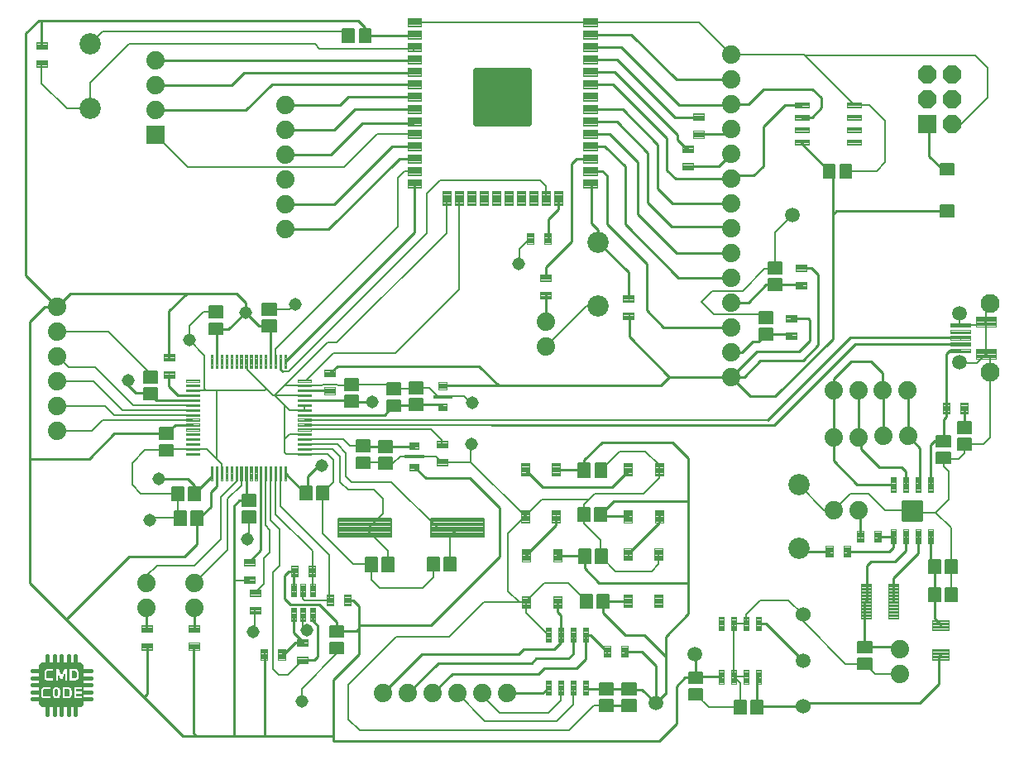
<source format=gtl>
G04 EAGLE Gerber RS-274X export*
G75*
%MOMM*%
%FSLAX34Y34*%
%LPD*%
%INTop Copper*%
%IPPOS*%
%AMOC8*
5,1,8,0,0,1.08239X$1,22.5*%
G01*
%ADD10C,1.879600*%
%ADD11C,0.130000*%
%ADD12C,0.127000*%
%ADD13C,0.104000*%
%ADD14C,0.100000*%
%ADD15C,2.184400*%
%ADD16C,0.210000*%
%ADD17C,0.100894*%
%ADD18C,0.215000*%
%ADD19C,0.102000*%
%ADD20C,0.104500*%
%ADD21R,1.879600X1.879600*%
%ADD22C,0.119378*%
%ADD23C,1.524000*%
%ADD24C,1.508000*%
%ADD25C,0.117000*%
%ADD26C,0.103500*%
%ADD27C,0.110000*%
%ADD28C,1.950000*%
%ADD29C,0.406400*%
%ADD30P,2.034460X8X112.500000*%
%ADD31C,0.099000*%
%ADD32C,0.480000*%
%ADD33C,0.254000*%
%ADD34C,1.308000*%
%ADD35C,0.177800*%
%ADD36C,0.200000*%

G36*
X74552Y88511D02*
X74552Y88511D01*
X74554Y88553D01*
X74532Y88620D01*
X74520Y88690D01*
X74498Y88726D01*
X74485Y88767D01*
X74431Y88839D01*
X74405Y88883D01*
X74389Y88896D01*
X74373Y88917D01*
X71992Y91298D01*
X71957Y91323D01*
X71929Y91354D01*
X71866Y91386D01*
X71808Y91427D01*
X71767Y91437D01*
X71729Y91457D01*
X71640Y91470D01*
X71591Y91483D01*
X71570Y91480D01*
X71544Y91484D01*
X31856Y91484D01*
X31814Y91477D01*
X31772Y91479D01*
X31705Y91457D01*
X31635Y91445D01*
X31599Y91423D01*
X31558Y91410D01*
X31486Y91356D01*
X31442Y91330D01*
X31429Y91314D01*
X31408Y91298D01*
X29027Y88917D01*
X29002Y88882D01*
X28971Y88854D01*
X28939Y88791D01*
X28898Y88733D01*
X28888Y88692D01*
X28868Y88654D01*
X28855Y88565D01*
X28843Y88516D01*
X28845Y88495D01*
X28841Y88469D01*
X28841Y48781D01*
X28848Y48739D01*
X28846Y48697D01*
X28868Y48630D01*
X28880Y48560D01*
X28902Y48524D01*
X28915Y48483D01*
X28969Y48411D01*
X28995Y48367D01*
X29011Y48354D01*
X29027Y48333D01*
X31408Y45952D01*
X31443Y45927D01*
X31471Y45896D01*
X31534Y45864D01*
X31592Y45823D01*
X31633Y45813D01*
X31671Y45793D01*
X31761Y45780D01*
X31809Y45768D01*
X31830Y45770D01*
X31856Y45766D01*
X71544Y45766D01*
X71586Y45773D01*
X71628Y45771D01*
X71695Y45793D01*
X71765Y45805D01*
X71801Y45827D01*
X71842Y45840D01*
X71914Y45894D01*
X71958Y45920D01*
X71971Y45936D01*
X71992Y45952D01*
X74373Y48333D01*
X74398Y48368D01*
X74429Y48396D01*
X74461Y48459D01*
X74502Y48517D01*
X74512Y48558D01*
X74532Y48596D01*
X74545Y48686D01*
X74558Y48734D01*
X74555Y48755D01*
X74559Y48781D01*
X74559Y88469D01*
X74552Y88511D01*
G37*
%LPC*%
G36*
X66133Y84660D02*
X66133Y84660D01*
X67154Y84489D01*
X67976Y83996D01*
X68659Y83313D01*
X69148Y82498D01*
X69322Y81280D01*
X69322Y76615D01*
X69148Y75570D01*
X68641Y74557D01*
X67976Y73891D01*
X67154Y73398D01*
X66133Y73228D01*
X60272Y73228D01*
X60272Y84660D01*
X66133Y84660D01*
G37*
%LPD*%
%LPC*%
G36*
X53128Y54972D02*
X53128Y54972D01*
X53128Y66403D01*
X58990Y66403D01*
X60010Y66233D01*
X60832Y65740D01*
X61497Y65074D01*
X62004Y64061D01*
X62178Y63016D01*
X62178Y58351D01*
X62004Y57134D01*
X61515Y56318D01*
X60832Y55635D01*
X60010Y55142D01*
X58990Y54972D01*
X53128Y54972D01*
G37*
%LPD*%
%LPC*%
G36*
X48879Y84660D02*
X48879Y84660D01*
X51106Y78721D01*
X51162Y78627D01*
X51218Y78531D01*
X51220Y78530D01*
X51221Y78528D01*
X51307Y78459D01*
X51392Y78389D01*
X51394Y78389D01*
X51396Y78387D01*
X51501Y78352D01*
X51604Y78317D01*
X51606Y78317D01*
X51608Y78316D01*
X51720Y78320D01*
X51829Y78323D01*
X51830Y78323D01*
X51833Y78324D01*
X51935Y78366D01*
X52037Y78406D01*
X52038Y78408D01*
X52040Y78408D01*
X52120Y78482D01*
X52203Y78557D01*
X52204Y78559D01*
X52205Y78560D01*
X52212Y78574D01*
X52294Y78721D01*
X54521Y84660D01*
X57416Y84660D01*
X57416Y73228D01*
X55509Y73228D01*
X55509Y78944D01*
X55507Y78955D01*
X55509Y78965D01*
X55497Y79021D01*
X55496Y79063D01*
X55482Y79098D01*
X55470Y79165D01*
X55464Y79174D01*
X55462Y79185D01*
X55420Y79251D01*
X55411Y79271D01*
X55398Y79285D01*
X55355Y79358D01*
X55347Y79365D01*
X55341Y79374D01*
X55264Y79432D01*
X55260Y79437D01*
X55256Y79439D01*
X55181Y79499D01*
X55171Y79503D01*
X55162Y79509D01*
X55065Y79539D01*
X54969Y79571D01*
X54958Y79571D01*
X54947Y79574D01*
X54846Y79567D01*
X54744Y79564D01*
X54734Y79560D01*
X54724Y79560D01*
X54630Y79518D01*
X54537Y79480D01*
X54529Y79473D01*
X54519Y79468D01*
X54469Y79420D01*
X54457Y79413D01*
X54440Y79392D01*
X54371Y79329D01*
X54366Y79319D01*
X54358Y79311D01*
X54330Y79257D01*
X54316Y79239D01*
X54305Y79207D01*
X54273Y79144D01*
X52830Y74816D01*
X50570Y74816D01*
X49127Y79144D01*
X49122Y79154D01*
X49120Y79165D01*
X49083Y79226D01*
X49065Y79271D01*
X49046Y79291D01*
X49019Y79341D01*
X49011Y79348D01*
X49005Y79358D01*
X48929Y79420D01*
X48914Y79437D01*
X48904Y79442D01*
X48850Y79488D01*
X48840Y79492D01*
X48831Y79499D01*
X48735Y79532D01*
X48640Y79568D01*
X48629Y79568D01*
X48619Y79571D01*
X48518Y79568D01*
X48416Y79569D01*
X48405Y79565D01*
X48394Y79564D01*
X48301Y79526D01*
X48205Y79491D01*
X48197Y79484D01*
X48187Y79480D01*
X48117Y79417D01*
X48111Y79413D01*
X48106Y79407D01*
X48034Y79346D01*
X48029Y79336D01*
X48021Y79329D01*
X47984Y79256D01*
X47970Y79239D01*
X47962Y79215D01*
X47925Y79150D01*
X47923Y79139D01*
X47918Y79129D01*
X47907Y79055D01*
X47898Y79026D01*
X47899Y78996D01*
X47891Y78944D01*
X47891Y73228D01*
X45984Y73228D01*
X45984Y84660D01*
X48879Y84660D01*
G37*
%LPD*%
%LPC*%
G36*
X45428Y54972D02*
X45428Y54972D01*
X44834Y55120D01*
X44179Y55612D01*
X43523Y56268D01*
X42809Y58409D01*
X42809Y62966D01*
X43523Y65107D01*
X44179Y65763D01*
X44834Y66255D01*
X45428Y66403D01*
X47653Y66403D01*
X48247Y66255D01*
X48902Y65763D01*
X49558Y65107D01*
X50272Y62966D01*
X50272Y58409D01*
X49558Y56268D01*
X48902Y55612D01*
X48247Y55120D01*
X47653Y54972D01*
X45428Y54972D01*
G37*
%LPD*%
%LPC*%
G36*
X65034Y54972D02*
X65034Y54972D01*
X65034Y66403D01*
X72497Y66403D01*
X72497Y64497D01*
X67575Y64497D01*
X67510Y64485D01*
X67444Y64483D01*
X67401Y64465D01*
X67354Y64457D01*
X67297Y64424D01*
X67237Y64399D01*
X67202Y64367D01*
X67161Y64343D01*
X67120Y64292D01*
X67071Y64247D01*
X67049Y64205D01*
X67020Y64169D01*
X66999Y64107D01*
X66968Y64048D01*
X66960Y63993D01*
X66948Y63956D01*
X66949Y63917D01*
X66941Y63863D01*
X66941Y62275D01*
X66952Y62210D01*
X66954Y62144D01*
X66972Y62101D01*
X66980Y62054D01*
X67014Y61997D01*
X67039Y61937D01*
X67070Y61902D01*
X67095Y61861D01*
X67146Y61820D01*
X67190Y61771D01*
X67232Y61749D01*
X67269Y61720D01*
X67331Y61699D01*
X67390Y61668D01*
X67444Y61660D01*
X67481Y61648D01*
X67521Y61649D01*
X67575Y61641D01*
X72497Y61641D01*
X72497Y59734D01*
X67575Y59734D01*
X67510Y59723D01*
X67444Y59721D01*
X67401Y59703D01*
X67354Y59695D01*
X67297Y59661D01*
X67237Y59636D01*
X67202Y59605D01*
X67161Y59580D01*
X67120Y59529D01*
X67071Y59485D01*
X67049Y59443D01*
X67020Y59406D01*
X66999Y59344D01*
X66968Y59285D01*
X66960Y59231D01*
X66948Y59194D01*
X66949Y59154D01*
X66941Y59100D01*
X66941Y57513D01*
X66952Y57448D01*
X66954Y57382D01*
X66972Y57338D01*
X66980Y57292D01*
X67014Y57235D01*
X67039Y57174D01*
X67070Y57139D01*
X67095Y57098D01*
X67146Y57057D01*
X67190Y57008D01*
X67232Y56987D01*
X67269Y56957D01*
X67331Y56936D01*
X67390Y56906D01*
X67444Y56898D01*
X67481Y56885D01*
X67521Y56886D01*
X67575Y56878D01*
X72497Y56878D01*
X72497Y54972D01*
X65034Y54972D01*
G37*
%LPD*%
%LPC*%
G36*
X34092Y54972D02*
X34092Y54972D01*
X33072Y55142D01*
X32249Y55635D01*
X31566Y56318D01*
X31077Y57134D01*
X30903Y58351D01*
X30903Y63016D01*
X31077Y64061D01*
X31584Y65074D01*
X32249Y65740D01*
X33072Y66233D01*
X34092Y66403D01*
X40747Y66403D01*
X40747Y64497D01*
X34238Y64497D01*
X34196Y64489D01*
X34153Y64491D01*
X34086Y64470D01*
X34017Y64457D01*
X33980Y64436D01*
X33940Y64423D01*
X33867Y64369D01*
X33823Y64343D01*
X33810Y64327D01*
X33789Y64311D01*
X33194Y63716D01*
X33141Y63640D01*
X33084Y63568D01*
X33076Y63546D01*
X33066Y63531D01*
X33053Y63483D01*
X33020Y63392D01*
X32822Y62399D01*
X32821Y62351D01*
X32810Y62275D01*
X32810Y59100D01*
X32818Y59052D01*
X32822Y58976D01*
X33020Y57983D01*
X33054Y57897D01*
X33082Y57810D01*
X33096Y57792D01*
X33102Y57775D01*
X33136Y57737D01*
X33194Y57659D01*
X33789Y57064D01*
X33824Y57040D01*
X33853Y57008D01*
X33915Y56976D01*
X33973Y56936D01*
X34014Y56925D01*
X34052Y56906D01*
X34142Y56893D01*
X34191Y56880D01*
X34211Y56882D01*
X34238Y56878D01*
X40747Y56878D01*
X40747Y54972D01*
X34092Y54972D01*
G37*
%LPD*%
%LPC*%
G36*
X36768Y73228D02*
X36768Y73228D01*
X35407Y73909D01*
X34759Y74557D01*
X34252Y75570D01*
X34078Y76615D01*
X34078Y81280D01*
X34252Y82498D01*
X34741Y83313D01*
X35407Y83979D01*
X36768Y84660D01*
X43128Y84660D01*
X43128Y82753D01*
X37413Y82753D01*
X37371Y82746D01*
X37328Y82747D01*
X37261Y82726D01*
X37192Y82713D01*
X37155Y82692D01*
X37115Y82679D01*
X37042Y82625D01*
X36998Y82599D01*
X36985Y82583D01*
X36964Y82567D01*
X36369Y81972D01*
X36316Y81896D01*
X36259Y81824D01*
X36251Y81803D01*
X36241Y81788D01*
X36228Y81739D01*
X36195Y81648D01*
X35997Y80656D01*
X35996Y80607D01*
X35985Y80531D01*
X35985Y77356D01*
X35993Y77309D01*
X35997Y77232D01*
X36195Y76240D01*
X36229Y76154D01*
X36257Y76066D01*
X36271Y76048D01*
X36277Y76031D01*
X36311Y75993D01*
X36369Y75916D01*
X36964Y75320D01*
X36999Y75296D01*
X37028Y75265D01*
X37090Y75232D01*
X37148Y75192D01*
X37189Y75182D01*
X37227Y75162D01*
X37317Y75149D01*
X37366Y75136D01*
X37386Y75138D01*
X37413Y75135D01*
X43128Y75135D01*
X43128Y73228D01*
X36768Y73228D01*
G37*
%LPD*%
G36*
X66029Y75142D02*
X66029Y75142D01*
X66072Y75140D01*
X66139Y75162D01*
X66208Y75174D01*
X66245Y75196D01*
X66285Y75209D01*
X66358Y75263D01*
X66402Y75288D01*
X66415Y75305D01*
X66436Y75320D01*
X67031Y75916D01*
X67084Y75991D01*
X67141Y76063D01*
X67149Y76085D01*
X67159Y76100D01*
X67172Y76149D01*
X67205Y76240D01*
X67403Y77232D01*
X67404Y77280D01*
X67416Y77356D01*
X67416Y80531D01*
X67407Y80579D01*
X67403Y80656D01*
X67205Y81648D01*
X67171Y81734D01*
X67143Y81821D01*
X67129Y81840D01*
X67123Y81857D01*
X67089Y81894D01*
X67031Y81972D01*
X66436Y82567D01*
X66403Y82590D01*
X66380Y82615D01*
X66379Y82616D01*
X66372Y82623D01*
X66310Y82655D01*
X66252Y82695D01*
X66211Y82706D01*
X66173Y82725D01*
X66083Y82739D01*
X66035Y82751D01*
X66014Y82749D01*
X65988Y82753D01*
X62813Y82753D01*
X62748Y82741D01*
X62682Y82739D01*
X62638Y82722D01*
X62592Y82713D01*
X62535Y82680D01*
X62474Y82655D01*
X62439Y82623D01*
X62398Y82599D01*
X62357Y82548D01*
X62308Y82504D01*
X62287Y82462D01*
X62257Y82425D01*
X62236Y82363D01*
X62206Y82304D01*
X62198Y82250D01*
X62185Y82212D01*
X62185Y82206D01*
X62185Y82205D01*
X62186Y82172D01*
X62178Y82119D01*
X62178Y75769D01*
X62190Y75704D01*
X62192Y75638D01*
X62210Y75595D01*
X62218Y75548D01*
X62251Y75491D01*
X62276Y75430D01*
X62308Y75395D01*
X62332Y75355D01*
X62383Y75313D01*
X62428Y75265D01*
X62470Y75243D01*
X62506Y75213D01*
X62569Y75192D01*
X62627Y75162D01*
X62682Y75154D01*
X62719Y75141D01*
X62758Y75143D01*
X62813Y75135D01*
X65988Y75135D01*
X66029Y75142D01*
G37*
G36*
X58886Y56886D02*
X58886Y56886D01*
X58928Y56884D01*
X58995Y56905D01*
X59065Y56918D01*
X59101Y56940D01*
X59142Y56953D01*
X59214Y57006D01*
X59258Y57032D01*
X59271Y57048D01*
X59292Y57064D01*
X59888Y57659D01*
X59940Y57735D01*
X59997Y57807D01*
X60005Y57829D01*
X60016Y57844D01*
X60028Y57892D01*
X60061Y57983D01*
X60259Y58976D01*
X60260Y59024D01*
X60272Y59100D01*
X60272Y62275D01*
X60263Y62323D01*
X60259Y62399D01*
X60061Y63392D01*
X60027Y63477D01*
X59999Y63565D01*
X59985Y63583D01*
X59979Y63600D01*
X59945Y63638D01*
X59888Y63716D01*
X59292Y64311D01*
X59259Y64334D01*
X59236Y64359D01*
X59235Y64360D01*
X59229Y64367D01*
X59166Y64399D01*
X59108Y64439D01*
X59067Y64450D01*
X59029Y64469D01*
X58940Y64482D01*
X58891Y64495D01*
X58870Y64493D01*
X58844Y64497D01*
X55669Y64497D01*
X55604Y64485D01*
X55538Y64483D01*
X55495Y64465D01*
X55448Y64457D01*
X55391Y64424D01*
X55330Y64399D01*
X55295Y64367D01*
X55255Y64343D01*
X55213Y64292D01*
X55165Y64247D01*
X55143Y64205D01*
X55113Y64169D01*
X55092Y64107D01*
X55062Y64048D01*
X55054Y63993D01*
X55041Y63956D01*
X55042Y63949D01*
X55041Y63949D01*
X55042Y63916D01*
X55035Y63863D01*
X55035Y57513D01*
X55046Y57448D01*
X55048Y57382D01*
X55066Y57338D01*
X55074Y57292D01*
X55108Y57235D01*
X55132Y57174D01*
X55164Y57139D01*
X55188Y57098D01*
X55239Y57057D01*
X55284Y57008D01*
X55326Y56987D01*
X55363Y56957D01*
X55425Y56936D01*
X55483Y56906D01*
X55538Y56898D01*
X55575Y56885D01*
X55614Y56886D01*
X55669Y56878D01*
X58844Y56878D01*
X58886Y56886D01*
G37*
G36*
X46969Y56884D02*
X46969Y56884D01*
X47000Y56881D01*
X47078Y56904D01*
X47158Y56918D01*
X47186Y56934D01*
X47216Y56943D01*
X47282Y56991D01*
X47352Y57032D01*
X47372Y57057D01*
X47397Y57075D01*
X47463Y57170D01*
X47493Y57206D01*
X47497Y57217D01*
X47505Y57229D01*
X48299Y58816D01*
X48314Y58867D01*
X48338Y58915D01*
X48349Y58987D01*
X48362Y59032D01*
X48360Y59061D01*
X48366Y59100D01*
X48366Y62275D01*
X48356Y62327D01*
X48357Y62380D01*
X48334Y62450D01*
X48326Y62496D01*
X48311Y62522D01*
X48299Y62559D01*
X47505Y64146D01*
X47487Y64170D01*
X47478Y64193D01*
X47476Y64195D01*
X47474Y64201D01*
X47419Y64261D01*
X47371Y64326D01*
X47344Y64343D01*
X47322Y64367D01*
X47250Y64404D01*
X47182Y64448D01*
X47151Y64455D01*
X47123Y64469D01*
X47009Y64486D01*
X46963Y64496D01*
X46952Y64495D01*
X46938Y64497D01*
X46144Y64497D01*
X46113Y64491D01*
X46081Y64494D01*
X46003Y64471D01*
X45923Y64457D01*
X45896Y64441D01*
X45865Y64432D01*
X45800Y64384D01*
X45730Y64343D01*
X45710Y64318D01*
X45684Y64300D01*
X45618Y64205D01*
X45588Y64169D01*
X45587Y64164D01*
X45585Y64161D01*
X45582Y64154D01*
X45576Y64146D01*
X44783Y62559D01*
X44768Y62508D01*
X44743Y62460D01*
X44733Y62389D01*
X44719Y62343D01*
X44722Y62314D01*
X44716Y62275D01*
X44716Y59100D01*
X44725Y59048D01*
X44725Y58995D01*
X44747Y58925D01*
X44755Y58879D01*
X44771Y58853D01*
X44783Y58816D01*
X45576Y57229D01*
X45595Y57203D01*
X45607Y57174D01*
X45662Y57114D01*
X45711Y57049D01*
X45737Y57032D01*
X45759Y57008D01*
X45831Y56971D01*
X45899Y56927D01*
X45930Y56920D01*
X45958Y56906D01*
X46072Y56889D01*
X46118Y56879D01*
X46130Y56880D01*
X46144Y56878D01*
X46938Y56878D01*
X46969Y56884D01*
G37*
D10*
X380700Y59900D03*
X406100Y59900D03*
X431500Y59900D03*
X456900Y59900D03*
X482300Y59900D03*
X507700Y59900D03*
D11*
X368350Y740550D02*
X356650Y740550D01*
X368350Y740550D02*
X368350Y726850D01*
X356650Y726850D01*
X356650Y740550D01*
X356650Y728085D02*
X368350Y728085D01*
X368350Y729320D02*
X356650Y729320D01*
X356650Y730555D02*
X368350Y730555D01*
X368350Y731790D02*
X356650Y731790D01*
X356650Y733025D02*
X368350Y733025D01*
X368350Y734260D02*
X356650Y734260D01*
X356650Y735495D02*
X368350Y735495D01*
X368350Y736730D02*
X356650Y736730D01*
X356650Y737965D02*
X368350Y737965D01*
X368350Y739200D02*
X356650Y739200D01*
X356650Y740435D02*
X368350Y740435D01*
X351350Y740550D02*
X339650Y740550D01*
X351350Y740550D02*
X351350Y726850D01*
X339650Y726850D01*
X339650Y740550D01*
X339650Y728085D02*
X351350Y728085D01*
X351350Y729320D02*
X339650Y729320D01*
X339650Y730555D02*
X351350Y730555D01*
X351350Y731790D02*
X339650Y731790D01*
X339650Y733025D02*
X351350Y733025D01*
X351350Y734260D02*
X339650Y734260D01*
X339650Y735495D02*
X351350Y735495D01*
X351350Y736730D02*
X339650Y736730D01*
X339650Y737965D02*
X351350Y737965D01*
X351350Y739200D02*
X339650Y739200D01*
X339650Y740435D02*
X351350Y740435D01*
X307850Y258250D02*
X296150Y258250D01*
X296150Y271950D01*
X307850Y271950D01*
X307850Y258250D01*
X307850Y259485D02*
X296150Y259485D01*
X296150Y260720D02*
X307850Y260720D01*
X307850Y261955D02*
X296150Y261955D01*
X296150Y263190D02*
X307850Y263190D01*
X307850Y264425D02*
X296150Y264425D01*
X296150Y265660D02*
X307850Y265660D01*
X307850Y266895D02*
X296150Y266895D01*
X296150Y268130D02*
X307850Y268130D01*
X307850Y269365D02*
X296150Y269365D01*
X296150Y270600D02*
X307850Y270600D01*
X307850Y271835D02*
X296150Y271835D01*
X313150Y258250D02*
X324850Y258250D01*
X313150Y258250D02*
X313150Y271950D01*
X324850Y271950D01*
X324850Y258250D01*
X324850Y259485D02*
X313150Y259485D01*
X313150Y260720D02*
X324850Y260720D01*
X324850Y261955D02*
X313150Y261955D01*
X313150Y263190D02*
X324850Y263190D01*
X324850Y264425D02*
X313150Y264425D01*
X313150Y265660D02*
X324850Y265660D01*
X324850Y266895D02*
X313150Y266895D01*
X313150Y268130D02*
X324850Y268130D01*
X324850Y269365D02*
X313150Y269365D01*
X313150Y270600D02*
X324850Y270600D01*
X324850Y271835D02*
X313150Y271835D01*
X236750Y263150D02*
X236750Y251450D01*
X236750Y263150D02*
X250450Y263150D01*
X250450Y251450D01*
X236750Y251450D01*
X236750Y252685D02*
X250450Y252685D01*
X250450Y253920D02*
X236750Y253920D01*
X236750Y255155D02*
X250450Y255155D01*
X250450Y256390D02*
X236750Y256390D01*
X236750Y257625D02*
X250450Y257625D01*
X250450Y258860D02*
X236750Y258860D01*
X236750Y260095D02*
X250450Y260095D01*
X250450Y261330D02*
X236750Y261330D01*
X236750Y262565D02*
X250450Y262565D01*
X236750Y246150D02*
X236750Y234450D01*
X236750Y246150D02*
X250450Y246150D01*
X250450Y234450D01*
X236750Y234450D01*
X236750Y235685D02*
X250450Y235685D01*
X250450Y236920D02*
X236750Y236920D01*
X236750Y238155D02*
X250450Y238155D01*
X250450Y239390D02*
X236750Y239390D01*
X236750Y240625D02*
X250450Y240625D01*
X250450Y241860D02*
X236750Y241860D01*
X236750Y243095D02*
X250450Y243095D01*
X250450Y244330D02*
X236750Y244330D01*
X236750Y245565D02*
X250450Y245565D01*
X355750Y353550D02*
X355750Y365250D01*
X355750Y353550D02*
X342050Y353550D01*
X342050Y365250D01*
X355750Y365250D01*
X355750Y354785D02*
X342050Y354785D01*
X342050Y356020D02*
X355750Y356020D01*
X355750Y357255D02*
X342050Y357255D01*
X342050Y358490D02*
X355750Y358490D01*
X355750Y359725D02*
X342050Y359725D01*
X342050Y360960D02*
X355750Y360960D01*
X355750Y362195D02*
X342050Y362195D01*
X342050Y363430D02*
X355750Y363430D01*
X355750Y364665D02*
X342050Y364665D01*
X355750Y370550D02*
X355750Y382250D01*
X355750Y370550D02*
X342050Y370550D01*
X342050Y382250D01*
X355750Y382250D01*
X355750Y371785D02*
X342050Y371785D01*
X342050Y373020D02*
X355750Y373020D01*
X355750Y374255D02*
X342050Y374255D01*
X342050Y375490D02*
X355750Y375490D01*
X355750Y376725D02*
X342050Y376725D01*
X342050Y377960D02*
X355750Y377960D01*
X355750Y379195D02*
X342050Y379195D01*
X342050Y380430D02*
X355750Y380430D01*
X355750Y381665D02*
X342050Y381665D01*
X961250Y306950D02*
X961250Y295250D01*
X947550Y295250D01*
X947550Y306950D01*
X961250Y306950D01*
X961250Y296485D02*
X947550Y296485D01*
X947550Y297720D02*
X961250Y297720D01*
X961250Y298955D02*
X947550Y298955D01*
X947550Y300190D02*
X961250Y300190D01*
X961250Y301425D02*
X947550Y301425D01*
X947550Y302660D02*
X961250Y302660D01*
X961250Y303895D02*
X947550Y303895D01*
X947550Y305130D02*
X961250Y305130D01*
X961250Y306365D02*
X947550Y306365D01*
X961250Y312250D02*
X961250Y323950D01*
X961250Y312250D02*
X947550Y312250D01*
X947550Y323950D01*
X961250Y323950D01*
X961250Y313485D02*
X947550Y313485D01*
X947550Y314720D02*
X961250Y314720D01*
X961250Y315955D02*
X947550Y315955D01*
X947550Y317190D02*
X961250Y317190D01*
X961250Y318425D02*
X947550Y318425D01*
X947550Y319660D02*
X961250Y319660D01*
X961250Y320895D02*
X947550Y320895D01*
X947550Y322130D02*
X961250Y322130D01*
X961250Y323365D02*
X947550Y323365D01*
X216750Y427450D02*
X216750Y439150D01*
X216750Y427450D02*
X203050Y427450D01*
X203050Y439150D01*
X216750Y439150D01*
X216750Y428685D02*
X203050Y428685D01*
X203050Y429920D02*
X216750Y429920D01*
X216750Y431155D02*
X203050Y431155D01*
X203050Y432390D02*
X216750Y432390D01*
X216750Y433625D02*
X203050Y433625D01*
X203050Y434860D02*
X216750Y434860D01*
X216750Y436095D02*
X203050Y436095D01*
X203050Y437330D02*
X216750Y437330D01*
X216750Y438565D02*
X203050Y438565D01*
X216750Y444450D02*
X216750Y456150D01*
X216750Y444450D02*
X203050Y444450D01*
X203050Y456150D01*
X216750Y456150D01*
X216750Y445685D02*
X203050Y445685D01*
X203050Y446920D02*
X216750Y446920D01*
X216750Y448155D02*
X203050Y448155D01*
X203050Y449390D02*
X216750Y449390D01*
X216750Y450625D02*
X203050Y450625D01*
X203050Y451860D02*
X216750Y451860D01*
X216750Y453095D02*
X203050Y453095D01*
X203050Y454330D02*
X216750Y454330D01*
X216750Y455565D02*
X203050Y455565D01*
X271250Y441850D02*
X271250Y430150D01*
X257550Y430150D01*
X257550Y441850D01*
X271250Y441850D01*
X271250Y431385D02*
X257550Y431385D01*
X257550Y432620D02*
X271250Y432620D01*
X271250Y433855D02*
X257550Y433855D01*
X257550Y435090D02*
X271250Y435090D01*
X271250Y436325D02*
X257550Y436325D01*
X257550Y437560D02*
X271250Y437560D01*
X271250Y438795D02*
X257550Y438795D01*
X257550Y440030D02*
X271250Y440030D01*
X271250Y441265D02*
X257550Y441265D01*
X271250Y447150D02*
X271250Y458850D01*
X271250Y447150D02*
X257550Y447150D01*
X257550Y458850D01*
X271250Y458850D01*
X271250Y448385D02*
X257550Y448385D01*
X257550Y449620D02*
X271250Y449620D01*
X271250Y450855D02*
X257550Y450855D01*
X257550Y452090D02*
X271250Y452090D01*
X271250Y453325D02*
X257550Y453325D01*
X257550Y454560D02*
X271250Y454560D01*
X271250Y455795D02*
X257550Y455795D01*
X257550Y457030D02*
X271250Y457030D01*
X271250Y458265D02*
X257550Y458265D01*
X152250Y331650D02*
X152250Y319950D01*
X152250Y331650D02*
X165950Y331650D01*
X165950Y319950D01*
X152250Y319950D01*
X152250Y321185D02*
X165950Y321185D01*
X165950Y322420D02*
X152250Y322420D01*
X152250Y323655D02*
X165950Y323655D01*
X165950Y324890D02*
X152250Y324890D01*
X152250Y326125D02*
X165950Y326125D01*
X165950Y327360D02*
X152250Y327360D01*
X152250Y328595D02*
X165950Y328595D01*
X165950Y329830D02*
X152250Y329830D01*
X152250Y331065D02*
X165950Y331065D01*
X152250Y314650D02*
X152250Y302950D01*
X152250Y314650D02*
X165950Y314650D01*
X165950Y302950D01*
X152250Y302950D01*
X152250Y304185D02*
X165950Y304185D01*
X165950Y305420D02*
X152250Y305420D01*
X152250Y306655D02*
X165950Y306655D01*
X165950Y307890D02*
X152250Y307890D01*
X152250Y309125D02*
X165950Y309125D01*
X165950Y310360D02*
X152250Y310360D01*
X152250Y311595D02*
X165950Y311595D01*
X165950Y312830D02*
X152250Y312830D01*
X152250Y314065D02*
X165950Y314065D01*
X149450Y360750D02*
X149450Y372450D01*
X149450Y360750D02*
X135750Y360750D01*
X135750Y372450D01*
X149450Y372450D01*
X149450Y361985D02*
X135750Y361985D01*
X135750Y363220D02*
X149450Y363220D01*
X149450Y364455D02*
X135750Y364455D01*
X135750Y365690D02*
X149450Y365690D01*
X149450Y366925D02*
X135750Y366925D01*
X135750Y368160D02*
X149450Y368160D01*
X149450Y369395D02*
X135750Y369395D01*
X135750Y370630D02*
X149450Y370630D01*
X149450Y371865D02*
X135750Y371865D01*
X149450Y377750D02*
X149450Y389450D01*
X149450Y377750D02*
X135750Y377750D01*
X135750Y389450D01*
X149450Y389450D01*
X149450Y378985D02*
X135750Y378985D01*
X135750Y380220D02*
X149450Y380220D01*
X149450Y381455D02*
X135750Y381455D01*
X135750Y382690D02*
X149450Y382690D01*
X149450Y383925D02*
X135750Y383925D01*
X135750Y385160D02*
X149450Y385160D01*
X149450Y386395D02*
X135750Y386395D01*
X135750Y387630D02*
X149450Y387630D01*
X149450Y388865D02*
X135750Y388865D01*
X421450Y361650D02*
X421450Y349950D01*
X407750Y349950D01*
X407750Y361650D01*
X421450Y361650D01*
X421450Y351185D02*
X407750Y351185D01*
X407750Y352420D02*
X421450Y352420D01*
X421450Y353655D02*
X407750Y353655D01*
X407750Y354890D02*
X421450Y354890D01*
X421450Y356125D02*
X407750Y356125D01*
X407750Y357360D02*
X421450Y357360D01*
X421450Y358595D02*
X407750Y358595D01*
X407750Y359830D02*
X421450Y359830D01*
X421450Y361065D02*
X407750Y361065D01*
X421450Y366950D02*
X421450Y378650D01*
X421450Y366950D02*
X407750Y366950D01*
X407750Y378650D01*
X421450Y378650D01*
X421450Y368185D02*
X407750Y368185D01*
X407750Y369420D02*
X421450Y369420D01*
X421450Y370655D02*
X407750Y370655D01*
X407750Y371890D02*
X421450Y371890D01*
X421450Y373125D02*
X407750Y373125D01*
X407750Y374360D02*
X421450Y374360D01*
X421450Y375595D02*
X407750Y375595D01*
X407750Y376830D02*
X421450Y376830D01*
X421450Y378065D02*
X407750Y378065D01*
X398950Y360350D02*
X398950Y348650D01*
X385250Y348650D01*
X385250Y360350D01*
X398950Y360350D01*
X398950Y349885D02*
X385250Y349885D01*
X385250Y351120D02*
X398950Y351120D01*
X398950Y352355D02*
X385250Y352355D01*
X385250Y353590D02*
X398950Y353590D01*
X398950Y354825D02*
X385250Y354825D01*
X385250Y356060D02*
X398950Y356060D01*
X398950Y357295D02*
X385250Y357295D01*
X385250Y358530D02*
X398950Y358530D01*
X398950Y359765D02*
X385250Y359765D01*
X398950Y365650D02*
X398950Y377350D01*
X398950Y365650D02*
X385250Y365650D01*
X385250Y377350D01*
X398950Y377350D01*
X398950Y366885D02*
X385250Y366885D01*
X385250Y368120D02*
X398950Y368120D01*
X398950Y369355D02*
X385250Y369355D01*
X385250Y370590D02*
X398950Y370590D01*
X398950Y371825D02*
X385250Y371825D01*
X385250Y373060D02*
X398950Y373060D01*
X398950Y374295D02*
X385250Y374295D01*
X385250Y375530D02*
X398950Y375530D01*
X398950Y376765D02*
X385250Y376765D01*
X779550Y421850D02*
X779550Y433550D01*
X779550Y421850D02*
X765850Y421850D01*
X765850Y433550D01*
X779550Y433550D01*
X779550Y423085D02*
X765850Y423085D01*
X765850Y424320D02*
X779550Y424320D01*
X779550Y425555D02*
X765850Y425555D01*
X765850Y426790D02*
X779550Y426790D01*
X779550Y428025D02*
X765850Y428025D01*
X765850Y429260D02*
X779550Y429260D01*
X779550Y430495D02*
X765850Y430495D01*
X765850Y431730D02*
X779550Y431730D01*
X779550Y432965D02*
X765850Y432965D01*
X779550Y438850D02*
X779550Y450550D01*
X779550Y438850D02*
X765850Y438850D01*
X765850Y450550D01*
X779550Y450550D01*
X779550Y440085D02*
X765850Y440085D01*
X765850Y441320D02*
X779550Y441320D01*
X779550Y442555D02*
X765850Y442555D01*
X765850Y443790D02*
X779550Y443790D01*
X779550Y445025D02*
X765850Y445025D01*
X765850Y446260D02*
X779550Y446260D01*
X779550Y447495D02*
X765850Y447495D01*
X765850Y448730D02*
X779550Y448730D01*
X779550Y449965D02*
X765850Y449965D01*
X376550Y318650D02*
X376550Y306950D01*
X376550Y318650D02*
X390250Y318650D01*
X390250Y306950D01*
X376550Y306950D01*
X376550Y308185D02*
X390250Y308185D01*
X390250Y309420D02*
X376550Y309420D01*
X376550Y310655D02*
X390250Y310655D01*
X390250Y311890D02*
X376550Y311890D01*
X376550Y313125D02*
X390250Y313125D01*
X390250Y314360D02*
X376550Y314360D01*
X376550Y315595D02*
X390250Y315595D01*
X390250Y316830D02*
X376550Y316830D01*
X376550Y318065D02*
X390250Y318065D01*
X376550Y301650D02*
X376550Y289950D01*
X376550Y301650D02*
X390250Y301650D01*
X390250Y289950D01*
X376550Y289950D01*
X376550Y291185D02*
X390250Y291185D01*
X390250Y292420D02*
X376550Y292420D01*
X376550Y293655D02*
X390250Y293655D01*
X390250Y294890D02*
X376550Y294890D01*
X376550Y296125D02*
X390250Y296125D01*
X390250Y297360D02*
X376550Y297360D01*
X376550Y298595D02*
X390250Y298595D01*
X390250Y299830D02*
X376550Y299830D01*
X376550Y301065D02*
X390250Y301065D01*
X353550Y307250D02*
X353550Y318950D01*
X367250Y318950D01*
X367250Y307250D01*
X353550Y307250D01*
X353550Y308485D02*
X367250Y308485D01*
X367250Y309720D02*
X353550Y309720D01*
X353550Y310955D02*
X367250Y310955D01*
X367250Y312190D02*
X353550Y312190D01*
X353550Y313425D02*
X367250Y313425D01*
X367250Y314660D02*
X353550Y314660D01*
X353550Y315895D02*
X367250Y315895D01*
X367250Y317130D02*
X353550Y317130D01*
X353550Y318365D02*
X367250Y318365D01*
X353550Y301950D02*
X353550Y290250D01*
X353550Y301950D02*
X367250Y301950D01*
X367250Y290250D01*
X353550Y290250D01*
X353550Y291485D02*
X367250Y291485D01*
X367250Y292720D02*
X353550Y292720D01*
X353550Y293955D02*
X367250Y293955D01*
X367250Y295190D02*
X353550Y295190D01*
X353550Y296425D02*
X367250Y296425D01*
X367250Y297660D02*
X353550Y297660D01*
X353550Y298895D02*
X367250Y298895D01*
X367250Y300130D02*
X353550Y300130D01*
X353550Y301365D02*
X367250Y301365D01*
X982950Y309250D02*
X982950Y320950D01*
X982950Y309250D02*
X969250Y309250D01*
X969250Y320950D01*
X982950Y320950D01*
X982950Y310485D02*
X969250Y310485D01*
X969250Y311720D02*
X982950Y311720D01*
X982950Y312955D02*
X969250Y312955D01*
X969250Y314190D02*
X982950Y314190D01*
X982950Y315425D02*
X969250Y315425D01*
X969250Y316660D02*
X982950Y316660D01*
X982950Y317895D02*
X969250Y317895D01*
X969250Y319130D02*
X982950Y319130D01*
X982950Y320365D02*
X969250Y320365D01*
X982950Y326250D02*
X982950Y337950D01*
X982950Y326250D02*
X969250Y326250D01*
X969250Y337950D01*
X982950Y337950D01*
X982950Y327485D02*
X969250Y327485D01*
X969250Y328720D02*
X982950Y328720D01*
X982950Y329955D02*
X969250Y329955D01*
X969250Y331190D02*
X982950Y331190D01*
X982950Y332425D02*
X969250Y332425D01*
X969250Y333660D02*
X982950Y333660D01*
X982950Y334895D02*
X969250Y334895D01*
X969250Y336130D02*
X982950Y336130D01*
X982950Y337365D02*
X969250Y337365D01*
X968050Y196450D02*
X956350Y196450D01*
X968050Y196450D02*
X968050Y182750D01*
X956350Y182750D01*
X956350Y196450D01*
X956350Y183985D02*
X968050Y183985D01*
X968050Y185220D02*
X956350Y185220D01*
X956350Y186455D02*
X968050Y186455D01*
X968050Y187690D02*
X956350Y187690D01*
X956350Y188925D02*
X968050Y188925D01*
X968050Y190160D02*
X956350Y190160D01*
X956350Y191395D02*
X968050Y191395D01*
X968050Y192630D02*
X956350Y192630D01*
X956350Y193865D02*
X968050Y193865D01*
X968050Y195100D02*
X956350Y195100D01*
X956350Y196335D02*
X968050Y196335D01*
X951050Y196450D02*
X939350Y196450D01*
X951050Y196450D02*
X951050Y182750D01*
X939350Y182750D01*
X939350Y196450D01*
X939350Y183985D02*
X951050Y183985D01*
X951050Y185220D02*
X939350Y185220D01*
X939350Y186455D02*
X951050Y186455D01*
X951050Y187690D02*
X939350Y187690D01*
X939350Y188925D02*
X951050Y188925D01*
X951050Y190160D02*
X939350Y190160D01*
X939350Y191395D02*
X951050Y191395D01*
X951050Y192630D02*
X939350Y192630D01*
X939350Y193865D02*
X951050Y193865D01*
X951050Y195100D02*
X939350Y195100D01*
X939350Y196335D02*
X951050Y196335D01*
X956650Y167950D02*
X968350Y167950D01*
X968350Y154250D01*
X956650Y154250D01*
X956650Y167950D01*
X956650Y155485D02*
X968350Y155485D01*
X968350Y156720D02*
X956650Y156720D01*
X956650Y157955D02*
X968350Y157955D01*
X968350Y159190D02*
X956650Y159190D01*
X956650Y160425D02*
X968350Y160425D01*
X968350Y161660D02*
X956650Y161660D01*
X956650Y162895D02*
X968350Y162895D01*
X968350Y164130D02*
X956650Y164130D01*
X956650Y165365D02*
X968350Y165365D01*
X968350Y166600D02*
X956650Y166600D01*
X956650Y167835D02*
X968350Y167835D01*
X951350Y167950D02*
X939650Y167950D01*
X951350Y167950D02*
X951350Y154250D01*
X939650Y154250D01*
X939650Y167950D01*
X939650Y155485D02*
X951350Y155485D01*
X951350Y156720D02*
X939650Y156720D01*
X939650Y157955D02*
X951350Y157955D01*
X951350Y159190D02*
X939650Y159190D01*
X939650Y160425D02*
X951350Y160425D01*
X951350Y161660D02*
X939650Y161660D01*
X939650Y162895D02*
X951350Y162895D01*
X951350Y164130D02*
X939650Y164130D01*
X939650Y165365D02*
X951350Y165365D01*
X951350Y166600D02*
X939650Y166600D01*
X939650Y167835D02*
X951350Y167835D01*
X867050Y113150D02*
X867050Y101450D01*
X867050Y113150D02*
X880750Y113150D01*
X880750Y101450D01*
X867050Y101450D01*
X867050Y102685D02*
X880750Y102685D01*
X880750Y103920D02*
X867050Y103920D01*
X867050Y105155D02*
X880750Y105155D01*
X880750Y106390D02*
X867050Y106390D01*
X867050Y107625D02*
X880750Y107625D01*
X880750Y108860D02*
X867050Y108860D01*
X867050Y110095D02*
X880750Y110095D01*
X880750Y111330D02*
X867050Y111330D01*
X867050Y112565D02*
X880750Y112565D01*
X867050Y96150D02*
X867050Y84450D01*
X867050Y96150D02*
X880750Y96150D01*
X880750Y84450D01*
X867050Y84450D01*
X867050Y85685D02*
X880750Y85685D01*
X880750Y86920D02*
X867050Y86920D01*
X867050Y88155D02*
X880750Y88155D01*
X880750Y89390D02*
X867050Y89390D01*
X867050Y90625D02*
X880750Y90625D01*
X880750Y91860D02*
X867050Y91860D01*
X867050Y93095D02*
X880750Y93095D01*
X880750Y94330D02*
X867050Y94330D01*
X867050Y95565D02*
X880750Y95565D01*
X611950Y160950D02*
X600250Y160950D01*
X611950Y160950D02*
X611950Y147250D01*
X600250Y147250D01*
X600250Y160950D01*
X600250Y148485D02*
X611950Y148485D01*
X611950Y149720D02*
X600250Y149720D01*
X600250Y150955D02*
X611950Y150955D01*
X611950Y152190D02*
X600250Y152190D01*
X600250Y153425D02*
X611950Y153425D01*
X611950Y154660D02*
X600250Y154660D01*
X600250Y155895D02*
X611950Y155895D01*
X611950Y157130D02*
X600250Y157130D01*
X600250Y158365D02*
X611950Y158365D01*
X611950Y159600D02*
X600250Y159600D01*
X600250Y160835D02*
X611950Y160835D01*
X594950Y160950D02*
X583250Y160950D01*
X594950Y160950D02*
X594950Y147250D01*
X583250Y147250D01*
X583250Y160950D01*
X583250Y148485D02*
X594950Y148485D01*
X594950Y149720D02*
X583250Y149720D01*
X583250Y150955D02*
X594950Y150955D01*
X594950Y152190D02*
X583250Y152190D01*
X583250Y153425D02*
X594950Y153425D01*
X594950Y154660D02*
X583250Y154660D01*
X583250Y155895D02*
X594950Y155895D01*
X594950Y157130D02*
X583250Y157130D01*
X583250Y158365D02*
X594950Y158365D01*
X594950Y159600D02*
X583250Y159600D01*
X583250Y160835D02*
X594950Y160835D01*
X592950Y193550D02*
X581250Y193550D01*
X581250Y207250D01*
X592950Y207250D01*
X592950Y193550D01*
X592950Y194785D02*
X581250Y194785D01*
X581250Y196020D02*
X592950Y196020D01*
X592950Y197255D02*
X581250Y197255D01*
X581250Y198490D02*
X592950Y198490D01*
X592950Y199725D02*
X581250Y199725D01*
X581250Y200960D02*
X592950Y200960D01*
X592950Y202195D02*
X581250Y202195D01*
X581250Y203430D02*
X592950Y203430D01*
X592950Y204665D02*
X581250Y204665D01*
X581250Y205900D02*
X592950Y205900D01*
X592950Y207135D02*
X581250Y207135D01*
X598250Y193550D02*
X609950Y193550D01*
X598250Y193550D02*
X598250Y207250D01*
X609950Y207250D01*
X609950Y193550D01*
X609950Y194785D02*
X598250Y194785D01*
X598250Y196020D02*
X609950Y196020D01*
X609950Y197255D02*
X598250Y197255D01*
X598250Y198490D02*
X609950Y198490D01*
X609950Y199725D02*
X598250Y199725D01*
X598250Y200960D02*
X609950Y200960D01*
X609950Y202195D02*
X598250Y202195D01*
X598250Y203430D02*
X609950Y203430D01*
X609950Y204665D02*
X598250Y204665D01*
X598250Y205900D02*
X609950Y205900D01*
X609950Y207135D02*
X598250Y207135D01*
X592650Y281550D02*
X580950Y281550D01*
X580950Y295250D01*
X592650Y295250D01*
X592650Y281550D01*
X592650Y282785D02*
X580950Y282785D01*
X580950Y284020D02*
X592650Y284020D01*
X592650Y285255D02*
X580950Y285255D01*
X580950Y286490D02*
X592650Y286490D01*
X592650Y287725D02*
X580950Y287725D01*
X580950Y288960D02*
X592650Y288960D01*
X592650Y290195D02*
X580950Y290195D01*
X580950Y291430D02*
X592650Y291430D01*
X592650Y292665D02*
X580950Y292665D01*
X580950Y293900D02*
X592650Y293900D01*
X592650Y295135D02*
X580950Y295135D01*
X597950Y281550D02*
X609650Y281550D01*
X597950Y281550D02*
X597950Y295250D01*
X609650Y295250D01*
X609650Y281550D01*
X609650Y282785D02*
X597950Y282785D01*
X597950Y284020D02*
X609650Y284020D01*
X609650Y285255D02*
X597950Y285255D01*
X597950Y286490D02*
X609650Y286490D01*
X609650Y287725D02*
X597950Y287725D01*
X597950Y288960D02*
X609650Y288960D01*
X609650Y290195D02*
X597950Y290195D01*
X597950Y291430D02*
X609650Y291430D01*
X609650Y292665D02*
X597950Y292665D01*
X597950Y293900D02*
X609650Y293900D01*
X609650Y295135D02*
X597950Y295135D01*
X597650Y249950D02*
X609350Y249950D01*
X609350Y236250D01*
X597650Y236250D01*
X597650Y249950D01*
X597650Y237485D02*
X609350Y237485D01*
X609350Y238720D02*
X597650Y238720D01*
X597650Y239955D02*
X609350Y239955D01*
X609350Y241190D02*
X597650Y241190D01*
X597650Y242425D02*
X609350Y242425D01*
X609350Y243660D02*
X597650Y243660D01*
X597650Y244895D02*
X609350Y244895D01*
X609350Y246130D02*
X597650Y246130D01*
X597650Y247365D02*
X609350Y247365D01*
X609350Y248600D02*
X597650Y248600D01*
X597650Y249835D02*
X609350Y249835D01*
X592350Y249950D02*
X580650Y249950D01*
X592350Y249950D02*
X592350Y236250D01*
X580650Y236250D01*
X580650Y249950D01*
X580650Y237485D02*
X592350Y237485D01*
X592350Y238720D02*
X580650Y238720D01*
X580650Y239955D02*
X592350Y239955D01*
X592350Y241190D02*
X580650Y241190D01*
X580650Y242425D02*
X592350Y242425D01*
X592350Y243660D02*
X580650Y243660D01*
X580650Y244895D02*
X592350Y244895D01*
X592350Y246130D02*
X580650Y246130D01*
X580650Y247365D02*
X592350Y247365D01*
X592350Y248600D02*
X580650Y248600D01*
X580650Y249835D02*
X592350Y249835D01*
X326750Y129250D02*
X326750Y117550D01*
X326750Y129250D02*
X340450Y129250D01*
X340450Y117550D01*
X326750Y117550D01*
X326750Y118785D02*
X340450Y118785D01*
X340450Y120020D02*
X326750Y120020D01*
X326750Y121255D02*
X340450Y121255D01*
X340450Y122490D02*
X326750Y122490D01*
X326750Y123725D02*
X340450Y123725D01*
X340450Y124960D02*
X326750Y124960D01*
X326750Y126195D02*
X340450Y126195D01*
X340450Y127430D02*
X326750Y127430D01*
X326750Y128665D02*
X340450Y128665D01*
X326750Y112250D02*
X326750Y100550D01*
X326750Y112250D02*
X340450Y112250D01*
X340450Y100550D01*
X326750Y100550D01*
X326750Y101785D02*
X340450Y101785D01*
X340450Y103020D02*
X326750Y103020D01*
X326750Y104255D02*
X340450Y104255D01*
X340450Y105490D02*
X326750Y105490D01*
X326750Y106725D02*
X340450Y106725D01*
X340450Y107960D02*
X326750Y107960D01*
X326750Y109195D02*
X340450Y109195D01*
X340450Y110430D02*
X326750Y110430D01*
X326750Y111665D02*
X340450Y111665D01*
X602550Y70650D02*
X602550Y58950D01*
X602550Y70650D02*
X616250Y70650D01*
X616250Y58950D01*
X602550Y58950D01*
X602550Y60185D02*
X616250Y60185D01*
X616250Y61420D02*
X602550Y61420D01*
X602550Y62655D02*
X616250Y62655D01*
X616250Y63890D02*
X602550Y63890D01*
X602550Y65125D02*
X616250Y65125D01*
X616250Y66360D02*
X602550Y66360D01*
X602550Y67595D02*
X616250Y67595D01*
X616250Y68830D02*
X602550Y68830D01*
X602550Y70065D02*
X616250Y70065D01*
X602550Y53650D02*
X602550Y41950D01*
X602550Y53650D02*
X616250Y53650D01*
X616250Y41950D01*
X602550Y41950D01*
X602550Y43185D02*
X616250Y43185D01*
X616250Y44420D02*
X602550Y44420D01*
X602550Y45655D02*
X616250Y45655D01*
X616250Y46890D02*
X602550Y46890D01*
X602550Y48125D02*
X616250Y48125D01*
X616250Y49360D02*
X602550Y49360D01*
X602550Y50595D02*
X616250Y50595D01*
X616250Y51830D02*
X602550Y51830D01*
X602550Y53065D02*
X616250Y53065D01*
X625850Y58550D02*
X625850Y70250D01*
X639550Y70250D01*
X639550Y58550D01*
X625850Y58550D01*
X625850Y59785D02*
X639550Y59785D01*
X639550Y61020D02*
X625850Y61020D01*
X625850Y62255D02*
X639550Y62255D01*
X639550Y63490D02*
X625850Y63490D01*
X625850Y64725D02*
X639550Y64725D01*
X639550Y65960D02*
X625850Y65960D01*
X625850Y67195D02*
X639550Y67195D01*
X639550Y68430D02*
X625850Y68430D01*
X625850Y69665D02*
X639550Y69665D01*
X625850Y53250D02*
X625850Y41550D01*
X625850Y53250D02*
X639550Y53250D01*
X639550Y41550D01*
X625850Y41550D01*
X625850Y42785D02*
X639550Y42785D01*
X639550Y44020D02*
X625850Y44020D01*
X625850Y45255D02*
X639550Y45255D01*
X639550Y46490D02*
X625850Y46490D01*
X625850Y47725D02*
X639550Y47725D01*
X639550Y48960D02*
X625850Y48960D01*
X625850Y50195D02*
X639550Y50195D01*
X639550Y51430D02*
X625850Y51430D01*
X625850Y52665D02*
X639550Y52665D01*
X788650Y472450D02*
X788650Y484150D01*
X788650Y472450D02*
X774950Y472450D01*
X774950Y484150D01*
X788650Y484150D01*
X788650Y473685D02*
X774950Y473685D01*
X774950Y474920D02*
X788650Y474920D01*
X788650Y476155D02*
X774950Y476155D01*
X774950Y477390D02*
X788650Y477390D01*
X788650Y478625D02*
X774950Y478625D01*
X774950Y479860D02*
X788650Y479860D01*
X788650Y481095D02*
X774950Y481095D01*
X774950Y482330D02*
X788650Y482330D01*
X788650Y483565D02*
X774950Y483565D01*
X788650Y489450D02*
X788650Y501150D01*
X788650Y489450D02*
X774950Y489450D01*
X774950Y501150D01*
X788650Y501150D01*
X788650Y490685D02*
X774950Y490685D01*
X774950Y491920D02*
X788650Y491920D01*
X788650Y493155D02*
X774950Y493155D01*
X774950Y494390D02*
X788650Y494390D01*
X788650Y495625D02*
X774950Y495625D01*
X774950Y496860D02*
X788650Y496860D01*
X788650Y498095D02*
X774950Y498095D01*
X774950Y499330D02*
X788650Y499330D01*
X788650Y500565D02*
X774950Y500565D01*
X831650Y587850D02*
X843350Y587850D01*
X831650Y587850D02*
X831650Y601550D01*
X843350Y601550D01*
X843350Y587850D01*
X843350Y589085D02*
X831650Y589085D01*
X831650Y590320D02*
X843350Y590320D01*
X843350Y591555D02*
X831650Y591555D01*
X831650Y592790D02*
X843350Y592790D01*
X843350Y594025D02*
X831650Y594025D01*
X831650Y595260D02*
X843350Y595260D01*
X843350Y596495D02*
X831650Y596495D01*
X831650Y597730D02*
X843350Y597730D01*
X843350Y598965D02*
X831650Y598965D01*
X831650Y600200D02*
X843350Y600200D01*
X843350Y601435D02*
X831650Y601435D01*
X848650Y587850D02*
X860350Y587850D01*
X848650Y587850D02*
X848650Y601550D01*
X860350Y601550D01*
X860350Y587850D01*
X860350Y589085D02*
X848650Y589085D01*
X848650Y590320D02*
X860350Y590320D01*
X860350Y591555D02*
X848650Y591555D01*
X848650Y592790D02*
X860350Y592790D01*
X860350Y594025D02*
X848650Y594025D01*
X848650Y595260D02*
X860350Y595260D01*
X860350Y596495D02*
X848650Y596495D01*
X848650Y597730D02*
X860350Y597730D01*
X860350Y598965D02*
X848650Y598965D01*
X848650Y600200D02*
X860350Y600200D01*
X860350Y601435D02*
X848650Y601435D01*
X769050Y52750D02*
X757350Y52750D01*
X769050Y52750D02*
X769050Y39050D01*
X757350Y39050D01*
X757350Y52750D01*
X757350Y40285D02*
X769050Y40285D01*
X769050Y41520D02*
X757350Y41520D01*
X757350Y42755D02*
X769050Y42755D01*
X769050Y43990D02*
X757350Y43990D01*
X757350Y45225D02*
X769050Y45225D01*
X769050Y46460D02*
X757350Y46460D01*
X757350Y47695D02*
X769050Y47695D01*
X769050Y48930D02*
X757350Y48930D01*
X757350Y50165D02*
X769050Y50165D01*
X769050Y51400D02*
X757350Y51400D01*
X757350Y52635D02*
X769050Y52635D01*
X752050Y52750D02*
X740350Y52750D01*
X752050Y52750D02*
X752050Y39050D01*
X740350Y39050D01*
X740350Y52750D01*
X740350Y40285D02*
X752050Y40285D01*
X752050Y41520D02*
X740350Y41520D01*
X740350Y42755D02*
X752050Y42755D01*
X752050Y43990D02*
X740350Y43990D01*
X740350Y45225D02*
X752050Y45225D01*
X752050Y46460D02*
X740350Y46460D01*
X740350Y47695D02*
X752050Y47695D01*
X752050Y48930D02*
X740350Y48930D01*
X740350Y50165D02*
X752050Y50165D01*
X752050Y51400D02*
X740350Y51400D01*
X740350Y52635D02*
X752050Y52635D01*
X694250Y70150D02*
X694250Y81850D01*
X707950Y81850D01*
X707950Y70150D01*
X694250Y70150D01*
X694250Y71385D02*
X707950Y71385D01*
X707950Y72620D02*
X694250Y72620D01*
X694250Y73855D02*
X707950Y73855D01*
X707950Y75090D02*
X694250Y75090D01*
X694250Y76325D02*
X707950Y76325D01*
X707950Y77560D02*
X694250Y77560D01*
X694250Y78795D02*
X707950Y78795D01*
X707950Y80030D02*
X694250Y80030D01*
X694250Y81265D02*
X707950Y81265D01*
X694250Y64850D02*
X694250Y53150D01*
X694250Y64850D02*
X707950Y64850D01*
X707950Y53150D01*
X694250Y53150D01*
X694250Y54385D02*
X707950Y54385D01*
X707950Y55620D02*
X694250Y55620D01*
X694250Y56855D02*
X707950Y56855D01*
X707950Y58090D02*
X694250Y58090D01*
X694250Y59325D02*
X707950Y59325D01*
X707950Y60560D02*
X694250Y60560D01*
X694250Y61795D02*
X707950Y61795D01*
X707950Y63030D02*
X694250Y63030D01*
X694250Y64265D02*
X707950Y64265D01*
X391650Y198750D02*
X379950Y198750D01*
X391650Y198750D02*
X391650Y185050D01*
X379950Y185050D01*
X379950Y198750D01*
X379950Y186285D02*
X391650Y186285D01*
X391650Y187520D02*
X379950Y187520D01*
X379950Y188755D02*
X391650Y188755D01*
X391650Y189990D02*
X379950Y189990D01*
X379950Y191225D02*
X391650Y191225D01*
X391650Y192460D02*
X379950Y192460D01*
X379950Y193695D02*
X391650Y193695D01*
X391650Y194930D02*
X379950Y194930D01*
X379950Y196165D02*
X391650Y196165D01*
X391650Y197400D02*
X379950Y197400D01*
X379950Y198635D02*
X391650Y198635D01*
X374650Y198750D02*
X362950Y198750D01*
X374650Y198750D02*
X374650Y185050D01*
X362950Y185050D01*
X362950Y198750D01*
X362950Y186285D02*
X374650Y186285D01*
X374650Y187520D02*
X362950Y187520D01*
X362950Y188755D02*
X374650Y188755D01*
X374650Y189990D02*
X362950Y189990D01*
X362950Y191225D02*
X374650Y191225D01*
X374650Y192460D02*
X362950Y192460D01*
X362950Y193695D02*
X374650Y193695D01*
X374650Y194930D02*
X362950Y194930D01*
X362950Y196165D02*
X374650Y196165D01*
X374650Y197400D02*
X362950Y197400D01*
X362950Y198635D02*
X374650Y198635D01*
X443250Y199250D02*
X454950Y199250D01*
X454950Y185550D01*
X443250Y185550D01*
X443250Y199250D01*
X443250Y186785D02*
X454950Y186785D01*
X454950Y188020D02*
X443250Y188020D01*
X443250Y189255D02*
X454950Y189255D01*
X454950Y190490D02*
X443250Y190490D01*
X443250Y191725D02*
X454950Y191725D01*
X454950Y192960D02*
X443250Y192960D01*
X443250Y194195D02*
X454950Y194195D01*
X454950Y195430D02*
X443250Y195430D01*
X443250Y196665D02*
X454950Y196665D01*
X454950Y197900D02*
X443250Y197900D01*
X443250Y199135D02*
X454950Y199135D01*
X437950Y199250D02*
X426250Y199250D01*
X437950Y199250D02*
X437950Y185550D01*
X426250Y185550D01*
X426250Y199250D01*
X426250Y186785D02*
X437950Y186785D01*
X437950Y188020D02*
X426250Y188020D01*
X426250Y189255D02*
X437950Y189255D01*
X437950Y190490D02*
X426250Y190490D01*
X426250Y191725D02*
X437950Y191725D01*
X437950Y192960D02*
X426250Y192960D01*
X426250Y194195D02*
X437950Y194195D01*
X437950Y195430D02*
X426250Y195430D01*
X426250Y196665D02*
X437950Y196665D01*
X437950Y197900D02*
X426250Y197900D01*
X426250Y199135D02*
X437950Y199135D01*
X196250Y246250D02*
X184550Y246250D01*
X196250Y246250D02*
X196250Y232550D01*
X184550Y232550D01*
X184550Y246250D01*
X184550Y233785D02*
X196250Y233785D01*
X196250Y235020D02*
X184550Y235020D01*
X184550Y236255D02*
X196250Y236255D01*
X196250Y237490D02*
X184550Y237490D01*
X184550Y238725D02*
X196250Y238725D01*
X196250Y239960D02*
X184550Y239960D01*
X184550Y241195D02*
X196250Y241195D01*
X196250Y242430D02*
X184550Y242430D01*
X184550Y243665D02*
X196250Y243665D01*
X196250Y244900D02*
X184550Y244900D01*
X184550Y246135D02*
X196250Y246135D01*
X179250Y246250D02*
X167550Y246250D01*
X179250Y246250D02*
X179250Y232550D01*
X167550Y232550D01*
X167550Y246250D01*
X167550Y233785D02*
X179250Y233785D01*
X179250Y235020D02*
X167550Y235020D01*
X167550Y236255D02*
X179250Y236255D01*
X179250Y237490D02*
X167550Y237490D01*
X167550Y238725D02*
X179250Y238725D01*
X179250Y239960D02*
X167550Y239960D01*
X167550Y241195D02*
X179250Y241195D01*
X179250Y242430D02*
X167550Y242430D01*
X167550Y243665D02*
X179250Y243665D01*
X179250Y244900D02*
X167550Y244900D01*
X167550Y246135D02*
X179250Y246135D01*
X181850Y271250D02*
X193550Y271250D01*
X193550Y257550D01*
X181850Y257550D01*
X181850Y271250D01*
X181850Y258785D02*
X193550Y258785D01*
X193550Y260020D02*
X181850Y260020D01*
X181850Y261255D02*
X193550Y261255D01*
X193550Y262490D02*
X181850Y262490D01*
X181850Y263725D02*
X193550Y263725D01*
X193550Y264960D02*
X181850Y264960D01*
X181850Y266195D02*
X193550Y266195D01*
X193550Y267430D02*
X181850Y267430D01*
X181850Y268665D02*
X193550Y268665D01*
X193550Y269900D02*
X181850Y269900D01*
X181850Y271135D02*
X193550Y271135D01*
X176550Y271250D02*
X164850Y271250D01*
X176550Y271250D02*
X176550Y257550D01*
X164850Y257550D01*
X164850Y271250D01*
X164850Y258785D02*
X176550Y258785D01*
X176550Y260020D02*
X164850Y260020D01*
X164850Y261255D02*
X176550Y261255D01*
X176550Y262490D02*
X164850Y262490D01*
X164850Y263725D02*
X176550Y263725D01*
X176550Y264960D02*
X164850Y264960D01*
X164850Y266195D02*
X176550Y266195D01*
X176550Y267430D02*
X164850Y267430D01*
X164850Y268665D02*
X176550Y268665D01*
X176550Y269900D02*
X164850Y269900D01*
X164850Y271135D02*
X176550Y271135D01*
D12*
X951285Y547985D02*
X951285Y559415D01*
X964715Y559415D01*
X964715Y547985D01*
X951285Y547985D01*
X951285Y549191D02*
X964715Y549191D01*
X964715Y550397D02*
X951285Y550397D01*
X951285Y551603D02*
X964715Y551603D01*
X964715Y552809D02*
X951285Y552809D01*
X951285Y554015D02*
X964715Y554015D01*
X964715Y555221D02*
X951285Y555221D01*
X951285Y556427D02*
X964715Y556427D01*
X964715Y557633D02*
X951285Y557633D01*
X951285Y558839D02*
X964715Y558839D01*
X964715Y590985D02*
X964715Y602415D01*
X964715Y590985D02*
X951285Y590985D01*
X951285Y602415D01*
X964715Y602415D01*
X964715Y592191D02*
X951285Y592191D01*
X951285Y593397D02*
X964715Y593397D01*
X964715Y594603D02*
X951285Y594603D01*
X951285Y595809D02*
X964715Y595809D01*
X964715Y597015D02*
X951285Y597015D01*
X951285Y598221D02*
X964715Y598221D01*
X964715Y599427D02*
X951285Y599427D01*
X951285Y600633D02*
X964715Y600633D01*
X964715Y601839D02*
X951285Y601839D01*
D13*
X417180Y295180D02*
X408220Y295180D01*
X417180Y295180D02*
X417180Y288220D01*
X408220Y288220D01*
X408220Y295180D01*
X408220Y289208D02*
X417180Y289208D01*
X417180Y290196D02*
X408220Y290196D01*
X408220Y291184D02*
X417180Y291184D01*
X417180Y292172D02*
X408220Y292172D01*
X408220Y293160D02*
X417180Y293160D01*
X417180Y294148D02*
X408220Y294148D01*
X408220Y295136D02*
X417180Y295136D01*
D14*
X413200Y304200D02*
X422200Y304200D01*
X422200Y301200D01*
X413200Y301200D01*
X413200Y304200D01*
X413200Y302150D02*
X422200Y302150D01*
X422200Y303100D02*
X413200Y303100D01*
X413200Y304050D02*
X422200Y304050D01*
D13*
X417180Y317180D02*
X408220Y317180D01*
X417180Y317180D02*
X417180Y310220D01*
X408220Y310220D01*
X408220Y317180D01*
X408220Y311208D02*
X417180Y311208D01*
X417180Y312196D02*
X408220Y312196D01*
X408220Y313184D02*
X417180Y313184D01*
X417180Y314172D02*
X408220Y314172D01*
X408220Y315160D02*
X417180Y315160D01*
X417180Y316148D02*
X408220Y316148D01*
X408220Y317136D02*
X417180Y317136D01*
D14*
X412200Y304200D02*
X403200Y304200D01*
X412200Y304200D02*
X412200Y301200D01*
X403200Y301200D01*
X403200Y304200D01*
X403200Y302150D02*
X412200Y302150D01*
X412200Y303100D02*
X403200Y303100D01*
X403200Y304050D02*
X412200Y304050D01*
D13*
X437420Y371420D02*
X446380Y371420D01*
X437420Y371420D02*
X437420Y378380D01*
X446380Y378380D01*
X446380Y371420D01*
X446380Y372408D02*
X437420Y372408D01*
X437420Y373396D02*
X446380Y373396D01*
X446380Y374384D02*
X437420Y374384D01*
X437420Y375372D02*
X446380Y375372D01*
X446380Y376360D02*
X437420Y376360D01*
X437420Y377348D02*
X446380Y377348D01*
X446380Y378336D02*
X437420Y378336D01*
D14*
X441400Y362400D02*
X432400Y362400D01*
X432400Y365400D01*
X441400Y365400D01*
X441400Y362400D01*
X441400Y363350D02*
X432400Y363350D01*
X432400Y364300D02*
X441400Y364300D01*
X441400Y365250D02*
X432400Y365250D01*
D13*
X437420Y349420D02*
X446380Y349420D01*
X437420Y349420D02*
X437420Y356380D01*
X446380Y356380D01*
X446380Y349420D01*
X446380Y350408D02*
X437420Y350408D01*
X437420Y351396D02*
X446380Y351396D01*
X446380Y352384D02*
X437420Y352384D01*
X437420Y353372D02*
X446380Y353372D01*
X446380Y354360D02*
X437420Y354360D01*
X437420Y355348D02*
X446380Y355348D01*
X446380Y356336D02*
X437420Y356336D01*
D14*
X442400Y362400D02*
X451400Y362400D01*
X442400Y362400D02*
X442400Y365400D01*
X451400Y365400D01*
X451400Y362400D01*
X451400Y363350D02*
X442400Y363350D01*
X442400Y364300D02*
X451400Y364300D01*
X451400Y365250D02*
X442400Y365250D01*
D15*
X601200Y521639D03*
X601200Y456361D03*
X80700Y724539D03*
X80700Y659261D03*
D16*
X430150Y238950D02*
X484050Y238950D01*
X484050Y220050D01*
X430150Y220050D01*
X430150Y238950D01*
X430150Y222045D02*
X484050Y222045D01*
X484050Y224040D02*
X430150Y224040D01*
X430150Y226035D02*
X484050Y226035D01*
X484050Y228030D02*
X430150Y228030D01*
X430150Y230025D02*
X484050Y230025D01*
X484050Y232020D02*
X430150Y232020D01*
X430150Y234015D02*
X484050Y234015D01*
X484050Y236010D02*
X430150Y236010D01*
X430150Y238005D02*
X484050Y238005D01*
X389050Y238950D02*
X335150Y238950D01*
X389050Y238950D02*
X389050Y220050D01*
X335150Y220050D01*
X335150Y238950D01*
X335150Y222045D02*
X389050Y222045D01*
X389050Y224040D02*
X335150Y224040D01*
X335150Y226035D02*
X389050Y226035D01*
X389050Y228030D02*
X335150Y228030D01*
X335150Y230025D02*
X389050Y230025D01*
X389050Y232020D02*
X335150Y232020D01*
X335150Y234015D02*
X389050Y234015D01*
X389050Y236010D02*
X335150Y236010D01*
X335150Y238005D02*
X389050Y238005D01*
D17*
X938687Y266193D02*
X938687Y281273D01*
X943613Y281273D01*
X943613Y266193D01*
X938687Y266193D01*
X938687Y267152D02*
X943613Y267152D01*
X943613Y268111D02*
X938687Y268111D01*
X938687Y269070D02*
X943613Y269070D01*
X943613Y270029D02*
X938687Y270029D01*
X938687Y270988D02*
X943613Y270988D01*
X943613Y271947D02*
X938687Y271947D01*
X938687Y272906D02*
X943613Y272906D01*
X943613Y273865D02*
X938687Y273865D01*
X938687Y274824D02*
X943613Y274824D01*
X943613Y275783D02*
X938687Y275783D01*
X938687Y276742D02*
X943613Y276742D01*
X943613Y277701D02*
X938687Y277701D01*
X938687Y278660D02*
X943613Y278660D01*
X943613Y279619D02*
X938687Y279619D01*
X938687Y280578D02*
X943613Y280578D01*
X925987Y281273D02*
X925987Y266193D01*
X925987Y281273D02*
X930913Y281273D01*
X930913Y266193D01*
X925987Y266193D01*
X925987Y267152D02*
X930913Y267152D01*
X930913Y268111D02*
X925987Y268111D01*
X925987Y269070D02*
X930913Y269070D01*
X930913Y270029D02*
X925987Y270029D01*
X925987Y270988D02*
X930913Y270988D01*
X930913Y271947D02*
X925987Y271947D01*
X925987Y272906D02*
X930913Y272906D01*
X930913Y273865D02*
X925987Y273865D01*
X925987Y274824D02*
X930913Y274824D01*
X930913Y275783D02*
X925987Y275783D01*
X925987Y276742D02*
X930913Y276742D01*
X930913Y277701D02*
X925987Y277701D01*
X925987Y278660D02*
X930913Y278660D01*
X930913Y279619D02*
X925987Y279619D01*
X925987Y280578D02*
X930913Y280578D01*
X913287Y281273D02*
X913287Y266193D01*
X913287Y281273D02*
X918213Y281273D01*
X918213Y266193D01*
X913287Y266193D01*
X913287Y267152D02*
X918213Y267152D01*
X918213Y268111D02*
X913287Y268111D01*
X913287Y269070D02*
X918213Y269070D01*
X918213Y270029D02*
X913287Y270029D01*
X913287Y270988D02*
X918213Y270988D01*
X918213Y271947D02*
X913287Y271947D01*
X913287Y272906D02*
X918213Y272906D01*
X918213Y273865D02*
X913287Y273865D01*
X913287Y274824D02*
X918213Y274824D01*
X918213Y275783D02*
X913287Y275783D01*
X913287Y276742D02*
X918213Y276742D01*
X918213Y277701D02*
X913287Y277701D01*
X913287Y278660D02*
X918213Y278660D01*
X918213Y279619D02*
X913287Y279619D01*
X913287Y280578D02*
X918213Y280578D01*
X900587Y281273D02*
X900587Y266193D01*
X900587Y281273D02*
X905513Y281273D01*
X905513Y266193D01*
X900587Y266193D01*
X900587Y267152D02*
X905513Y267152D01*
X905513Y268111D02*
X900587Y268111D01*
X900587Y269070D02*
X905513Y269070D01*
X905513Y270029D02*
X900587Y270029D01*
X900587Y270988D02*
X905513Y270988D01*
X905513Y271947D02*
X900587Y271947D01*
X900587Y272906D02*
X905513Y272906D01*
X905513Y273865D02*
X900587Y273865D01*
X900587Y274824D02*
X905513Y274824D01*
X905513Y275783D02*
X900587Y275783D01*
X900587Y276742D02*
X905513Y276742D01*
X905513Y277701D02*
X900587Y277701D01*
X900587Y278660D02*
X905513Y278660D01*
X905513Y279619D02*
X900587Y279619D01*
X900587Y280578D02*
X905513Y280578D01*
X900587Y228207D02*
X900587Y213127D01*
X900587Y228207D02*
X905513Y228207D01*
X905513Y213127D01*
X900587Y213127D01*
X900587Y214086D02*
X905513Y214086D01*
X905513Y215045D02*
X900587Y215045D01*
X900587Y216004D02*
X905513Y216004D01*
X905513Y216963D02*
X900587Y216963D01*
X900587Y217922D02*
X905513Y217922D01*
X905513Y218881D02*
X900587Y218881D01*
X900587Y219840D02*
X905513Y219840D01*
X905513Y220799D02*
X900587Y220799D01*
X900587Y221758D02*
X905513Y221758D01*
X905513Y222717D02*
X900587Y222717D01*
X900587Y223676D02*
X905513Y223676D01*
X905513Y224635D02*
X900587Y224635D01*
X900587Y225594D02*
X905513Y225594D01*
X905513Y226553D02*
X900587Y226553D01*
X900587Y227512D02*
X905513Y227512D01*
X913287Y228207D02*
X913287Y213127D01*
X913287Y228207D02*
X918213Y228207D01*
X918213Y213127D01*
X913287Y213127D01*
X913287Y214086D02*
X918213Y214086D01*
X918213Y215045D02*
X913287Y215045D01*
X913287Y216004D02*
X918213Y216004D01*
X918213Y216963D02*
X913287Y216963D01*
X913287Y217922D02*
X918213Y217922D01*
X918213Y218881D02*
X913287Y218881D01*
X913287Y219840D02*
X918213Y219840D01*
X918213Y220799D02*
X913287Y220799D01*
X913287Y221758D02*
X918213Y221758D01*
X918213Y222717D02*
X913287Y222717D01*
X913287Y223676D02*
X918213Y223676D01*
X918213Y224635D02*
X913287Y224635D01*
X913287Y225594D02*
X918213Y225594D01*
X918213Y226553D02*
X913287Y226553D01*
X913287Y227512D02*
X918213Y227512D01*
X925987Y228207D02*
X925987Y213127D01*
X925987Y228207D02*
X930913Y228207D01*
X930913Y213127D01*
X925987Y213127D01*
X925987Y214086D02*
X930913Y214086D01*
X930913Y215045D02*
X925987Y215045D01*
X925987Y216004D02*
X930913Y216004D01*
X930913Y216963D02*
X925987Y216963D01*
X925987Y217922D02*
X930913Y217922D01*
X930913Y218881D02*
X925987Y218881D01*
X925987Y219840D02*
X930913Y219840D01*
X930913Y220799D02*
X925987Y220799D01*
X925987Y221758D02*
X930913Y221758D01*
X930913Y222717D02*
X925987Y222717D01*
X925987Y223676D02*
X930913Y223676D01*
X930913Y224635D02*
X925987Y224635D01*
X925987Y225594D02*
X930913Y225594D01*
X930913Y226553D02*
X925987Y226553D01*
X925987Y227512D02*
X930913Y227512D01*
X938687Y228207D02*
X938687Y213127D01*
X938687Y228207D02*
X943613Y228207D01*
X943613Y213127D01*
X938687Y213127D01*
X938687Y214086D02*
X943613Y214086D01*
X943613Y215045D02*
X938687Y215045D01*
X938687Y216004D02*
X943613Y216004D01*
X943613Y216963D02*
X938687Y216963D01*
X938687Y217922D02*
X943613Y217922D01*
X943613Y218881D02*
X938687Y218881D01*
X938687Y219840D02*
X943613Y219840D01*
X943613Y220799D02*
X938687Y220799D01*
X938687Y221758D02*
X943613Y221758D01*
X943613Y222717D02*
X938687Y222717D01*
X938687Y223676D02*
X943613Y223676D01*
X943613Y224635D02*
X938687Y224635D01*
X938687Y225594D02*
X943613Y225594D01*
X943613Y226553D02*
X938687Y226553D01*
X938687Y227512D02*
X943613Y227512D01*
D18*
X931775Y237525D02*
X912425Y237525D01*
X912425Y256875D01*
X931775Y256875D01*
X931775Y237525D01*
X931775Y239567D02*
X912425Y239567D01*
X912425Y241609D02*
X931775Y241609D01*
X931775Y243651D02*
X912425Y243651D01*
X912425Y245693D02*
X931775Y245693D01*
X931775Y247735D02*
X912425Y247735D01*
X912425Y249777D02*
X931775Y249777D01*
X931775Y251819D02*
X912425Y251819D01*
X912425Y253861D02*
X931775Y253861D01*
X931775Y255903D02*
X912425Y255903D01*
D13*
X585420Y126825D02*
X585420Y112615D01*
X585420Y126825D02*
X590880Y126825D01*
X590880Y112615D01*
X585420Y112615D01*
X585420Y113603D02*
X590880Y113603D01*
X590880Y114591D02*
X585420Y114591D01*
X585420Y115579D02*
X590880Y115579D01*
X590880Y116567D02*
X585420Y116567D01*
X585420Y117555D02*
X590880Y117555D01*
X590880Y118543D02*
X585420Y118543D01*
X585420Y119531D02*
X590880Y119531D01*
X590880Y120519D02*
X585420Y120519D01*
X585420Y121507D02*
X590880Y121507D01*
X590880Y122495D02*
X585420Y122495D01*
X585420Y123483D02*
X590880Y123483D01*
X590880Y124471D02*
X585420Y124471D01*
X585420Y125459D02*
X590880Y125459D01*
X590880Y126447D02*
X585420Y126447D01*
X572720Y126825D02*
X572720Y112615D01*
X572720Y126825D02*
X578180Y126825D01*
X578180Y112615D01*
X572720Y112615D01*
X572720Y113603D02*
X578180Y113603D01*
X578180Y114591D02*
X572720Y114591D01*
X572720Y115579D02*
X578180Y115579D01*
X578180Y116567D02*
X572720Y116567D01*
X572720Y117555D02*
X578180Y117555D01*
X578180Y118543D02*
X572720Y118543D01*
X572720Y119531D02*
X578180Y119531D01*
X578180Y120519D02*
X572720Y120519D01*
X572720Y121507D02*
X578180Y121507D01*
X578180Y122495D02*
X572720Y122495D01*
X572720Y123483D02*
X578180Y123483D01*
X578180Y124471D02*
X572720Y124471D01*
X572720Y125459D02*
X578180Y125459D01*
X578180Y126447D02*
X572720Y126447D01*
X560020Y126825D02*
X560020Y112615D01*
X560020Y126825D02*
X565480Y126825D01*
X565480Y112615D01*
X560020Y112615D01*
X560020Y113603D02*
X565480Y113603D01*
X565480Y114591D02*
X560020Y114591D01*
X560020Y115579D02*
X565480Y115579D01*
X565480Y116567D02*
X560020Y116567D01*
X560020Y117555D02*
X565480Y117555D01*
X565480Y118543D02*
X560020Y118543D01*
X560020Y119531D02*
X565480Y119531D01*
X565480Y120519D02*
X560020Y120519D01*
X560020Y121507D02*
X565480Y121507D01*
X565480Y122495D02*
X560020Y122495D01*
X560020Y123483D02*
X565480Y123483D01*
X565480Y124471D02*
X560020Y124471D01*
X560020Y125459D02*
X565480Y125459D01*
X565480Y126447D02*
X560020Y126447D01*
X547320Y126825D02*
X547320Y112615D01*
X547320Y126825D02*
X552780Y126825D01*
X552780Y112615D01*
X547320Y112615D01*
X547320Y113603D02*
X552780Y113603D01*
X552780Y114591D02*
X547320Y114591D01*
X547320Y115579D02*
X552780Y115579D01*
X552780Y116567D02*
X547320Y116567D01*
X547320Y117555D02*
X552780Y117555D01*
X552780Y118543D02*
X547320Y118543D01*
X547320Y119531D02*
X552780Y119531D01*
X552780Y120519D02*
X547320Y120519D01*
X547320Y121507D02*
X552780Y121507D01*
X552780Y122495D02*
X547320Y122495D01*
X547320Y123483D02*
X552780Y123483D01*
X552780Y124471D02*
X547320Y124471D01*
X547320Y125459D02*
X552780Y125459D01*
X552780Y126447D02*
X547320Y126447D01*
X547320Y72585D02*
X547320Y58375D01*
X547320Y72585D02*
X552780Y72585D01*
X552780Y58375D01*
X547320Y58375D01*
X547320Y59363D02*
X552780Y59363D01*
X552780Y60351D02*
X547320Y60351D01*
X547320Y61339D02*
X552780Y61339D01*
X552780Y62327D02*
X547320Y62327D01*
X547320Y63315D02*
X552780Y63315D01*
X552780Y64303D02*
X547320Y64303D01*
X547320Y65291D02*
X552780Y65291D01*
X552780Y66279D02*
X547320Y66279D01*
X547320Y67267D02*
X552780Y67267D01*
X552780Y68255D02*
X547320Y68255D01*
X547320Y69243D02*
X552780Y69243D01*
X552780Y70231D02*
X547320Y70231D01*
X547320Y71219D02*
X552780Y71219D01*
X552780Y72207D02*
X547320Y72207D01*
X560020Y72585D02*
X560020Y58375D01*
X560020Y72585D02*
X565480Y72585D01*
X565480Y58375D01*
X560020Y58375D01*
X560020Y59363D02*
X565480Y59363D01*
X565480Y60351D02*
X560020Y60351D01*
X560020Y61339D02*
X565480Y61339D01*
X565480Y62327D02*
X560020Y62327D01*
X560020Y63315D02*
X565480Y63315D01*
X565480Y64303D02*
X560020Y64303D01*
X560020Y65291D02*
X565480Y65291D01*
X565480Y66279D02*
X560020Y66279D01*
X560020Y67267D02*
X565480Y67267D01*
X565480Y68255D02*
X560020Y68255D01*
X560020Y69243D02*
X565480Y69243D01*
X565480Y70231D02*
X560020Y70231D01*
X560020Y71219D02*
X565480Y71219D01*
X565480Y72207D02*
X560020Y72207D01*
X572720Y72585D02*
X572720Y58375D01*
X572720Y72585D02*
X578180Y72585D01*
X578180Y58375D01*
X572720Y58375D01*
X572720Y59363D02*
X578180Y59363D01*
X578180Y60351D02*
X572720Y60351D01*
X572720Y61339D02*
X578180Y61339D01*
X578180Y62327D02*
X572720Y62327D01*
X572720Y63315D02*
X578180Y63315D01*
X578180Y64303D02*
X572720Y64303D01*
X572720Y65291D02*
X578180Y65291D01*
X578180Y66279D02*
X572720Y66279D01*
X572720Y67267D02*
X578180Y67267D01*
X578180Y68255D02*
X572720Y68255D01*
X572720Y69243D02*
X578180Y69243D01*
X578180Y70231D02*
X572720Y70231D01*
X572720Y71219D02*
X578180Y71219D01*
X578180Y72207D02*
X572720Y72207D01*
X585420Y72585D02*
X585420Y58375D01*
X585420Y72585D02*
X590880Y72585D01*
X590880Y58375D01*
X585420Y58375D01*
X585420Y59363D02*
X590880Y59363D01*
X590880Y60351D02*
X585420Y60351D01*
X585420Y61339D02*
X590880Y61339D01*
X590880Y62327D02*
X585420Y62327D01*
X585420Y63315D02*
X590880Y63315D01*
X590880Y64303D02*
X585420Y64303D01*
X585420Y65291D02*
X590880Y65291D01*
X590880Y66279D02*
X585420Y66279D01*
X585420Y67267D02*
X590880Y67267D01*
X590880Y68255D02*
X585420Y68255D01*
X585420Y69243D02*
X590880Y69243D01*
X590880Y70231D02*
X585420Y70231D01*
X585420Y71219D02*
X590880Y71219D01*
X590880Y72207D02*
X585420Y72207D01*
X729580Y69975D02*
X729580Y84185D01*
X729580Y69975D02*
X724120Y69975D01*
X724120Y84185D01*
X729580Y84185D01*
X729580Y70963D02*
X724120Y70963D01*
X724120Y71951D02*
X729580Y71951D01*
X729580Y72939D02*
X724120Y72939D01*
X724120Y73927D02*
X729580Y73927D01*
X729580Y74915D02*
X724120Y74915D01*
X724120Y75903D02*
X729580Y75903D01*
X729580Y76891D02*
X724120Y76891D01*
X724120Y77879D02*
X729580Y77879D01*
X729580Y78867D02*
X724120Y78867D01*
X724120Y79855D02*
X729580Y79855D01*
X729580Y80843D02*
X724120Y80843D01*
X724120Y81831D02*
X729580Y81831D01*
X729580Y82819D02*
X724120Y82819D01*
X724120Y83807D02*
X729580Y83807D01*
X742280Y84185D02*
X742280Y69975D01*
X736820Y69975D01*
X736820Y84185D01*
X742280Y84185D01*
X742280Y70963D02*
X736820Y70963D01*
X736820Y71951D02*
X742280Y71951D01*
X742280Y72939D02*
X736820Y72939D01*
X736820Y73927D02*
X742280Y73927D01*
X742280Y74915D02*
X736820Y74915D01*
X736820Y75903D02*
X742280Y75903D01*
X742280Y76891D02*
X736820Y76891D01*
X736820Y77879D02*
X742280Y77879D01*
X742280Y78867D02*
X736820Y78867D01*
X736820Y79855D02*
X742280Y79855D01*
X742280Y80843D02*
X736820Y80843D01*
X736820Y81831D02*
X742280Y81831D01*
X742280Y82819D02*
X736820Y82819D01*
X736820Y83807D02*
X742280Y83807D01*
X754980Y84185D02*
X754980Y69975D01*
X749520Y69975D01*
X749520Y84185D01*
X754980Y84185D01*
X754980Y70963D02*
X749520Y70963D01*
X749520Y71951D02*
X754980Y71951D01*
X754980Y72939D02*
X749520Y72939D01*
X749520Y73927D02*
X754980Y73927D01*
X754980Y74915D02*
X749520Y74915D01*
X749520Y75903D02*
X754980Y75903D01*
X754980Y76891D02*
X749520Y76891D01*
X749520Y77879D02*
X754980Y77879D01*
X754980Y78867D02*
X749520Y78867D01*
X749520Y79855D02*
X754980Y79855D01*
X754980Y80843D02*
X749520Y80843D01*
X749520Y81831D02*
X754980Y81831D01*
X754980Y82819D02*
X749520Y82819D01*
X749520Y83807D02*
X754980Y83807D01*
X767680Y84185D02*
X767680Y69975D01*
X762220Y69975D01*
X762220Y84185D01*
X767680Y84185D01*
X767680Y70963D02*
X762220Y70963D01*
X762220Y71951D02*
X767680Y71951D01*
X767680Y72939D02*
X762220Y72939D01*
X762220Y73927D02*
X767680Y73927D01*
X767680Y74915D02*
X762220Y74915D01*
X762220Y75903D02*
X767680Y75903D01*
X767680Y76891D02*
X762220Y76891D01*
X762220Y77879D02*
X767680Y77879D01*
X767680Y78867D02*
X762220Y78867D01*
X762220Y79855D02*
X767680Y79855D01*
X767680Y80843D02*
X762220Y80843D01*
X762220Y81831D02*
X767680Y81831D01*
X767680Y82819D02*
X762220Y82819D01*
X762220Y83807D02*
X767680Y83807D01*
X767680Y124215D02*
X767680Y138425D01*
X767680Y124215D02*
X762220Y124215D01*
X762220Y138425D01*
X767680Y138425D01*
X767680Y125203D02*
X762220Y125203D01*
X762220Y126191D02*
X767680Y126191D01*
X767680Y127179D02*
X762220Y127179D01*
X762220Y128167D02*
X767680Y128167D01*
X767680Y129155D02*
X762220Y129155D01*
X762220Y130143D02*
X767680Y130143D01*
X767680Y131131D02*
X762220Y131131D01*
X762220Y132119D02*
X767680Y132119D01*
X767680Y133107D02*
X762220Y133107D01*
X762220Y134095D02*
X767680Y134095D01*
X767680Y135083D02*
X762220Y135083D01*
X762220Y136071D02*
X767680Y136071D01*
X767680Y137059D02*
X762220Y137059D01*
X762220Y138047D02*
X767680Y138047D01*
X754980Y138425D02*
X754980Y124215D01*
X749520Y124215D01*
X749520Y138425D01*
X754980Y138425D01*
X754980Y125203D02*
X749520Y125203D01*
X749520Y126191D02*
X754980Y126191D01*
X754980Y127179D02*
X749520Y127179D01*
X749520Y128167D02*
X754980Y128167D01*
X754980Y129155D02*
X749520Y129155D01*
X749520Y130143D02*
X754980Y130143D01*
X754980Y131131D02*
X749520Y131131D01*
X749520Y132119D02*
X754980Y132119D01*
X754980Y133107D02*
X749520Y133107D01*
X749520Y134095D02*
X754980Y134095D01*
X754980Y135083D02*
X749520Y135083D01*
X749520Y136071D02*
X754980Y136071D01*
X754980Y137059D02*
X749520Y137059D01*
X749520Y138047D02*
X754980Y138047D01*
X742280Y138425D02*
X742280Y124215D01*
X736820Y124215D01*
X736820Y138425D01*
X742280Y138425D01*
X742280Y125203D02*
X736820Y125203D01*
X736820Y126191D02*
X742280Y126191D01*
X742280Y127179D02*
X736820Y127179D01*
X736820Y128167D02*
X742280Y128167D01*
X742280Y129155D02*
X736820Y129155D01*
X736820Y130143D02*
X742280Y130143D01*
X742280Y131131D02*
X736820Y131131D01*
X736820Y132119D02*
X742280Y132119D01*
X742280Y133107D02*
X736820Y133107D01*
X736820Y134095D02*
X742280Y134095D01*
X742280Y135083D02*
X736820Y135083D01*
X736820Y136071D02*
X742280Y136071D01*
X742280Y137059D02*
X736820Y137059D01*
X736820Y138047D02*
X742280Y138047D01*
X729580Y138425D02*
X729580Y124215D01*
X724120Y124215D01*
X724120Y138425D01*
X729580Y138425D01*
X729580Y125203D02*
X724120Y125203D01*
X724120Y126191D02*
X729580Y126191D01*
X729580Y127179D02*
X724120Y127179D01*
X724120Y128167D02*
X729580Y128167D01*
X729580Y129155D02*
X724120Y129155D01*
X724120Y130143D02*
X729580Y130143D01*
X729580Y131131D02*
X724120Y131131D01*
X724120Y132119D02*
X729580Y132119D01*
X729580Y133107D02*
X724120Y133107D01*
X724120Y134095D02*
X729580Y134095D01*
X729580Y135083D02*
X724120Y135083D01*
X724120Y136071D02*
X729580Y136071D01*
X729580Y137059D02*
X724120Y137059D01*
X724120Y138047D02*
X729580Y138047D01*
D19*
X307445Y305990D02*
X293715Y305990D01*
X307445Y305990D02*
X307445Y304010D01*
X293715Y304010D01*
X293715Y305990D01*
X293715Y304979D02*
X307445Y304979D01*
X307445Y305948D02*
X293715Y305948D01*
X293715Y310990D02*
X307445Y310990D01*
X307445Y309010D01*
X293715Y309010D01*
X293715Y310990D01*
X293715Y309979D02*
X307445Y309979D01*
X307445Y310948D02*
X293715Y310948D01*
X293715Y315990D02*
X307445Y315990D01*
X307445Y314010D01*
X293715Y314010D01*
X293715Y315990D01*
X293715Y314979D02*
X307445Y314979D01*
X307445Y315948D02*
X293715Y315948D01*
X293715Y320990D02*
X307445Y320990D01*
X307445Y319010D01*
X293715Y319010D01*
X293715Y320990D01*
X293715Y319979D02*
X307445Y319979D01*
X307445Y320948D02*
X293715Y320948D01*
X293715Y325990D02*
X307445Y325990D01*
X307445Y324010D01*
X293715Y324010D01*
X293715Y325990D01*
X293715Y324979D02*
X307445Y324979D01*
X307445Y325948D02*
X293715Y325948D01*
X293715Y330990D02*
X307445Y330990D01*
X307445Y329010D01*
X293715Y329010D01*
X293715Y330990D01*
X293715Y329979D02*
X307445Y329979D01*
X307445Y330948D02*
X293715Y330948D01*
X293715Y335990D02*
X307445Y335990D01*
X307445Y334010D01*
X293715Y334010D01*
X293715Y335990D01*
X293715Y334979D02*
X307445Y334979D01*
X307445Y335948D02*
X293715Y335948D01*
X293715Y340990D02*
X307445Y340990D01*
X307445Y339010D01*
X293715Y339010D01*
X293715Y340990D01*
X293715Y339979D02*
X307445Y339979D01*
X307445Y340948D02*
X293715Y340948D01*
X293715Y345990D02*
X307445Y345990D01*
X307445Y344010D01*
X293715Y344010D01*
X293715Y345990D01*
X293715Y344979D02*
X307445Y344979D01*
X307445Y345948D02*
X293715Y345948D01*
X293715Y350990D02*
X307445Y350990D01*
X307445Y349010D01*
X293715Y349010D01*
X293715Y350990D01*
X293715Y349979D02*
X307445Y349979D01*
X307445Y350948D02*
X293715Y350948D01*
X293715Y355990D02*
X307445Y355990D01*
X307445Y354010D01*
X293715Y354010D01*
X293715Y355990D01*
X293715Y354979D02*
X307445Y354979D01*
X307445Y355948D02*
X293715Y355948D01*
X293715Y360990D02*
X307445Y360990D01*
X307445Y359010D01*
X293715Y359010D01*
X293715Y360990D01*
X293715Y359979D02*
X307445Y359979D01*
X307445Y360948D02*
X293715Y360948D01*
X293715Y365990D02*
X307445Y365990D01*
X307445Y364010D01*
X293715Y364010D01*
X293715Y365990D01*
X293715Y364979D02*
X307445Y364979D01*
X307445Y365948D02*
X293715Y365948D01*
X293715Y370990D02*
X307445Y370990D01*
X307445Y369010D01*
X293715Y369010D01*
X293715Y370990D01*
X293715Y369979D02*
X307445Y369979D01*
X307445Y370948D02*
X293715Y370948D01*
X293715Y375990D02*
X307445Y375990D01*
X307445Y374010D01*
X293715Y374010D01*
X293715Y375990D01*
X293715Y374979D02*
X307445Y374979D01*
X307445Y375948D02*
X293715Y375948D01*
X293715Y380990D02*
X307445Y380990D01*
X307445Y379010D01*
X293715Y379010D01*
X293715Y380990D01*
X293715Y379979D02*
X307445Y379979D01*
X307445Y380948D02*
X293715Y380948D01*
X279710Y393015D02*
X279710Y406745D01*
X281690Y406745D01*
X281690Y393015D01*
X279710Y393015D01*
X279710Y393984D02*
X281690Y393984D01*
X281690Y394953D02*
X279710Y394953D01*
X279710Y395922D02*
X281690Y395922D01*
X281690Y396891D02*
X279710Y396891D01*
X279710Y397860D02*
X281690Y397860D01*
X281690Y398829D02*
X279710Y398829D01*
X279710Y399798D02*
X281690Y399798D01*
X281690Y400767D02*
X279710Y400767D01*
X279710Y401736D02*
X281690Y401736D01*
X281690Y402705D02*
X279710Y402705D01*
X279710Y403674D02*
X281690Y403674D01*
X281690Y404643D02*
X279710Y404643D01*
X279710Y405612D02*
X281690Y405612D01*
X281690Y406581D02*
X279710Y406581D01*
X274710Y406745D02*
X274710Y393015D01*
X274710Y406745D02*
X276690Y406745D01*
X276690Y393015D01*
X274710Y393015D01*
X274710Y393984D02*
X276690Y393984D01*
X276690Y394953D02*
X274710Y394953D01*
X274710Y395922D02*
X276690Y395922D01*
X276690Y396891D02*
X274710Y396891D01*
X274710Y397860D02*
X276690Y397860D01*
X276690Y398829D02*
X274710Y398829D01*
X274710Y399798D02*
X276690Y399798D01*
X276690Y400767D02*
X274710Y400767D01*
X274710Y401736D02*
X276690Y401736D01*
X276690Y402705D02*
X274710Y402705D01*
X274710Y403674D02*
X276690Y403674D01*
X276690Y404643D02*
X274710Y404643D01*
X274710Y405612D02*
X276690Y405612D01*
X276690Y406581D02*
X274710Y406581D01*
X269710Y406745D02*
X269710Y393015D01*
X269710Y406745D02*
X271690Y406745D01*
X271690Y393015D01*
X269710Y393015D01*
X269710Y393984D02*
X271690Y393984D01*
X271690Y394953D02*
X269710Y394953D01*
X269710Y395922D02*
X271690Y395922D01*
X271690Y396891D02*
X269710Y396891D01*
X269710Y397860D02*
X271690Y397860D01*
X271690Y398829D02*
X269710Y398829D01*
X269710Y399798D02*
X271690Y399798D01*
X271690Y400767D02*
X269710Y400767D01*
X269710Y401736D02*
X271690Y401736D01*
X271690Y402705D02*
X269710Y402705D01*
X269710Y403674D02*
X271690Y403674D01*
X271690Y404643D02*
X269710Y404643D01*
X269710Y405612D02*
X271690Y405612D01*
X271690Y406581D02*
X269710Y406581D01*
X264710Y406745D02*
X264710Y393015D01*
X264710Y406745D02*
X266690Y406745D01*
X266690Y393015D01*
X264710Y393015D01*
X264710Y393984D02*
X266690Y393984D01*
X266690Y394953D02*
X264710Y394953D01*
X264710Y395922D02*
X266690Y395922D01*
X266690Y396891D02*
X264710Y396891D01*
X264710Y397860D02*
X266690Y397860D01*
X266690Y398829D02*
X264710Y398829D01*
X264710Y399798D02*
X266690Y399798D01*
X266690Y400767D02*
X264710Y400767D01*
X264710Y401736D02*
X266690Y401736D01*
X266690Y402705D02*
X264710Y402705D01*
X264710Y403674D02*
X266690Y403674D01*
X266690Y404643D02*
X264710Y404643D01*
X264710Y405612D02*
X266690Y405612D01*
X266690Y406581D02*
X264710Y406581D01*
X259710Y406745D02*
X259710Y393015D01*
X259710Y406745D02*
X261690Y406745D01*
X261690Y393015D01*
X259710Y393015D01*
X259710Y393984D02*
X261690Y393984D01*
X261690Y394953D02*
X259710Y394953D01*
X259710Y395922D02*
X261690Y395922D01*
X261690Y396891D02*
X259710Y396891D01*
X259710Y397860D02*
X261690Y397860D01*
X261690Y398829D02*
X259710Y398829D01*
X259710Y399798D02*
X261690Y399798D01*
X261690Y400767D02*
X259710Y400767D01*
X259710Y401736D02*
X261690Y401736D01*
X261690Y402705D02*
X259710Y402705D01*
X259710Y403674D02*
X261690Y403674D01*
X261690Y404643D02*
X259710Y404643D01*
X259710Y405612D02*
X261690Y405612D01*
X261690Y406581D02*
X259710Y406581D01*
X254710Y406745D02*
X254710Y393015D01*
X254710Y406745D02*
X256690Y406745D01*
X256690Y393015D01*
X254710Y393015D01*
X254710Y393984D02*
X256690Y393984D01*
X256690Y394953D02*
X254710Y394953D01*
X254710Y395922D02*
X256690Y395922D01*
X256690Y396891D02*
X254710Y396891D01*
X254710Y397860D02*
X256690Y397860D01*
X256690Y398829D02*
X254710Y398829D01*
X254710Y399798D02*
X256690Y399798D01*
X256690Y400767D02*
X254710Y400767D01*
X254710Y401736D02*
X256690Y401736D01*
X256690Y402705D02*
X254710Y402705D01*
X254710Y403674D02*
X256690Y403674D01*
X256690Y404643D02*
X254710Y404643D01*
X254710Y405612D02*
X256690Y405612D01*
X256690Y406581D02*
X254710Y406581D01*
X249710Y406745D02*
X249710Y393015D01*
X249710Y406745D02*
X251690Y406745D01*
X251690Y393015D01*
X249710Y393015D01*
X249710Y393984D02*
X251690Y393984D01*
X251690Y394953D02*
X249710Y394953D01*
X249710Y395922D02*
X251690Y395922D01*
X251690Y396891D02*
X249710Y396891D01*
X249710Y397860D02*
X251690Y397860D01*
X251690Y398829D02*
X249710Y398829D01*
X249710Y399798D02*
X251690Y399798D01*
X251690Y400767D02*
X249710Y400767D01*
X249710Y401736D02*
X251690Y401736D01*
X251690Y402705D02*
X249710Y402705D01*
X249710Y403674D02*
X251690Y403674D01*
X251690Y404643D02*
X249710Y404643D01*
X249710Y405612D02*
X251690Y405612D01*
X251690Y406581D02*
X249710Y406581D01*
X244710Y406745D02*
X244710Y393015D01*
X244710Y406745D02*
X246690Y406745D01*
X246690Y393015D01*
X244710Y393015D01*
X244710Y393984D02*
X246690Y393984D01*
X246690Y394953D02*
X244710Y394953D01*
X244710Y395922D02*
X246690Y395922D01*
X246690Y396891D02*
X244710Y396891D01*
X244710Y397860D02*
X246690Y397860D01*
X246690Y398829D02*
X244710Y398829D01*
X244710Y399798D02*
X246690Y399798D01*
X246690Y400767D02*
X244710Y400767D01*
X244710Y401736D02*
X246690Y401736D01*
X246690Y402705D02*
X244710Y402705D01*
X244710Y403674D02*
X246690Y403674D01*
X246690Y404643D02*
X244710Y404643D01*
X244710Y405612D02*
X246690Y405612D01*
X246690Y406581D02*
X244710Y406581D01*
X239710Y406745D02*
X239710Y393015D01*
X239710Y406745D02*
X241690Y406745D01*
X241690Y393015D01*
X239710Y393015D01*
X239710Y393984D02*
X241690Y393984D01*
X241690Y394953D02*
X239710Y394953D01*
X239710Y395922D02*
X241690Y395922D01*
X241690Y396891D02*
X239710Y396891D01*
X239710Y397860D02*
X241690Y397860D01*
X241690Y398829D02*
X239710Y398829D01*
X239710Y399798D02*
X241690Y399798D01*
X241690Y400767D02*
X239710Y400767D01*
X239710Y401736D02*
X241690Y401736D01*
X241690Y402705D02*
X239710Y402705D01*
X239710Y403674D02*
X241690Y403674D01*
X241690Y404643D02*
X239710Y404643D01*
X239710Y405612D02*
X241690Y405612D01*
X241690Y406581D02*
X239710Y406581D01*
X234710Y406745D02*
X234710Y393015D01*
X234710Y406745D02*
X236690Y406745D01*
X236690Y393015D01*
X234710Y393015D01*
X234710Y393984D02*
X236690Y393984D01*
X236690Y394953D02*
X234710Y394953D01*
X234710Y395922D02*
X236690Y395922D01*
X236690Y396891D02*
X234710Y396891D01*
X234710Y397860D02*
X236690Y397860D01*
X236690Y398829D02*
X234710Y398829D01*
X234710Y399798D02*
X236690Y399798D01*
X236690Y400767D02*
X234710Y400767D01*
X234710Y401736D02*
X236690Y401736D01*
X236690Y402705D02*
X234710Y402705D01*
X234710Y403674D02*
X236690Y403674D01*
X236690Y404643D02*
X234710Y404643D01*
X234710Y405612D02*
X236690Y405612D01*
X236690Y406581D02*
X234710Y406581D01*
X229710Y406745D02*
X229710Y393015D01*
X229710Y406745D02*
X231690Y406745D01*
X231690Y393015D01*
X229710Y393015D01*
X229710Y393984D02*
X231690Y393984D01*
X231690Y394953D02*
X229710Y394953D01*
X229710Y395922D02*
X231690Y395922D01*
X231690Y396891D02*
X229710Y396891D01*
X229710Y397860D02*
X231690Y397860D01*
X231690Y398829D02*
X229710Y398829D01*
X229710Y399798D02*
X231690Y399798D01*
X231690Y400767D02*
X229710Y400767D01*
X229710Y401736D02*
X231690Y401736D01*
X231690Y402705D02*
X229710Y402705D01*
X229710Y403674D02*
X231690Y403674D01*
X231690Y404643D02*
X229710Y404643D01*
X229710Y405612D02*
X231690Y405612D01*
X231690Y406581D02*
X229710Y406581D01*
X224710Y406745D02*
X224710Y393015D01*
X224710Y406745D02*
X226690Y406745D01*
X226690Y393015D01*
X224710Y393015D01*
X224710Y393984D02*
X226690Y393984D01*
X226690Y394953D02*
X224710Y394953D01*
X224710Y395922D02*
X226690Y395922D01*
X226690Y396891D02*
X224710Y396891D01*
X224710Y397860D02*
X226690Y397860D01*
X226690Y398829D02*
X224710Y398829D01*
X224710Y399798D02*
X226690Y399798D01*
X226690Y400767D02*
X224710Y400767D01*
X224710Y401736D02*
X226690Y401736D01*
X226690Y402705D02*
X224710Y402705D01*
X224710Y403674D02*
X226690Y403674D01*
X226690Y404643D02*
X224710Y404643D01*
X224710Y405612D02*
X226690Y405612D01*
X226690Y406581D02*
X224710Y406581D01*
X219710Y406745D02*
X219710Y393015D01*
X219710Y406745D02*
X221690Y406745D01*
X221690Y393015D01*
X219710Y393015D01*
X219710Y393984D02*
X221690Y393984D01*
X221690Y394953D02*
X219710Y394953D01*
X219710Y395922D02*
X221690Y395922D01*
X221690Y396891D02*
X219710Y396891D01*
X219710Y397860D02*
X221690Y397860D01*
X221690Y398829D02*
X219710Y398829D01*
X219710Y399798D02*
X221690Y399798D01*
X221690Y400767D02*
X219710Y400767D01*
X219710Y401736D02*
X221690Y401736D01*
X221690Y402705D02*
X219710Y402705D01*
X219710Y403674D02*
X221690Y403674D01*
X221690Y404643D02*
X219710Y404643D01*
X219710Y405612D02*
X221690Y405612D01*
X221690Y406581D02*
X219710Y406581D01*
X214710Y406745D02*
X214710Y393015D01*
X214710Y406745D02*
X216690Y406745D01*
X216690Y393015D01*
X214710Y393015D01*
X214710Y393984D02*
X216690Y393984D01*
X216690Y394953D02*
X214710Y394953D01*
X214710Y395922D02*
X216690Y395922D01*
X216690Y396891D02*
X214710Y396891D01*
X214710Y397860D02*
X216690Y397860D01*
X216690Y398829D02*
X214710Y398829D01*
X214710Y399798D02*
X216690Y399798D01*
X216690Y400767D02*
X214710Y400767D01*
X214710Y401736D02*
X216690Y401736D01*
X216690Y402705D02*
X214710Y402705D01*
X214710Y403674D02*
X216690Y403674D01*
X216690Y404643D02*
X214710Y404643D01*
X214710Y405612D02*
X216690Y405612D01*
X216690Y406581D02*
X214710Y406581D01*
X209710Y406745D02*
X209710Y393015D01*
X209710Y406745D02*
X211690Y406745D01*
X211690Y393015D01*
X209710Y393015D01*
X209710Y393984D02*
X211690Y393984D01*
X211690Y394953D02*
X209710Y394953D01*
X209710Y395922D02*
X211690Y395922D01*
X211690Y396891D02*
X209710Y396891D01*
X209710Y397860D02*
X211690Y397860D01*
X211690Y398829D02*
X209710Y398829D01*
X209710Y399798D02*
X211690Y399798D01*
X211690Y400767D02*
X209710Y400767D01*
X209710Y401736D02*
X211690Y401736D01*
X211690Y402705D02*
X209710Y402705D01*
X209710Y403674D02*
X211690Y403674D01*
X211690Y404643D02*
X209710Y404643D01*
X209710Y405612D02*
X211690Y405612D01*
X211690Y406581D02*
X209710Y406581D01*
X204710Y406745D02*
X204710Y393015D01*
X204710Y406745D02*
X206690Y406745D01*
X206690Y393015D01*
X204710Y393015D01*
X204710Y393984D02*
X206690Y393984D01*
X206690Y394953D02*
X204710Y394953D01*
X204710Y395922D02*
X206690Y395922D01*
X206690Y396891D02*
X204710Y396891D01*
X204710Y397860D02*
X206690Y397860D01*
X206690Y398829D02*
X204710Y398829D01*
X204710Y399798D02*
X206690Y399798D01*
X206690Y400767D02*
X204710Y400767D01*
X204710Y401736D02*
X206690Y401736D01*
X206690Y402705D02*
X204710Y402705D01*
X204710Y403674D02*
X206690Y403674D01*
X206690Y404643D02*
X204710Y404643D01*
X204710Y405612D02*
X206690Y405612D01*
X206690Y406581D02*
X204710Y406581D01*
X192685Y380990D02*
X178955Y380990D01*
X192685Y380990D02*
X192685Y379010D01*
X178955Y379010D01*
X178955Y380990D01*
X178955Y379979D02*
X192685Y379979D01*
X192685Y380948D02*
X178955Y380948D01*
X178955Y375990D02*
X192685Y375990D01*
X192685Y374010D01*
X178955Y374010D01*
X178955Y375990D01*
X178955Y374979D02*
X192685Y374979D01*
X192685Y375948D02*
X178955Y375948D01*
X178955Y370990D02*
X192685Y370990D01*
X192685Y369010D01*
X178955Y369010D01*
X178955Y370990D01*
X178955Y369979D02*
X192685Y369979D01*
X192685Y370948D02*
X178955Y370948D01*
X178955Y365990D02*
X192685Y365990D01*
X192685Y364010D01*
X178955Y364010D01*
X178955Y365990D01*
X178955Y364979D02*
X192685Y364979D01*
X192685Y365948D02*
X178955Y365948D01*
X178955Y360990D02*
X192685Y360990D01*
X192685Y359010D01*
X178955Y359010D01*
X178955Y360990D01*
X178955Y359979D02*
X192685Y359979D01*
X192685Y360948D02*
X178955Y360948D01*
X178955Y355990D02*
X192685Y355990D01*
X192685Y354010D01*
X178955Y354010D01*
X178955Y355990D01*
X178955Y354979D02*
X192685Y354979D01*
X192685Y355948D02*
X178955Y355948D01*
X178955Y350990D02*
X192685Y350990D01*
X192685Y349010D01*
X178955Y349010D01*
X178955Y350990D01*
X178955Y349979D02*
X192685Y349979D01*
X192685Y350948D02*
X178955Y350948D01*
X178955Y345990D02*
X192685Y345990D01*
X192685Y344010D01*
X178955Y344010D01*
X178955Y345990D01*
X178955Y344979D02*
X192685Y344979D01*
X192685Y345948D02*
X178955Y345948D01*
X178955Y340990D02*
X192685Y340990D01*
X192685Y339010D01*
X178955Y339010D01*
X178955Y340990D01*
X178955Y339979D02*
X192685Y339979D01*
X192685Y340948D02*
X178955Y340948D01*
X178955Y335990D02*
X192685Y335990D01*
X192685Y334010D01*
X178955Y334010D01*
X178955Y335990D01*
X178955Y334979D02*
X192685Y334979D01*
X192685Y335948D02*
X178955Y335948D01*
X178955Y330990D02*
X192685Y330990D01*
X192685Y329010D01*
X178955Y329010D01*
X178955Y330990D01*
X178955Y329979D02*
X192685Y329979D01*
X192685Y330948D02*
X178955Y330948D01*
X178955Y325990D02*
X192685Y325990D01*
X192685Y324010D01*
X178955Y324010D01*
X178955Y325990D01*
X178955Y324979D02*
X192685Y324979D01*
X192685Y325948D02*
X178955Y325948D01*
X178955Y320990D02*
X192685Y320990D01*
X192685Y319010D01*
X178955Y319010D01*
X178955Y320990D01*
X178955Y319979D02*
X192685Y319979D01*
X192685Y320948D02*
X178955Y320948D01*
X178955Y315990D02*
X192685Y315990D01*
X192685Y314010D01*
X178955Y314010D01*
X178955Y315990D01*
X178955Y314979D02*
X192685Y314979D01*
X192685Y315948D02*
X178955Y315948D01*
X178955Y310990D02*
X192685Y310990D01*
X192685Y309010D01*
X178955Y309010D01*
X178955Y310990D01*
X178955Y309979D02*
X192685Y309979D01*
X192685Y310948D02*
X178955Y310948D01*
X178955Y305990D02*
X192685Y305990D01*
X192685Y304010D01*
X178955Y304010D01*
X178955Y305990D01*
X178955Y304979D02*
X192685Y304979D01*
X192685Y305948D02*
X178955Y305948D01*
X204710Y291985D02*
X204710Y278255D01*
X204710Y291985D02*
X206690Y291985D01*
X206690Y278255D01*
X204710Y278255D01*
X204710Y279224D02*
X206690Y279224D01*
X206690Y280193D02*
X204710Y280193D01*
X204710Y281162D02*
X206690Y281162D01*
X206690Y282131D02*
X204710Y282131D01*
X204710Y283100D02*
X206690Y283100D01*
X206690Y284069D02*
X204710Y284069D01*
X204710Y285038D02*
X206690Y285038D01*
X206690Y286007D02*
X204710Y286007D01*
X204710Y286976D02*
X206690Y286976D01*
X206690Y287945D02*
X204710Y287945D01*
X204710Y288914D02*
X206690Y288914D01*
X206690Y289883D02*
X204710Y289883D01*
X204710Y290852D02*
X206690Y290852D01*
X206690Y291821D02*
X204710Y291821D01*
X209710Y291985D02*
X209710Y278255D01*
X209710Y291985D02*
X211690Y291985D01*
X211690Y278255D01*
X209710Y278255D01*
X209710Y279224D02*
X211690Y279224D01*
X211690Y280193D02*
X209710Y280193D01*
X209710Y281162D02*
X211690Y281162D01*
X211690Y282131D02*
X209710Y282131D01*
X209710Y283100D02*
X211690Y283100D01*
X211690Y284069D02*
X209710Y284069D01*
X209710Y285038D02*
X211690Y285038D01*
X211690Y286007D02*
X209710Y286007D01*
X209710Y286976D02*
X211690Y286976D01*
X211690Y287945D02*
X209710Y287945D01*
X209710Y288914D02*
X211690Y288914D01*
X211690Y289883D02*
X209710Y289883D01*
X209710Y290852D02*
X211690Y290852D01*
X211690Y291821D02*
X209710Y291821D01*
X214710Y291985D02*
X214710Y278255D01*
X214710Y291985D02*
X216690Y291985D01*
X216690Y278255D01*
X214710Y278255D01*
X214710Y279224D02*
X216690Y279224D01*
X216690Y280193D02*
X214710Y280193D01*
X214710Y281162D02*
X216690Y281162D01*
X216690Y282131D02*
X214710Y282131D01*
X214710Y283100D02*
X216690Y283100D01*
X216690Y284069D02*
X214710Y284069D01*
X214710Y285038D02*
X216690Y285038D01*
X216690Y286007D02*
X214710Y286007D01*
X214710Y286976D02*
X216690Y286976D01*
X216690Y287945D02*
X214710Y287945D01*
X214710Y288914D02*
X216690Y288914D01*
X216690Y289883D02*
X214710Y289883D01*
X214710Y290852D02*
X216690Y290852D01*
X216690Y291821D02*
X214710Y291821D01*
X219710Y291985D02*
X219710Y278255D01*
X219710Y291985D02*
X221690Y291985D01*
X221690Y278255D01*
X219710Y278255D01*
X219710Y279224D02*
X221690Y279224D01*
X221690Y280193D02*
X219710Y280193D01*
X219710Y281162D02*
X221690Y281162D01*
X221690Y282131D02*
X219710Y282131D01*
X219710Y283100D02*
X221690Y283100D01*
X221690Y284069D02*
X219710Y284069D01*
X219710Y285038D02*
X221690Y285038D01*
X221690Y286007D02*
X219710Y286007D01*
X219710Y286976D02*
X221690Y286976D01*
X221690Y287945D02*
X219710Y287945D01*
X219710Y288914D02*
X221690Y288914D01*
X221690Y289883D02*
X219710Y289883D01*
X219710Y290852D02*
X221690Y290852D01*
X221690Y291821D02*
X219710Y291821D01*
X224710Y291985D02*
X224710Y278255D01*
X224710Y291985D02*
X226690Y291985D01*
X226690Y278255D01*
X224710Y278255D01*
X224710Y279224D02*
X226690Y279224D01*
X226690Y280193D02*
X224710Y280193D01*
X224710Y281162D02*
X226690Y281162D01*
X226690Y282131D02*
X224710Y282131D01*
X224710Y283100D02*
X226690Y283100D01*
X226690Y284069D02*
X224710Y284069D01*
X224710Y285038D02*
X226690Y285038D01*
X226690Y286007D02*
X224710Y286007D01*
X224710Y286976D02*
X226690Y286976D01*
X226690Y287945D02*
X224710Y287945D01*
X224710Y288914D02*
X226690Y288914D01*
X226690Y289883D02*
X224710Y289883D01*
X224710Y290852D02*
X226690Y290852D01*
X226690Y291821D02*
X224710Y291821D01*
X229710Y291985D02*
X229710Y278255D01*
X229710Y291985D02*
X231690Y291985D01*
X231690Y278255D01*
X229710Y278255D01*
X229710Y279224D02*
X231690Y279224D01*
X231690Y280193D02*
X229710Y280193D01*
X229710Y281162D02*
X231690Y281162D01*
X231690Y282131D02*
X229710Y282131D01*
X229710Y283100D02*
X231690Y283100D01*
X231690Y284069D02*
X229710Y284069D01*
X229710Y285038D02*
X231690Y285038D01*
X231690Y286007D02*
X229710Y286007D01*
X229710Y286976D02*
X231690Y286976D01*
X231690Y287945D02*
X229710Y287945D01*
X229710Y288914D02*
X231690Y288914D01*
X231690Y289883D02*
X229710Y289883D01*
X229710Y290852D02*
X231690Y290852D01*
X231690Y291821D02*
X229710Y291821D01*
X234710Y291985D02*
X234710Y278255D01*
X234710Y291985D02*
X236690Y291985D01*
X236690Y278255D01*
X234710Y278255D01*
X234710Y279224D02*
X236690Y279224D01*
X236690Y280193D02*
X234710Y280193D01*
X234710Y281162D02*
X236690Y281162D01*
X236690Y282131D02*
X234710Y282131D01*
X234710Y283100D02*
X236690Y283100D01*
X236690Y284069D02*
X234710Y284069D01*
X234710Y285038D02*
X236690Y285038D01*
X236690Y286007D02*
X234710Y286007D01*
X234710Y286976D02*
X236690Y286976D01*
X236690Y287945D02*
X234710Y287945D01*
X234710Y288914D02*
X236690Y288914D01*
X236690Y289883D02*
X234710Y289883D01*
X234710Y290852D02*
X236690Y290852D01*
X236690Y291821D02*
X234710Y291821D01*
X239710Y291985D02*
X239710Y278255D01*
X239710Y291985D02*
X241690Y291985D01*
X241690Y278255D01*
X239710Y278255D01*
X239710Y279224D02*
X241690Y279224D01*
X241690Y280193D02*
X239710Y280193D01*
X239710Y281162D02*
X241690Y281162D01*
X241690Y282131D02*
X239710Y282131D01*
X239710Y283100D02*
X241690Y283100D01*
X241690Y284069D02*
X239710Y284069D01*
X239710Y285038D02*
X241690Y285038D01*
X241690Y286007D02*
X239710Y286007D01*
X239710Y286976D02*
X241690Y286976D01*
X241690Y287945D02*
X239710Y287945D01*
X239710Y288914D02*
X241690Y288914D01*
X241690Y289883D02*
X239710Y289883D01*
X239710Y290852D02*
X241690Y290852D01*
X241690Y291821D02*
X239710Y291821D01*
X244710Y291985D02*
X244710Y278255D01*
X244710Y291985D02*
X246690Y291985D01*
X246690Y278255D01*
X244710Y278255D01*
X244710Y279224D02*
X246690Y279224D01*
X246690Y280193D02*
X244710Y280193D01*
X244710Y281162D02*
X246690Y281162D01*
X246690Y282131D02*
X244710Y282131D01*
X244710Y283100D02*
X246690Y283100D01*
X246690Y284069D02*
X244710Y284069D01*
X244710Y285038D02*
X246690Y285038D01*
X246690Y286007D02*
X244710Y286007D01*
X244710Y286976D02*
X246690Y286976D01*
X246690Y287945D02*
X244710Y287945D01*
X244710Y288914D02*
X246690Y288914D01*
X246690Y289883D02*
X244710Y289883D01*
X244710Y290852D02*
X246690Y290852D01*
X246690Y291821D02*
X244710Y291821D01*
X249710Y291985D02*
X249710Y278255D01*
X249710Y291985D02*
X251690Y291985D01*
X251690Y278255D01*
X249710Y278255D01*
X249710Y279224D02*
X251690Y279224D01*
X251690Y280193D02*
X249710Y280193D01*
X249710Y281162D02*
X251690Y281162D01*
X251690Y282131D02*
X249710Y282131D01*
X249710Y283100D02*
X251690Y283100D01*
X251690Y284069D02*
X249710Y284069D01*
X249710Y285038D02*
X251690Y285038D01*
X251690Y286007D02*
X249710Y286007D01*
X249710Y286976D02*
X251690Y286976D01*
X251690Y287945D02*
X249710Y287945D01*
X249710Y288914D02*
X251690Y288914D01*
X251690Y289883D02*
X249710Y289883D01*
X249710Y290852D02*
X251690Y290852D01*
X251690Y291821D02*
X249710Y291821D01*
X254710Y291985D02*
X254710Y278255D01*
X254710Y291985D02*
X256690Y291985D01*
X256690Y278255D01*
X254710Y278255D01*
X254710Y279224D02*
X256690Y279224D01*
X256690Y280193D02*
X254710Y280193D01*
X254710Y281162D02*
X256690Y281162D01*
X256690Y282131D02*
X254710Y282131D01*
X254710Y283100D02*
X256690Y283100D01*
X256690Y284069D02*
X254710Y284069D01*
X254710Y285038D02*
X256690Y285038D01*
X256690Y286007D02*
X254710Y286007D01*
X254710Y286976D02*
X256690Y286976D01*
X256690Y287945D02*
X254710Y287945D01*
X254710Y288914D02*
X256690Y288914D01*
X256690Y289883D02*
X254710Y289883D01*
X254710Y290852D02*
X256690Y290852D01*
X256690Y291821D02*
X254710Y291821D01*
X259710Y291985D02*
X259710Y278255D01*
X259710Y291985D02*
X261690Y291985D01*
X261690Y278255D01*
X259710Y278255D01*
X259710Y279224D02*
X261690Y279224D01*
X261690Y280193D02*
X259710Y280193D01*
X259710Y281162D02*
X261690Y281162D01*
X261690Y282131D02*
X259710Y282131D01*
X259710Y283100D02*
X261690Y283100D01*
X261690Y284069D02*
X259710Y284069D01*
X259710Y285038D02*
X261690Y285038D01*
X261690Y286007D02*
X259710Y286007D01*
X259710Y286976D02*
X261690Y286976D01*
X261690Y287945D02*
X259710Y287945D01*
X259710Y288914D02*
X261690Y288914D01*
X261690Y289883D02*
X259710Y289883D01*
X259710Y290852D02*
X261690Y290852D01*
X261690Y291821D02*
X259710Y291821D01*
X264710Y291985D02*
X264710Y278255D01*
X264710Y291985D02*
X266690Y291985D01*
X266690Y278255D01*
X264710Y278255D01*
X264710Y279224D02*
X266690Y279224D01*
X266690Y280193D02*
X264710Y280193D01*
X264710Y281162D02*
X266690Y281162D01*
X266690Y282131D02*
X264710Y282131D01*
X264710Y283100D02*
X266690Y283100D01*
X266690Y284069D02*
X264710Y284069D01*
X264710Y285038D02*
X266690Y285038D01*
X266690Y286007D02*
X264710Y286007D01*
X264710Y286976D02*
X266690Y286976D01*
X266690Y287945D02*
X264710Y287945D01*
X264710Y288914D02*
X266690Y288914D01*
X266690Y289883D02*
X264710Y289883D01*
X264710Y290852D02*
X266690Y290852D01*
X266690Y291821D02*
X264710Y291821D01*
X269710Y291985D02*
X269710Y278255D01*
X269710Y291985D02*
X271690Y291985D01*
X271690Y278255D01*
X269710Y278255D01*
X269710Y279224D02*
X271690Y279224D01*
X271690Y280193D02*
X269710Y280193D01*
X269710Y281162D02*
X271690Y281162D01*
X271690Y282131D02*
X269710Y282131D01*
X269710Y283100D02*
X271690Y283100D01*
X271690Y284069D02*
X269710Y284069D01*
X269710Y285038D02*
X271690Y285038D01*
X271690Y286007D02*
X269710Y286007D01*
X269710Y286976D02*
X271690Y286976D01*
X271690Y287945D02*
X269710Y287945D01*
X269710Y288914D02*
X271690Y288914D01*
X271690Y289883D02*
X269710Y289883D01*
X269710Y290852D02*
X271690Y290852D01*
X271690Y291821D02*
X269710Y291821D01*
X274710Y291985D02*
X274710Y278255D01*
X274710Y291985D02*
X276690Y291985D01*
X276690Y278255D01*
X274710Y278255D01*
X274710Y279224D02*
X276690Y279224D01*
X276690Y280193D02*
X274710Y280193D01*
X274710Y281162D02*
X276690Y281162D01*
X276690Y282131D02*
X274710Y282131D01*
X274710Y283100D02*
X276690Y283100D01*
X276690Y284069D02*
X274710Y284069D01*
X274710Y285038D02*
X276690Y285038D01*
X276690Y286007D02*
X274710Y286007D01*
X274710Y286976D02*
X276690Y286976D01*
X276690Y287945D02*
X274710Y287945D01*
X274710Y288914D02*
X276690Y288914D01*
X276690Y289883D02*
X274710Y289883D01*
X274710Y290852D02*
X276690Y290852D01*
X276690Y291821D02*
X274710Y291821D01*
X279710Y291985D02*
X279710Y278255D01*
X279710Y291985D02*
X281690Y291985D01*
X281690Y278255D01*
X279710Y278255D01*
X279710Y279224D02*
X281690Y279224D01*
X281690Y280193D02*
X279710Y280193D01*
X279710Y281162D02*
X281690Y281162D01*
X281690Y282131D02*
X279710Y282131D01*
X279710Y283100D02*
X281690Y283100D01*
X281690Y284069D02*
X279710Y284069D01*
X279710Y285038D02*
X281690Y285038D01*
X281690Y286007D02*
X279710Y286007D01*
X279710Y286976D02*
X281690Y286976D01*
X281690Y287945D02*
X279710Y287945D01*
X279710Y288914D02*
X281690Y288914D01*
X281690Y289883D02*
X279710Y289883D01*
X279710Y290852D02*
X281690Y290852D01*
X281690Y291821D02*
X279710Y291821D01*
X291990Y147090D02*
X291990Y134110D01*
X287010Y134110D01*
X287010Y147090D01*
X291990Y147090D01*
X291990Y135079D02*
X287010Y135079D01*
X287010Y136048D02*
X291990Y136048D01*
X291990Y137017D02*
X287010Y137017D01*
X287010Y137986D02*
X291990Y137986D01*
X291990Y138955D02*
X287010Y138955D01*
X287010Y139924D02*
X291990Y139924D01*
X291990Y140893D02*
X287010Y140893D01*
X287010Y141862D02*
X291990Y141862D01*
X291990Y142831D02*
X287010Y142831D01*
X287010Y143800D02*
X291990Y143800D01*
X291990Y144769D02*
X287010Y144769D01*
X287010Y145738D02*
X291990Y145738D01*
X291990Y146707D02*
X287010Y146707D01*
X301490Y147090D02*
X301490Y134110D01*
X296510Y134110D01*
X296510Y147090D01*
X301490Y147090D01*
X301490Y135079D02*
X296510Y135079D01*
X296510Y136048D02*
X301490Y136048D01*
X301490Y137017D02*
X296510Y137017D01*
X296510Y137986D02*
X301490Y137986D01*
X301490Y138955D02*
X296510Y138955D01*
X296510Y139924D02*
X301490Y139924D01*
X301490Y140893D02*
X296510Y140893D01*
X296510Y141862D02*
X301490Y141862D01*
X301490Y142831D02*
X296510Y142831D01*
X296510Y143800D02*
X301490Y143800D01*
X301490Y144769D02*
X296510Y144769D01*
X296510Y145738D02*
X301490Y145738D01*
X301490Y146707D02*
X296510Y146707D01*
X310990Y147090D02*
X310990Y134110D01*
X306010Y134110D01*
X306010Y147090D01*
X310990Y147090D01*
X310990Y135079D02*
X306010Y135079D01*
X306010Y136048D02*
X310990Y136048D01*
X310990Y137017D02*
X306010Y137017D01*
X306010Y137986D02*
X310990Y137986D01*
X310990Y138955D02*
X306010Y138955D01*
X306010Y139924D02*
X310990Y139924D01*
X310990Y140893D02*
X306010Y140893D01*
X306010Y141862D02*
X310990Y141862D01*
X310990Y142831D02*
X306010Y142831D01*
X306010Y143800D02*
X310990Y143800D01*
X310990Y144769D02*
X306010Y144769D01*
X306010Y145738D02*
X310990Y145738D01*
X310990Y146707D02*
X306010Y146707D01*
X310990Y159110D02*
X310990Y172090D01*
X310990Y159110D02*
X306010Y159110D01*
X306010Y172090D01*
X310990Y172090D01*
X310990Y160079D02*
X306010Y160079D01*
X306010Y161048D02*
X310990Y161048D01*
X310990Y162017D02*
X306010Y162017D01*
X306010Y162986D02*
X310990Y162986D01*
X310990Y163955D02*
X306010Y163955D01*
X306010Y164924D02*
X310990Y164924D01*
X310990Y165893D02*
X306010Y165893D01*
X306010Y166862D02*
X310990Y166862D01*
X310990Y167831D02*
X306010Y167831D01*
X306010Y168800D02*
X310990Y168800D01*
X310990Y169769D02*
X306010Y169769D01*
X306010Y170738D02*
X310990Y170738D01*
X310990Y171707D02*
X306010Y171707D01*
X301490Y172090D02*
X301490Y159110D01*
X296510Y159110D01*
X296510Y172090D01*
X301490Y172090D01*
X301490Y160079D02*
X296510Y160079D01*
X296510Y161048D02*
X301490Y161048D01*
X301490Y162017D02*
X296510Y162017D01*
X296510Y162986D02*
X301490Y162986D01*
X301490Y163955D02*
X296510Y163955D01*
X296510Y164924D02*
X301490Y164924D01*
X301490Y165893D02*
X296510Y165893D01*
X296510Y166862D02*
X301490Y166862D01*
X301490Y167831D02*
X296510Y167831D01*
X296510Y168800D02*
X301490Y168800D01*
X301490Y169769D02*
X296510Y169769D01*
X296510Y170738D02*
X301490Y170738D01*
X301490Y171707D02*
X296510Y171707D01*
X291990Y172090D02*
X291990Y159110D01*
X287010Y159110D01*
X287010Y172090D01*
X291990Y172090D01*
X291990Y160079D02*
X287010Y160079D01*
X287010Y161048D02*
X291990Y161048D01*
X291990Y162017D02*
X287010Y162017D01*
X287010Y162986D02*
X291990Y162986D01*
X291990Y163955D02*
X287010Y163955D01*
X287010Y164924D02*
X291990Y164924D01*
X291990Y165893D02*
X287010Y165893D01*
X287010Y166862D02*
X291990Y166862D01*
X291990Y167831D02*
X287010Y167831D01*
X287010Y168800D02*
X291990Y168800D01*
X291990Y169769D02*
X287010Y169769D01*
X287010Y170738D02*
X291990Y170738D01*
X291990Y171707D02*
X287010Y171707D01*
D20*
X555372Y195172D02*
X555372Y207628D01*
X563828Y207628D01*
X563828Y195172D01*
X555372Y195172D01*
X555372Y196165D02*
X563828Y196165D01*
X563828Y197158D02*
X555372Y197158D01*
X555372Y198151D02*
X563828Y198151D01*
X563828Y199144D02*
X555372Y199144D01*
X555372Y200137D02*
X563828Y200137D01*
X563828Y201130D02*
X555372Y201130D01*
X555372Y202123D02*
X563828Y202123D01*
X563828Y203116D02*
X555372Y203116D01*
X555372Y204109D02*
X563828Y204109D01*
X563828Y205102D02*
X555372Y205102D01*
X555372Y206095D02*
X563828Y206095D01*
X563828Y207088D02*
X555372Y207088D01*
X523372Y207628D02*
X523372Y195172D01*
X523372Y207628D02*
X531828Y207628D01*
X531828Y195172D01*
X523372Y195172D01*
X523372Y196165D02*
X531828Y196165D01*
X531828Y197158D02*
X523372Y197158D01*
X523372Y198151D02*
X531828Y198151D01*
X531828Y199144D02*
X523372Y199144D01*
X523372Y200137D02*
X531828Y200137D01*
X531828Y201130D02*
X523372Y201130D01*
X523372Y202123D02*
X531828Y202123D01*
X531828Y203116D02*
X523372Y203116D01*
X523372Y204109D02*
X531828Y204109D01*
X531828Y205102D02*
X523372Y205102D01*
X523372Y206095D02*
X531828Y206095D01*
X531828Y207088D02*
X523372Y207088D01*
X523372Y159628D02*
X523372Y147172D01*
X523372Y159628D02*
X531828Y159628D01*
X531828Y147172D01*
X523372Y147172D01*
X523372Y148165D02*
X531828Y148165D01*
X531828Y149158D02*
X523372Y149158D01*
X523372Y150151D02*
X531828Y150151D01*
X531828Y151144D02*
X523372Y151144D01*
X523372Y152137D02*
X531828Y152137D01*
X531828Y153130D02*
X523372Y153130D01*
X523372Y154123D02*
X531828Y154123D01*
X531828Y155116D02*
X523372Y155116D01*
X523372Y156109D02*
X531828Y156109D01*
X531828Y157102D02*
X523372Y157102D01*
X523372Y158095D02*
X531828Y158095D01*
X531828Y159088D02*
X523372Y159088D01*
X555372Y159628D02*
X555372Y147172D01*
X555372Y159628D02*
X563828Y159628D01*
X563828Y147172D01*
X555372Y147172D01*
X555372Y148165D02*
X563828Y148165D01*
X563828Y149158D02*
X555372Y149158D01*
X555372Y150151D02*
X563828Y150151D01*
X563828Y151144D02*
X555372Y151144D01*
X555372Y152137D02*
X563828Y152137D01*
X563828Y153130D02*
X555372Y153130D01*
X555372Y154123D02*
X563828Y154123D01*
X563828Y155116D02*
X555372Y155116D01*
X555372Y156109D02*
X563828Y156109D01*
X563828Y157102D02*
X555372Y157102D01*
X555372Y158095D02*
X563828Y158095D01*
X563828Y159088D02*
X555372Y159088D01*
X553872Y282872D02*
X553872Y295328D01*
X562328Y295328D01*
X562328Y282872D01*
X553872Y282872D01*
X553872Y283865D02*
X562328Y283865D01*
X562328Y284858D02*
X553872Y284858D01*
X553872Y285851D02*
X562328Y285851D01*
X562328Y286844D02*
X553872Y286844D01*
X553872Y287837D02*
X562328Y287837D01*
X562328Y288830D02*
X553872Y288830D01*
X553872Y289823D02*
X562328Y289823D01*
X562328Y290816D02*
X553872Y290816D01*
X553872Y291809D02*
X562328Y291809D01*
X562328Y292802D02*
X553872Y292802D01*
X553872Y293795D02*
X562328Y293795D01*
X562328Y294788D02*
X553872Y294788D01*
X521872Y295328D02*
X521872Y282872D01*
X521872Y295328D02*
X530328Y295328D01*
X530328Y282872D01*
X521872Y282872D01*
X521872Y283865D02*
X530328Y283865D01*
X530328Y284858D02*
X521872Y284858D01*
X521872Y285851D02*
X530328Y285851D01*
X530328Y286844D02*
X521872Y286844D01*
X521872Y287837D02*
X530328Y287837D01*
X530328Y288830D02*
X521872Y288830D01*
X521872Y289823D02*
X530328Y289823D01*
X530328Y290816D02*
X521872Y290816D01*
X521872Y291809D02*
X530328Y291809D01*
X530328Y292802D02*
X521872Y292802D01*
X521872Y293795D02*
X530328Y293795D01*
X530328Y294788D02*
X521872Y294788D01*
X521872Y247328D02*
X521872Y234872D01*
X521872Y247328D02*
X530328Y247328D01*
X530328Y234872D01*
X521872Y234872D01*
X521872Y235865D02*
X530328Y235865D01*
X530328Y236858D02*
X521872Y236858D01*
X521872Y237851D02*
X530328Y237851D01*
X530328Y238844D02*
X521872Y238844D01*
X521872Y239837D02*
X530328Y239837D01*
X530328Y240830D02*
X521872Y240830D01*
X521872Y241823D02*
X530328Y241823D01*
X530328Y242816D02*
X521872Y242816D01*
X521872Y243809D02*
X530328Y243809D01*
X530328Y244802D02*
X521872Y244802D01*
X521872Y245795D02*
X530328Y245795D01*
X530328Y246788D02*
X521872Y246788D01*
X553872Y247328D02*
X553872Y234872D01*
X553872Y247328D02*
X562328Y247328D01*
X562328Y234872D01*
X553872Y234872D01*
X553872Y235865D02*
X562328Y235865D01*
X562328Y236858D02*
X553872Y236858D01*
X553872Y237851D02*
X562328Y237851D01*
X562328Y238844D02*
X553872Y238844D01*
X553872Y239837D02*
X562328Y239837D01*
X562328Y240830D02*
X553872Y240830D01*
X553872Y241823D02*
X562328Y241823D01*
X562328Y242816D02*
X553872Y242816D01*
X553872Y243809D02*
X562328Y243809D01*
X562328Y244802D02*
X553872Y244802D01*
X553872Y245795D02*
X562328Y245795D01*
X562328Y246788D02*
X553872Y246788D01*
X635628Y247428D02*
X635628Y234972D01*
X627172Y234972D01*
X627172Y247428D01*
X635628Y247428D01*
X635628Y235965D02*
X627172Y235965D01*
X627172Y236958D02*
X635628Y236958D01*
X635628Y237951D02*
X627172Y237951D01*
X627172Y238944D02*
X635628Y238944D01*
X635628Y239937D02*
X627172Y239937D01*
X627172Y240930D02*
X635628Y240930D01*
X635628Y241923D02*
X627172Y241923D01*
X627172Y242916D02*
X635628Y242916D01*
X635628Y243909D02*
X627172Y243909D01*
X627172Y244902D02*
X635628Y244902D01*
X635628Y245895D02*
X627172Y245895D01*
X627172Y246888D02*
X635628Y246888D01*
X667628Y247428D02*
X667628Y234972D01*
X659172Y234972D01*
X659172Y247428D01*
X667628Y247428D01*
X667628Y235965D02*
X659172Y235965D01*
X659172Y236958D02*
X667628Y236958D01*
X667628Y237951D02*
X659172Y237951D01*
X659172Y238944D02*
X667628Y238944D01*
X667628Y239937D02*
X659172Y239937D01*
X659172Y240930D02*
X667628Y240930D01*
X667628Y241923D02*
X659172Y241923D01*
X659172Y242916D02*
X667628Y242916D01*
X667628Y243909D02*
X659172Y243909D01*
X659172Y244902D02*
X667628Y244902D01*
X667628Y245895D02*
X659172Y245895D01*
X659172Y246888D02*
X667628Y246888D01*
X667628Y282972D02*
X667628Y295428D01*
X667628Y282972D02*
X659172Y282972D01*
X659172Y295428D01*
X667628Y295428D01*
X667628Y283965D02*
X659172Y283965D01*
X659172Y284958D02*
X667628Y284958D01*
X667628Y285951D02*
X659172Y285951D01*
X659172Y286944D02*
X667628Y286944D01*
X667628Y287937D02*
X659172Y287937D01*
X659172Y288930D02*
X667628Y288930D01*
X667628Y289923D02*
X659172Y289923D01*
X659172Y290916D02*
X667628Y290916D01*
X667628Y291909D02*
X659172Y291909D01*
X659172Y292902D02*
X667628Y292902D01*
X667628Y293895D02*
X659172Y293895D01*
X659172Y294888D02*
X667628Y294888D01*
X635628Y295428D02*
X635628Y282972D01*
X627172Y282972D01*
X627172Y295428D01*
X635628Y295428D01*
X635628Y283965D02*
X627172Y283965D01*
X627172Y284958D02*
X635628Y284958D01*
X635628Y285951D02*
X627172Y285951D01*
X627172Y286944D02*
X635628Y286944D01*
X635628Y287937D02*
X627172Y287937D01*
X627172Y288930D02*
X635628Y288930D01*
X635628Y289923D02*
X627172Y289923D01*
X627172Y290916D02*
X635628Y290916D01*
X635628Y291909D02*
X627172Y291909D01*
X627172Y292902D02*
X635628Y292902D01*
X635628Y293895D02*
X627172Y293895D01*
X627172Y294888D02*
X635628Y294888D01*
X635228Y160628D02*
X635228Y148172D01*
X626772Y148172D01*
X626772Y160628D01*
X635228Y160628D01*
X635228Y149165D02*
X626772Y149165D01*
X626772Y150158D02*
X635228Y150158D01*
X635228Y151151D02*
X626772Y151151D01*
X626772Y152144D02*
X635228Y152144D01*
X635228Y153137D02*
X626772Y153137D01*
X626772Y154130D02*
X635228Y154130D01*
X635228Y155123D02*
X626772Y155123D01*
X626772Y156116D02*
X635228Y156116D01*
X635228Y157109D02*
X626772Y157109D01*
X626772Y158102D02*
X635228Y158102D01*
X635228Y159095D02*
X626772Y159095D01*
X626772Y160088D02*
X635228Y160088D01*
X667228Y160628D02*
X667228Y148172D01*
X658772Y148172D01*
X658772Y160628D01*
X667228Y160628D01*
X667228Y149165D02*
X658772Y149165D01*
X658772Y150158D02*
X667228Y150158D01*
X667228Y151151D02*
X658772Y151151D01*
X658772Y152144D02*
X667228Y152144D01*
X667228Y153137D02*
X658772Y153137D01*
X658772Y154130D02*
X667228Y154130D01*
X667228Y155123D02*
X658772Y155123D01*
X658772Y156116D02*
X667228Y156116D01*
X667228Y157109D02*
X658772Y157109D01*
X658772Y158102D02*
X667228Y158102D01*
X667228Y159095D02*
X658772Y159095D01*
X658772Y160088D02*
X667228Y160088D01*
X667228Y196172D02*
X667228Y208628D01*
X667228Y196172D02*
X658772Y196172D01*
X658772Y208628D01*
X667228Y208628D01*
X667228Y197165D02*
X658772Y197165D01*
X658772Y198158D02*
X667228Y198158D01*
X667228Y199151D02*
X658772Y199151D01*
X658772Y200144D02*
X667228Y200144D01*
X667228Y201137D02*
X658772Y201137D01*
X658772Y202130D02*
X667228Y202130D01*
X667228Y203123D02*
X658772Y203123D01*
X658772Y204116D02*
X667228Y204116D01*
X667228Y205109D02*
X658772Y205109D01*
X658772Y206102D02*
X667228Y206102D01*
X667228Y207095D02*
X658772Y207095D01*
X658772Y208088D02*
X667228Y208088D01*
X635228Y208628D02*
X635228Y196172D01*
X626772Y196172D01*
X626772Y208628D01*
X635228Y208628D01*
X635228Y197165D02*
X626772Y197165D01*
X626772Y198158D02*
X635228Y198158D01*
X635228Y199151D02*
X626772Y199151D01*
X626772Y200144D02*
X635228Y200144D01*
X635228Y201137D02*
X626772Y201137D01*
X626772Y202130D02*
X635228Y202130D01*
X635228Y203123D02*
X626772Y203123D01*
X626772Y204116D02*
X635228Y204116D01*
X635228Y205109D02*
X626772Y205109D01*
X626772Y206102D02*
X635228Y206102D01*
X635228Y207095D02*
X626772Y207095D01*
X626772Y208088D02*
X635228Y208088D01*
D10*
X737400Y383900D03*
X737400Y409300D03*
X737400Y434700D03*
X737400Y460100D03*
X737400Y485500D03*
X737400Y510900D03*
X737400Y536300D03*
X737400Y561700D03*
X737400Y587100D03*
X737400Y612500D03*
X737400Y637900D03*
X737400Y663300D03*
X737400Y688700D03*
X737400Y714100D03*
X47400Y328800D03*
X47400Y354200D03*
X47400Y379600D03*
X47400Y405000D03*
X47400Y430400D03*
X47400Y455800D03*
X910100Y105200D03*
X910100Y79800D03*
D21*
X148200Y631400D03*
D10*
X148200Y656800D03*
X148200Y682200D03*
X148200Y707600D03*
X281200Y535300D03*
X281200Y560700D03*
X281200Y586100D03*
X281200Y611500D03*
X281200Y636900D03*
X281200Y662300D03*
D22*
X869958Y136355D02*
X880702Y136355D01*
X869958Y136355D02*
X869958Y172245D01*
X880702Y172245D01*
X880702Y136355D01*
X880702Y137489D02*
X869958Y137489D01*
X869958Y138623D02*
X880702Y138623D01*
X880702Y139757D02*
X869958Y139757D01*
X869958Y140891D02*
X880702Y140891D01*
X880702Y142025D02*
X869958Y142025D01*
X869958Y143159D02*
X880702Y143159D01*
X880702Y144293D02*
X869958Y144293D01*
X869958Y145427D02*
X880702Y145427D01*
X880702Y146561D02*
X869958Y146561D01*
X869958Y147695D02*
X880702Y147695D01*
X880702Y148829D02*
X869958Y148829D01*
X869958Y149963D02*
X880702Y149963D01*
X880702Y151097D02*
X869958Y151097D01*
X869958Y152231D02*
X880702Y152231D01*
X880702Y153365D02*
X869958Y153365D01*
X869958Y154499D02*
X880702Y154499D01*
X880702Y155633D02*
X869958Y155633D01*
X869958Y156767D02*
X880702Y156767D01*
X880702Y157901D02*
X869958Y157901D01*
X869958Y159035D02*
X880702Y159035D01*
X880702Y160169D02*
X869958Y160169D01*
X869958Y161303D02*
X880702Y161303D01*
X880702Y162437D02*
X869958Y162437D01*
X869958Y163571D02*
X880702Y163571D01*
X880702Y164705D02*
X869958Y164705D01*
X869958Y165839D02*
X880702Y165839D01*
X880702Y166973D02*
X869958Y166973D01*
X869958Y168107D02*
X880702Y168107D01*
X880702Y169241D02*
X869958Y169241D01*
X869958Y170375D02*
X880702Y170375D01*
X880702Y171509D02*
X869958Y171509D01*
X897898Y136355D02*
X908642Y136355D01*
X897898Y136355D02*
X897898Y172245D01*
X908642Y172245D01*
X908642Y136355D01*
X908642Y137489D02*
X897898Y137489D01*
X897898Y138623D02*
X908642Y138623D01*
X908642Y139757D02*
X897898Y139757D01*
X897898Y140891D02*
X908642Y140891D01*
X908642Y142025D02*
X897898Y142025D01*
X897898Y143159D02*
X908642Y143159D01*
X908642Y144293D02*
X897898Y144293D01*
X897898Y145427D02*
X908642Y145427D01*
X908642Y146561D02*
X897898Y146561D01*
X897898Y147695D02*
X908642Y147695D01*
X908642Y148829D02*
X897898Y148829D01*
X897898Y149963D02*
X908642Y149963D01*
X908642Y151097D02*
X897898Y151097D01*
X897898Y152231D02*
X908642Y152231D01*
X908642Y153365D02*
X897898Y153365D01*
X897898Y154499D02*
X908642Y154499D01*
X908642Y155633D02*
X897898Y155633D01*
X897898Y156767D02*
X908642Y156767D01*
X908642Y157901D02*
X897898Y157901D01*
X897898Y159035D02*
X908642Y159035D01*
X908642Y160169D02*
X897898Y160169D01*
X897898Y161303D02*
X908642Y161303D01*
X908642Y162437D02*
X897898Y162437D01*
X897898Y163571D02*
X908642Y163571D01*
X908642Y164705D02*
X897898Y164705D01*
X897898Y165839D02*
X908642Y165839D01*
X908642Y166973D02*
X897898Y166973D01*
X897898Y168107D02*
X908642Y168107D01*
X908642Y169241D02*
X897898Y169241D01*
X897898Y170375D02*
X908642Y170375D01*
X908642Y171509D02*
X897898Y171509D01*
D10*
X918000Y323200D03*
X892600Y323200D03*
X138700Y147300D03*
X138700Y172700D03*
X187700Y147100D03*
X187700Y172500D03*
X892400Y369800D03*
X917800Y369800D03*
X867800Y370200D03*
X842400Y370200D03*
X842000Y322300D03*
X867400Y322300D03*
X867700Y247700D03*
X842300Y247700D03*
X547800Y440400D03*
X547800Y415000D03*
D23*
X810700Y140500D03*
D24*
X810700Y93500D03*
D23*
X810700Y46500D03*
D13*
X626520Y460820D02*
X626520Y467780D01*
X637480Y467780D01*
X637480Y460820D01*
X626520Y460820D01*
X626520Y461808D02*
X637480Y461808D01*
X637480Y462796D02*
X626520Y462796D01*
X626520Y463784D02*
X637480Y463784D01*
X637480Y464772D02*
X626520Y464772D01*
X626520Y465760D02*
X637480Y465760D01*
X637480Y466748D02*
X626520Y466748D01*
X626520Y467736D02*
X637480Y467736D01*
X626520Y449780D02*
X626520Y442820D01*
X626520Y449780D02*
X637480Y449780D01*
X637480Y442820D01*
X626520Y442820D01*
X626520Y443808D02*
X637480Y443808D01*
X637480Y444796D02*
X626520Y444796D01*
X626520Y445784D02*
X637480Y445784D01*
X637480Y446772D02*
X626520Y446772D01*
X626520Y447760D02*
X637480Y447760D01*
X637480Y448748D02*
X626520Y448748D01*
X626520Y449736D02*
X637480Y449736D01*
X292820Y115380D02*
X292820Y108420D01*
X292820Y115380D02*
X303780Y115380D01*
X303780Y108420D01*
X292820Y108420D01*
X292820Y109408D02*
X303780Y109408D01*
X303780Y110396D02*
X292820Y110396D01*
X292820Y111384D02*
X303780Y111384D01*
X303780Y112372D02*
X292820Y112372D01*
X292820Y113360D02*
X303780Y113360D01*
X303780Y114348D02*
X292820Y114348D01*
X292820Y115336D02*
X303780Y115336D01*
X292820Y97380D02*
X292820Y90420D01*
X292820Y97380D02*
X303780Y97380D01*
X303780Y90420D01*
X292820Y90420D01*
X292820Y91408D02*
X303780Y91408D01*
X303780Y92396D02*
X292820Y92396D01*
X292820Y93384D02*
X303780Y93384D01*
X303780Y94372D02*
X292820Y94372D01*
X292820Y95360D02*
X303780Y95360D01*
X303780Y96348D02*
X292820Y96348D01*
X292820Y97336D02*
X303780Y97336D01*
X133820Y122520D02*
X133820Y129480D01*
X144780Y129480D01*
X144780Y122520D01*
X133820Y122520D01*
X133820Y123508D02*
X144780Y123508D01*
X144780Y124496D02*
X133820Y124496D01*
X133820Y125484D02*
X144780Y125484D01*
X144780Y126472D02*
X133820Y126472D01*
X133820Y127460D02*
X144780Y127460D01*
X144780Y128448D02*
X133820Y128448D01*
X133820Y129436D02*
X144780Y129436D01*
X133820Y111480D02*
X133820Y104520D01*
X133820Y111480D02*
X144780Y111480D01*
X144780Y104520D01*
X133820Y104520D01*
X133820Y105508D02*
X144780Y105508D01*
X144780Y106496D02*
X133820Y106496D01*
X133820Y107484D02*
X144780Y107484D01*
X144780Y108472D02*
X133820Y108472D01*
X133820Y109460D02*
X144780Y109460D01*
X144780Y110448D02*
X133820Y110448D01*
X133820Y111436D02*
X144780Y111436D01*
X181820Y122620D02*
X181820Y129580D01*
X192780Y129580D01*
X192780Y122620D01*
X181820Y122620D01*
X181820Y123608D02*
X192780Y123608D01*
X192780Y124596D02*
X181820Y124596D01*
X181820Y125584D02*
X192780Y125584D01*
X192780Y126572D02*
X181820Y126572D01*
X181820Y127560D02*
X192780Y127560D01*
X192780Y128548D02*
X181820Y128548D01*
X181820Y129536D02*
X192780Y129536D01*
X181820Y111580D02*
X181820Y104620D01*
X181820Y111580D02*
X192780Y111580D01*
X192780Y104620D01*
X181820Y104620D01*
X181820Y105608D02*
X192780Y105608D01*
X192780Y106596D02*
X181820Y106596D01*
X181820Y107584D02*
X192780Y107584D01*
X192780Y108572D02*
X181820Y108572D01*
X181820Y109560D02*
X192780Y109560D01*
X192780Y110548D02*
X181820Y110548D01*
X181820Y111536D02*
X192780Y111536D01*
X698320Y646720D02*
X698320Y653680D01*
X709280Y653680D01*
X709280Y646720D01*
X698320Y646720D01*
X698320Y647708D02*
X709280Y647708D01*
X709280Y648696D02*
X698320Y648696D01*
X698320Y649684D02*
X709280Y649684D01*
X709280Y650672D02*
X698320Y650672D01*
X698320Y651660D02*
X709280Y651660D01*
X709280Y652648D02*
X698320Y652648D01*
X698320Y653636D02*
X709280Y653636D01*
X698320Y635680D02*
X698320Y628720D01*
X698320Y635680D02*
X709280Y635680D01*
X709280Y628720D01*
X698320Y628720D01*
X698320Y629708D02*
X709280Y629708D01*
X709280Y630696D02*
X698320Y630696D01*
X698320Y631684D02*
X709280Y631684D01*
X709280Y632672D02*
X698320Y632672D01*
X698320Y633660D02*
X709280Y633660D01*
X709280Y634648D02*
X698320Y634648D01*
X698320Y635636D02*
X709280Y635636D01*
X687320Y620780D02*
X687320Y613820D01*
X687320Y620780D02*
X698280Y620780D01*
X698280Y613820D01*
X687320Y613820D01*
X687320Y614808D02*
X698280Y614808D01*
X698280Y615796D02*
X687320Y615796D01*
X687320Y616784D02*
X698280Y616784D01*
X698280Y617772D02*
X687320Y617772D01*
X687320Y618760D02*
X698280Y618760D01*
X698280Y619748D02*
X687320Y619748D01*
X687320Y620736D02*
X698280Y620736D01*
X687320Y602780D02*
X687320Y595820D01*
X687320Y602780D02*
X698280Y602780D01*
X698280Y595820D01*
X687320Y595820D01*
X687320Y596808D02*
X698280Y596808D01*
X698280Y597796D02*
X687320Y597796D01*
X687320Y598784D02*
X698280Y598784D01*
X698280Y599772D02*
X687320Y599772D01*
X687320Y600760D02*
X698280Y600760D01*
X698280Y601748D02*
X687320Y601748D01*
X687320Y602736D02*
X698280Y602736D01*
X793320Y447380D02*
X793320Y440420D01*
X793320Y447380D02*
X804280Y447380D01*
X804280Y440420D01*
X793320Y440420D01*
X793320Y441408D02*
X804280Y441408D01*
X804280Y442396D02*
X793320Y442396D01*
X793320Y443384D02*
X804280Y443384D01*
X804280Y444372D02*
X793320Y444372D01*
X793320Y445360D02*
X804280Y445360D01*
X804280Y446348D02*
X793320Y446348D01*
X793320Y447336D02*
X804280Y447336D01*
X793320Y429380D02*
X793320Y422420D01*
X793320Y429380D02*
X804280Y429380D01*
X804280Y422420D01*
X793320Y422420D01*
X793320Y423408D02*
X804280Y423408D01*
X804280Y424396D02*
X793320Y424396D01*
X793320Y425384D02*
X804280Y425384D01*
X804280Y426372D02*
X793320Y426372D01*
X793320Y427360D02*
X804280Y427360D01*
X804280Y428348D02*
X793320Y428348D01*
X793320Y429336D02*
X804280Y429336D01*
X613480Y97320D02*
X606520Y97320D01*
X606520Y108280D01*
X613480Y108280D01*
X613480Y97320D01*
X613480Y98308D02*
X606520Y98308D01*
X606520Y99296D02*
X613480Y99296D01*
X613480Y100284D02*
X606520Y100284D01*
X606520Y101272D02*
X613480Y101272D01*
X613480Y102260D02*
X606520Y102260D01*
X606520Y103248D02*
X613480Y103248D01*
X613480Y104236D02*
X606520Y104236D01*
X606520Y105224D02*
X613480Y105224D01*
X613480Y106212D02*
X606520Y106212D01*
X606520Y107200D02*
X613480Y107200D01*
X613480Y108188D02*
X606520Y108188D01*
X624520Y97320D02*
X631480Y97320D01*
X624520Y97320D02*
X624520Y108280D01*
X631480Y108280D01*
X631480Y97320D01*
X631480Y98308D02*
X624520Y98308D01*
X624520Y99296D02*
X631480Y99296D01*
X631480Y100284D02*
X624520Y100284D01*
X624520Y101272D02*
X631480Y101272D01*
X631480Y102260D02*
X624520Y102260D01*
X624520Y103248D02*
X631480Y103248D01*
X631480Y104236D02*
X624520Y104236D01*
X624520Y105224D02*
X631480Y105224D01*
X631480Y106212D02*
X624520Y106212D01*
X624520Y107200D02*
X631480Y107200D01*
X631480Y108188D02*
X624520Y108188D01*
X852120Y210680D02*
X859080Y210680D01*
X859080Y199720D01*
X852120Y199720D01*
X852120Y210680D01*
X852120Y200708D02*
X859080Y200708D01*
X859080Y201696D02*
X852120Y201696D01*
X852120Y202684D02*
X859080Y202684D01*
X859080Y203672D02*
X852120Y203672D01*
X852120Y204660D02*
X859080Y204660D01*
X859080Y205648D02*
X852120Y205648D01*
X852120Y206636D02*
X859080Y206636D01*
X859080Y207624D02*
X852120Y207624D01*
X852120Y208612D02*
X859080Y208612D01*
X859080Y209600D02*
X852120Y209600D01*
X852120Y210588D02*
X859080Y210588D01*
X841080Y210680D02*
X834120Y210680D01*
X841080Y210680D02*
X841080Y199720D01*
X834120Y199720D01*
X834120Y210680D01*
X834120Y200708D02*
X841080Y200708D01*
X841080Y201696D02*
X834120Y201696D01*
X834120Y202684D02*
X841080Y202684D01*
X841080Y203672D02*
X834120Y203672D01*
X834120Y204660D02*
X841080Y204660D01*
X841080Y205648D02*
X834120Y205648D01*
X834120Y206636D02*
X841080Y206636D01*
X841080Y207624D02*
X834120Y207624D01*
X834120Y208612D02*
X841080Y208612D01*
X841080Y209600D02*
X834120Y209600D01*
X834120Y210588D02*
X841080Y210588D01*
X803320Y492220D02*
X803320Y499180D01*
X814280Y499180D01*
X814280Y492220D01*
X803320Y492220D01*
X803320Y493208D02*
X814280Y493208D01*
X814280Y494196D02*
X803320Y494196D01*
X803320Y495184D02*
X814280Y495184D01*
X814280Y496172D02*
X803320Y496172D01*
X803320Y497160D02*
X814280Y497160D01*
X814280Y498148D02*
X803320Y498148D01*
X803320Y499136D02*
X814280Y499136D01*
X803320Y481180D02*
X803320Y474220D01*
X803320Y481180D02*
X814280Y481180D01*
X814280Y474220D01*
X803320Y474220D01*
X803320Y475208D02*
X814280Y475208D01*
X814280Y476196D02*
X803320Y476196D01*
X803320Y477184D02*
X814280Y477184D01*
X814280Y478172D02*
X803320Y478172D01*
X803320Y479160D02*
X814280Y479160D01*
X814280Y480148D02*
X803320Y480148D01*
X803320Y481136D02*
X814280Y481136D01*
X534680Y520320D02*
X527720Y520320D01*
X527720Y531280D01*
X534680Y531280D01*
X534680Y520320D01*
X534680Y521308D02*
X527720Y521308D01*
X527720Y522296D02*
X534680Y522296D01*
X534680Y523284D02*
X527720Y523284D01*
X527720Y524272D02*
X534680Y524272D01*
X534680Y525260D02*
X527720Y525260D01*
X527720Y526248D02*
X534680Y526248D01*
X534680Y527236D02*
X527720Y527236D01*
X527720Y528224D02*
X534680Y528224D01*
X534680Y529212D02*
X527720Y529212D01*
X527720Y530200D02*
X534680Y530200D01*
X534680Y531188D02*
X527720Y531188D01*
X545720Y520320D02*
X552680Y520320D01*
X545720Y520320D02*
X545720Y531280D01*
X552680Y531280D01*
X552680Y520320D01*
X552680Y521308D02*
X545720Y521308D01*
X545720Y522296D02*
X552680Y522296D01*
X552680Y523284D02*
X545720Y523284D01*
X545720Y524272D02*
X552680Y524272D01*
X552680Y525260D02*
X545720Y525260D01*
X545720Y526248D02*
X552680Y526248D01*
X552680Y527236D02*
X545720Y527236D01*
X545720Y528224D02*
X552680Y528224D01*
X552680Y529212D02*
X545720Y529212D01*
X545720Y530200D02*
X552680Y530200D01*
X552680Y531188D02*
X545720Y531188D01*
X954120Y346520D02*
X961080Y346520D01*
X954120Y346520D02*
X954120Y357480D01*
X961080Y357480D01*
X961080Y346520D01*
X961080Y347508D02*
X954120Y347508D01*
X954120Y348496D02*
X961080Y348496D01*
X961080Y349484D02*
X954120Y349484D01*
X954120Y350472D02*
X961080Y350472D01*
X961080Y351460D02*
X954120Y351460D01*
X954120Y352448D02*
X961080Y352448D01*
X961080Y353436D02*
X954120Y353436D01*
X954120Y354424D02*
X961080Y354424D01*
X961080Y355412D02*
X954120Y355412D01*
X954120Y356400D02*
X961080Y356400D01*
X961080Y357388D02*
X954120Y357388D01*
X972120Y346520D02*
X979080Y346520D01*
X972120Y346520D02*
X972120Y357480D01*
X979080Y357480D01*
X979080Y346520D01*
X979080Y347508D02*
X972120Y347508D01*
X972120Y348496D02*
X979080Y348496D01*
X979080Y349484D02*
X972120Y349484D01*
X972120Y350472D02*
X979080Y350472D01*
X979080Y351460D02*
X972120Y351460D01*
X972120Y352448D02*
X979080Y352448D01*
X979080Y353436D02*
X972120Y353436D01*
X972120Y354424D02*
X979080Y354424D01*
X979080Y355412D02*
X972120Y355412D01*
X972120Y356400D02*
X979080Y356400D01*
X979080Y357388D02*
X972120Y357388D01*
X552680Y464120D02*
X552680Y471080D01*
X552680Y464120D02*
X541720Y464120D01*
X541720Y471080D01*
X552680Y471080D01*
X552680Y465108D02*
X541720Y465108D01*
X541720Y466096D02*
X552680Y466096D01*
X552680Y467084D02*
X541720Y467084D01*
X541720Y468072D02*
X552680Y468072D01*
X552680Y469060D02*
X541720Y469060D01*
X541720Y470048D02*
X552680Y470048D01*
X552680Y471036D02*
X541720Y471036D01*
X552680Y482120D02*
X552680Y489080D01*
X552680Y482120D02*
X541720Y482120D01*
X541720Y489080D01*
X552680Y489080D01*
X552680Y483108D02*
X541720Y483108D01*
X541720Y484096D02*
X552680Y484096D01*
X552680Y485084D02*
X541720Y485084D01*
X541720Y486072D02*
X552680Y486072D01*
X552680Y487060D02*
X541720Y487060D01*
X541720Y488048D02*
X552680Y488048D01*
X552680Y489036D02*
X541720Y489036D01*
X255180Y148480D02*
X255180Y141520D01*
X244220Y141520D01*
X244220Y148480D01*
X255180Y148480D01*
X255180Y142508D02*
X244220Y142508D01*
X244220Y143496D02*
X255180Y143496D01*
X255180Y144484D02*
X244220Y144484D01*
X244220Y145472D02*
X255180Y145472D01*
X255180Y146460D02*
X244220Y146460D01*
X244220Y147448D02*
X255180Y147448D01*
X255180Y148436D02*
X244220Y148436D01*
X255180Y159520D02*
X255180Y166480D01*
X255180Y159520D02*
X244220Y159520D01*
X244220Y166480D01*
X255180Y166480D01*
X255180Y160508D02*
X244220Y160508D01*
X244220Y161496D02*
X255180Y161496D01*
X255180Y162484D02*
X244220Y162484D01*
X244220Y163472D02*
X255180Y163472D01*
X255180Y164460D02*
X244220Y164460D01*
X244220Y165448D02*
X255180Y165448D01*
X255180Y166436D02*
X244220Y166436D01*
X156320Y400620D02*
X156320Y407580D01*
X167280Y407580D01*
X167280Y400620D01*
X156320Y400620D01*
X156320Y401608D02*
X167280Y401608D01*
X167280Y402596D02*
X156320Y402596D01*
X156320Y403584D02*
X167280Y403584D01*
X167280Y404572D02*
X156320Y404572D01*
X156320Y405560D02*
X167280Y405560D01*
X167280Y406548D02*
X156320Y406548D01*
X156320Y407536D02*
X167280Y407536D01*
X156320Y389580D02*
X156320Y382620D01*
X156320Y389580D02*
X167280Y389580D01*
X167280Y382620D01*
X156320Y382620D01*
X156320Y383608D02*
X167280Y383608D01*
X167280Y384596D02*
X156320Y384596D01*
X156320Y385584D02*
X167280Y385584D01*
X167280Y386572D02*
X156320Y386572D01*
X156320Y387560D02*
X167280Y387560D01*
X167280Y388548D02*
X156320Y388548D01*
X156320Y389536D02*
X167280Y389536D01*
X249680Y179780D02*
X249680Y172820D01*
X238720Y172820D01*
X238720Y179780D01*
X249680Y179780D01*
X249680Y173808D02*
X238720Y173808D01*
X238720Y174796D02*
X249680Y174796D01*
X249680Y175784D02*
X238720Y175784D01*
X238720Y176772D02*
X249680Y176772D01*
X249680Y177760D02*
X238720Y177760D01*
X238720Y178748D02*
X249680Y178748D01*
X249680Y179736D02*
X238720Y179736D01*
X249680Y190820D02*
X249680Y197780D01*
X249680Y190820D02*
X238720Y190820D01*
X238720Y197780D01*
X249680Y197780D01*
X249680Y191808D02*
X238720Y191808D01*
X238720Y192796D02*
X249680Y192796D01*
X249680Y193784D02*
X238720Y193784D01*
X238720Y194772D02*
X249680Y194772D01*
X249680Y195760D02*
X238720Y195760D01*
X238720Y196748D02*
X249680Y196748D01*
X249680Y197736D02*
X238720Y197736D01*
X883520Y225980D02*
X890480Y225980D01*
X890480Y215020D01*
X883520Y215020D01*
X883520Y225980D01*
X883520Y216008D02*
X890480Y216008D01*
X890480Y216996D02*
X883520Y216996D01*
X883520Y217984D02*
X890480Y217984D01*
X890480Y218972D02*
X883520Y218972D01*
X883520Y219960D02*
X890480Y219960D01*
X890480Y220948D02*
X883520Y220948D01*
X883520Y221936D02*
X890480Y221936D01*
X890480Y222924D02*
X883520Y222924D01*
X883520Y223912D02*
X890480Y223912D01*
X890480Y224900D02*
X883520Y224900D01*
X883520Y225888D02*
X890480Y225888D01*
X872480Y225980D02*
X865520Y225980D01*
X872480Y225980D02*
X872480Y215020D01*
X865520Y215020D01*
X865520Y225980D01*
X865520Y216008D02*
X872480Y216008D01*
X872480Y216996D02*
X865520Y216996D01*
X865520Y217984D02*
X872480Y217984D01*
X872480Y218972D02*
X865520Y218972D01*
X865520Y219960D02*
X872480Y219960D01*
X872480Y220948D02*
X865520Y220948D01*
X865520Y221936D02*
X872480Y221936D01*
X872480Y222924D02*
X865520Y222924D01*
X865520Y223912D02*
X872480Y223912D01*
X872480Y224900D02*
X865520Y224900D01*
X865520Y225888D02*
X872480Y225888D01*
X36980Y701420D02*
X36980Y708380D01*
X36980Y701420D02*
X26020Y701420D01*
X26020Y708380D01*
X36980Y708380D01*
X36980Y702408D02*
X26020Y702408D01*
X26020Y703396D02*
X36980Y703396D01*
X36980Y704384D02*
X26020Y704384D01*
X26020Y705372D02*
X36980Y705372D01*
X36980Y706360D02*
X26020Y706360D01*
X26020Y707348D02*
X36980Y707348D01*
X36980Y708336D02*
X26020Y708336D01*
X36980Y719420D02*
X36980Y726380D01*
X36980Y719420D02*
X26020Y719420D01*
X26020Y726380D01*
X36980Y726380D01*
X36980Y720408D02*
X26020Y720408D01*
X26020Y721396D02*
X36980Y721396D01*
X36980Y722384D02*
X26020Y722384D01*
X26020Y723372D02*
X36980Y723372D01*
X36980Y724360D02*
X26020Y724360D01*
X26020Y725348D02*
X36980Y725348D01*
X36980Y726336D02*
X26020Y726336D01*
X321020Y391180D02*
X321020Y384220D01*
X321020Y391180D02*
X331980Y391180D01*
X331980Y384220D01*
X321020Y384220D01*
X321020Y385208D02*
X331980Y385208D01*
X331980Y386196D02*
X321020Y386196D01*
X321020Y387184D02*
X331980Y387184D01*
X331980Y388172D02*
X321020Y388172D01*
X321020Y389160D02*
X331980Y389160D01*
X331980Y390148D02*
X321020Y390148D01*
X321020Y391136D02*
X331980Y391136D01*
X321020Y373180D02*
X321020Y366220D01*
X321020Y373180D02*
X331980Y373180D01*
X331980Y366220D01*
X321020Y366220D01*
X321020Y367208D02*
X331980Y367208D01*
X331980Y368196D02*
X321020Y368196D01*
X321020Y369184D02*
X331980Y369184D01*
X331980Y370172D02*
X321020Y370172D01*
X321020Y371160D02*
X331980Y371160D01*
X331980Y372148D02*
X321020Y372148D01*
X321020Y373136D02*
X331980Y373136D01*
X435520Y318280D02*
X435520Y311320D01*
X435520Y318280D02*
X446480Y318280D01*
X446480Y311320D01*
X435520Y311320D01*
X435520Y312308D02*
X446480Y312308D01*
X446480Y313296D02*
X435520Y313296D01*
X435520Y314284D02*
X446480Y314284D01*
X446480Y315272D02*
X435520Y315272D01*
X435520Y316260D02*
X446480Y316260D01*
X446480Y317248D02*
X435520Y317248D01*
X435520Y318236D02*
X446480Y318236D01*
X435520Y300280D02*
X435520Y293320D01*
X435520Y300280D02*
X446480Y300280D01*
X446480Y293320D01*
X435520Y293320D01*
X435520Y294308D02*
X446480Y294308D01*
X446480Y295296D02*
X435520Y295296D01*
X435520Y296284D02*
X446480Y296284D01*
X446480Y297272D02*
X435520Y297272D01*
X435520Y298260D02*
X446480Y298260D01*
X446480Y299248D02*
X435520Y299248D01*
X435520Y300236D02*
X446480Y300236D01*
X330080Y150020D02*
X323120Y150020D01*
X323120Y160980D01*
X330080Y160980D01*
X330080Y150020D01*
X330080Y151008D02*
X323120Y151008D01*
X323120Y151996D02*
X330080Y151996D01*
X330080Y152984D02*
X323120Y152984D01*
X323120Y153972D02*
X330080Y153972D01*
X330080Y154960D02*
X323120Y154960D01*
X323120Y155948D02*
X330080Y155948D01*
X330080Y156936D02*
X323120Y156936D01*
X323120Y157924D02*
X330080Y157924D01*
X330080Y158912D02*
X323120Y158912D01*
X323120Y159900D02*
X330080Y159900D01*
X330080Y160888D02*
X323120Y160888D01*
X341120Y150020D02*
X348080Y150020D01*
X341120Y150020D02*
X341120Y160980D01*
X348080Y160980D01*
X348080Y150020D01*
X348080Y151008D02*
X341120Y151008D01*
X341120Y151996D02*
X348080Y151996D01*
X348080Y152984D02*
X341120Y152984D01*
X341120Y153972D02*
X348080Y153972D01*
X348080Y154960D02*
X341120Y154960D01*
X341120Y155948D02*
X348080Y155948D01*
X348080Y156936D02*
X341120Y156936D01*
X341120Y157924D02*
X348080Y157924D01*
X348080Y158912D02*
X341120Y158912D01*
X341120Y159900D02*
X348080Y159900D01*
X348080Y160888D02*
X341120Y160888D01*
X293480Y179520D02*
X286520Y179520D01*
X286520Y190480D01*
X293480Y190480D01*
X293480Y179520D01*
X293480Y180508D02*
X286520Y180508D01*
X286520Y181496D02*
X293480Y181496D01*
X293480Y182484D02*
X286520Y182484D01*
X286520Y183472D02*
X293480Y183472D01*
X293480Y184460D02*
X286520Y184460D01*
X286520Y185448D02*
X293480Y185448D01*
X293480Y186436D02*
X286520Y186436D01*
X286520Y187424D02*
X293480Y187424D01*
X293480Y188412D02*
X286520Y188412D01*
X286520Y189400D02*
X293480Y189400D01*
X293480Y190388D02*
X286520Y190388D01*
X304520Y179520D02*
X311480Y179520D01*
X304520Y179520D02*
X304520Y190480D01*
X311480Y190480D01*
X311480Y179520D01*
X311480Y180508D02*
X304520Y180508D01*
X304520Y181496D02*
X311480Y181496D01*
X311480Y182484D02*
X304520Y182484D01*
X304520Y183472D02*
X311480Y183472D01*
X311480Y184460D02*
X304520Y184460D01*
X304520Y185448D02*
X311480Y185448D01*
X311480Y186436D02*
X304520Y186436D01*
X304520Y187424D02*
X311480Y187424D01*
X311480Y188412D02*
X304520Y188412D01*
X304520Y189400D02*
X311480Y189400D01*
X311480Y190388D02*
X304520Y190388D01*
X280580Y105480D02*
X273620Y105480D01*
X280580Y105480D02*
X280580Y94520D01*
X273620Y94520D01*
X273620Y105480D01*
X273620Y95508D02*
X280580Y95508D01*
X280580Y96496D02*
X273620Y96496D01*
X273620Y97484D02*
X280580Y97484D01*
X280580Y98472D02*
X273620Y98472D01*
X273620Y99460D02*
X280580Y99460D01*
X280580Y100448D02*
X273620Y100448D01*
X273620Y101436D02*
X280580Y101436D01*
X280580Y102424D02*
X273620Y102424D01*
X273620Y103412D02*
X280580Y103412D01*
X280580Y104400D02*
X273620Y104400D01*
X273620Y105388D02*
X280580Y105388D01*
X262580Y105480D02*
X255620Y105480D01*
X262580Y105480D02*
X262580Y94520D01*
X255620Y94520D01*
X255620Y105480D01*
X255620Y95508D02*
X262580Y95508D01*
X262580Y96496D02*
X255620Y96496D01*
X255620Y97484D02*
X262580Y97484D01*
X262580Y98472D02*
X255620Y98472D01*
X255620Y99460D02*
X262580Y99460D01*
X262580Y100448D02*
X255620Y100448D01*
X255620Y101436D02*
X262580Y101436D01*
X262580Y102424D02*
X255620Y102424D01*
X255620Y103412D02*
X262580Y103412D01*
X262580Y104400D02*
X255620Y104400D01*
X255620Y105388D02*
X262580Y105388D01*
D25*
X942885Y124635D02*
X959915Y124635D01*
X942885Y124635D02*
X942885Y135165D01*
X959915Y135165D01*
X959915Y124635D01*
X959915Y125746D02*
X942885Y125746D01*
X942885Y126857D02*
X959915Y126857D01*
X959915Y127968D02*
X942885Y127968D01*
X942885Y129079D02*
X959915Y129079D01*
X959915Y130190D02*
X942885Y130190D01*
X942885Y131301D02*
X959915Y131301D01*
X959915Y132412D02*
X942885Y132412D01*
X942885Y133523D02*
X959915Y133523D01*
X959915Y134634D02*
X942885Y134634D01*
X942885Y94235D02*
X959915Y94235D01*
X942885Y94235D02*
X942885Y104765D01*
X959915Y104765D01*
X959915Y94235D01*
X959915Y95346D02*
X942885Y95346D01*
X942885Y96457D02*
X959915Y96457D01*
X959915Y97568D02*
X942885Y97568D01*
X942885Y98679D02*
X959915Y98679D01*
X959915Y99790D02*
X942885Y99790D01*
X942885Y100901D02*
X959915Y100901D01*
X959915Y102012D02*
X942885Y102012D01*
X942885Y103123D02*
X959915Y103123D01*
X959915Y104234D02*
X942885Y104234D01*
D19*
X870540Y626890D02*
X856060Y626890D01*
X870540Y626890D02*
X870540Y621910D01*
X856060Y621910D01*
X856060Y626890D01*
X856060Y622879D02*
X870540Y622879D01*
X870540Y623848D02*
X856060Y623848D01*
X856060Y624817D02*
X870540Y624817D01*
X870540Y625786D02*
X856060Y625786D01*
X856060Y626755D02*
X870540Y626755D01*
X870540Y639590D02*
X856060Y639590D01*
X870540Y639590D02*
X870540Y634610D01*
X856060Y634610D01*
X856060Y639590D01*
X856060Y635579D02*
X870540Y635579D01*
X870540Y636548D02*
X856060Y636548D01*
X856060Y637517D02*
X870540Y637517D01*
X870540Y638486D02*
X856060Y638486D01*
X856060Y639455D02*
X870540Y639455D01*
X870540Y652290D02*
X856060Y652290D01*
X870540Y652290D02*
X870540Y647310D01*
X856060Y647310D01*
X856060Y652290D01*
X856060Y648279D02*
X870540Y648279D01*
X870540Y649248D02*
X856060Y649248D01*
X856060Y650217D02*
X870540Y650217D01*
X870540Y651186D02*
X856060Y651186D01*
X856060Y652155D02*
X870540Y652155D01*
X870540Y664990D02*
X856060Y664990D01*
X870540Y664990D02*
X870540Y660010D01*
X856060Y660010D01*
X856060Y664990D01*
X856060Y660979D02*
X870540Y660979D01*
X870540Y661948D02*
X856060Y661948D01*
X856060Y662917D02*
X870540Y662917D01*
X870540Y663886D02*
X856060Y663886D01*
X856060Y664855D02*
X870540Y664855D01*
X816540Y626890D02*
X802060Y626890D01*
X816540Y626890D02*
X816540Y621910D01*
X802060Y621910D01*
X802060Y626890D01*
X802060Y622879D02*
X816540Y622879D01*
X816540Y623848D02*
X802060Y623848D01*
X802060Y624817D02*
X816540Y624817D01*
X816540Y625786D02*
X802060Y625786D01*
X802060Y626755D02*
X816540Y626755D01*
X816540Y639590D02*
X802060Y639590D01*
X816540Y639590D02*
X816540Y634610D01*
X802060Y634610D01*
X802060Y639590D01*
X802060Y635579D02*
X816540Y635579D01*
X816540Y636548D02*
X802060Y636548D01*
X802060Y637517D02*
X816540Y637517D01*
X816540Y638486D02*
X802060Y638486D01*
X802060Y639455D02*
X816540Y639455D01*
X816540Y652290D02*
X802060Y652290D01*
X816540Y652290D02*
X816540Y647310D01*
X802060Y647310D01*
X802060Y652290D01*
X802060Y648279D02*
X816540Y648279D01*
X816540Y649248D02*
X802060Y649248D01*
X802060Y650217D02*
X816540Y650217D01*
X816540Y651186D02*
X802060Y651186D01*
X802060Y652155D02*
X816540Y652155D01*
X816540Y664990D02*
X802060Y664990D01*
X816540Y664990D02*
X816540Y660010D01*
X802060Y660010D01*
X802060Y664990D01*
X802060Y660979D02*
X816540Y660979D01*
X816540Y661948D02*
X802060Y661948D01*
X802060Y662917D02*
X816540Y662917D01*
X816540Y663886D02*
X802060Y663886D01*
X802060Y664855D02*
X816540Y664855D01*
D26*
X981683Y419133D02*
X981683Y415667D01*
X961717Y415667D01*
X961717Y419133D01*
X981683Y419133D01*
X981683Y416650D02*
X961717Y416650D01*
X961717Y417633D02*
X981683Y417633D01*
X981683Y418616D02*
X961717Y418616D01*
X981683Y412633D02*
X981683Y409167D01*
X961717Y409167D01*
X961717Y412633D01*
X981683Y412633D01*
X981683Y410150D02*
X961717Y410150D01*
X961717Y411133D02*
X981683Y411133D01*
X981683Y412116D02*
X961717Y412116D01*
X981683Y422167D02*
X981683Y425633D01*
X981683Y422167D02*
X961717Y422167D01*
X961717Y425633D01*
X981683Y425633D01*
X981683Y423150D02*
X961717Y423150D01*
X961717Y424133D02*
X981683Y424133D01*
X981683Y425116D02*
X961717Y425116D01*
X981683Y435167D02*
X981683Y438633D01*
X981683Y435167D02*
X961717Y435167D01*
X961717Y438633D01*
X981683Y438633D01*
X981683Y436150D02*
X961717Y436150D01*
X961717Y437133D02*
X981683Y437133D01*
X981683Y438116D02*
X961717Y438116D01*
X981683Y432133D02*
X981683Y428667D01*
X961717Y428667D01*
X961717Y432133D01*
X981683Y432133D01*
X981683Y429650D02*
X961717Y429650D01*
X961717Y430633D02*
X981683Y430633D01*
X981683Y431616D02*
X961717Y431616D01*
D27*
X988050Y435650D02*
X1007950Y435650D01*
X988050Y435650D02*
X988050Y445550D01*
X1007950Y445550D01*
X1007950Y435650D01*
X1007950Y436695D02*
X988050Y436695D01*
X988050Y437740D02*
X1007950Y437740D01*
X1007950Y438785D02*
X988050Y438785D01*
X988050Y439830D02*
X1007950Y439830D01*
X1007950Y440875D02*
X988050Y440875D01*
X988050Y441920D02*
X1007950Y441920D01*
X1007950Y442965D02*
X988050Y442965D01*
X988050Y444010D02*
X1007950Y444010D01*
X1007950Y445055D02*
X988050Y445055D01*
X988050Y402650D02*
X1007950Y402650D01*
X988050Y402650D02*
X988050Y412550D01*
X1007950Y412550D01*
X1007950Y402650D01*
X1007950Y403695D02*
X988050Y403695D01*
X988050Y404740D02*
X1007950Y404740D01*
X1007950Y405785D02*
X988050Y405785D01*
X988050Y406830D02*
X1007950Y406830D01*
X1007950Y407875D02*
X988050Y407875D01*
X988050Y408920D02*
X1007950Y408920D01*
X1007950Y409965D02*
X988050Y409965D01*
X988050Y411010D02*
X1007950Y411010D01*
X1007950Y412055D02*
X988050Y412055D01*
D24*
X971250Y448600D03*
X971250Y399100D03*
D28*
X1002000Y389100D03*
X1002000Y459100D03*
D29*
X51700Y98788D02*
X51700Y91644D01*
X37413Y91644D02*
X37413Y98788D01*
X44556Y98788D02*
X44556Y91644D01*
X58844Y91644D02*
X58844Y98788D01*
X65988Y98788D02*
X65988Y91644D01*
X51700Y45606D02*
X51700Y38463D01*
X37413Y38463D02*
X37413Y45606D01*
X44556Y45606D02*
X44556Y38463D01*
X58844Y38463D02*
X58844Y45606D01*
X65988Y45606D02*
X65988Y38463D01*
X28681Y68625D02*
X21538Y68625D01*
X21538Y54338D02*
X28681Y54338D01*
X28681Y61481D02*
X21538Y61481D01*
X21538Y75769D02*
X28681Y75769D01*
X28681Y82913D02*
X21538Y82913D01*
X74719Y68625D02*
X81863Y68625D01*
X81863Y54338D02*
X74719Y54338D01*
X74719Y61481D02*
X81863Y61481D01*
X81863Y75769D02*
X74719Y75769D01*
X74719Y82913D02*
X81863Y82913D01*
D21*
X938200Y642500D03*
D30*
X938200Y667900D03*
X938200Y693300D03*
X963600Y693300D03*
X963600Y667900D03*
X963600Y642500D03*
D15*
X806700Y273439D03*
X806700Y208161D03*
D31*
X420005Y742995D02*
X420005Y751005D01*
X420005Y742995D02*
X405995Y742995D01*
X405995Y751005D01*
X420005Y751005D01*
X420005Y743935D02*
X405995Y743935D01*
X405995Y744875D02*
X420005Y744875D01*
X420005Y745815D02*
X405995Y745815D01*
X405995Y746755D02*
X420005Y746755D01*
X420005Y747695D02*
X405995Y747695D01*
X405995Y748635D02*
X420005Y748635D01*
X420005Y749575D02*
X405995Y749575D01*
X405995Y750515D02*
X420005Y750515D01*
X420005Y738305D02*
X420005Y730295D01*
X405995Y730295D01*
X405995Y738305D01*
X420005Y738305D01*
X420005Y731235D02*
X405995Y731235D01*
X405995Y732175D02*
X420005Y732175D01*
X420005Y733115D02*
X405995Y733115D01*
X405995Y734055D02*
X420005Y734055D01*
X420005Y734995D02*
X405995Y734995D01*
X405995Y735935D02*
X420005Y735935D01*
X420005Y736875D02*
X405995Y736875D01*
X405995Y737815D02*
X420005Y737815D01*
X420005Y725605D02*
X420005Y717595D01*
X405995Y717595D01*
X405995Y725605D01*
X420005Y725605D01*
X420005Y718535D02*
X405995Y718535D01*
X405995Y719475D02*
X420005Y719475D01*
X420005Y720415D02*
X405995Y720415D01*
X405995Y721355D02*
X420005Y721355D01*
X420005Y722295D02*
X405995Y722295D01*
X405995Y723235D02*
X420005Y723235D01*
X420005Y724175D02*
X405995Y724175D01*
X405995Y725115D02*
X420005Y725115D01*
X420005Y712905D02*
X420005Y704895D01*
X405995Y704895D01*
X405995Y712905D01*
X420005Y712905D01*
X420005Y705835D02*
X405995Y705835D01*
X405995Y706775D02*
X420005Y706775D01*
X420005Y707715D02*
X405995Y707715D01*
X405995Y708655D02*
X420005Y708655D01*
X420005Y709595D02*
X405995Y709595D01*
X405995Y710535D02*
X420005Y710535D01*
X420005Y711475D02*
X405995Y711475D01*
X405995Y712415D02*
X420005Y712415D01*
X420005Y700205D02*
X420005Y692195D01*
X405995Y692195D01*
X405995Y700205D01*
X420005Y700205D01*
X420005Y693135D02*
X405995Y693135D01*
X405995Y694075D02*
X420005Y694075D01*
X420005Y695015D02*
X405995Y695015D01*
X405995Y695955D02*
X420005Y695955D01*
X420005Y696895D02*
X405995Y696895D01*
X405995Y697835D02*
X420005Y697835D01*
X420005Y698775D02*
X405995Y698775D01*
X405995Y699715D02*
X420005Y699715D01*
X420005Y687505D02*
X420005Y679495D01*
X405995Y679495D01*
X405995Y687505D01*
X420005Y687505D01*
X420005Y680435D02*
X405995Y680435D01*
X405995Y681375D02*
X420005Y681375D01*
X420005Y682315D02*
X405995Y682315D01*
X405995Y683255D02*
X420005Y683255D01*
X420005Y684195D02*
X405995Y684195D01*
X405995Y685135D02*
X420005Y685135D01*
X420005Y686075D02*
X405995Y686075D01*
X405995Y687015D02*
X420005Y687015D01*
X420005Y674805D02*
X420005Y666795D01*
X405995Y666795D01*
X405995Y674805D01*
X420005Y674805D01*
X420005Y667735D02*
X405995Y667735D01*
X405995Y668675D02*
X420005Y668675D01*
X420005Y669615D02*
X405995Y669615D01*
X405995Y670555D02*
X420005Y670555D01*
X420005Y671495D02*
X405995Y671495D01*
X405995Y672435D02*
X420005Y672435D01*
X420005Y673375D02*
X405995Y673375D01*
X405995Y674315D02*
X420005Y674315D01*
X420005Y662105D02*
X420005Y654095D01*
X405995Y654095D01*
X405995Y662105D01*
X420005Y662105D01*
X420005Y655035D02*
X405995Y655035D01*
X405995Y655975D02*
X420005Y655975D01*
X420005Y656915D02*
X405995Y656915D01*
X405995Y657855D02*
X420005Y657855D01*
X420005Y658795D02*
X405995Y658795D01*
X405995Y659735D02*
X420005Y659735D01*
X420005Y660675D02*
X405995Y660675D01*
X405995Y661615D02*
X420005Y661615D01*
X420005Y649405D02*
X420005Y641395D01*
X405995Y641395D01*
X405995Y649405D01*
X420005Y649405D01*
X420005Y642335D02*
X405995Y642335D01*
X405995Y643275D02*
X420005Y643275D01*
X420005Y644215D02*
X405995Y644215D01*
X405995Y645155D02*
X420005Y645155D01*
X420005Y646095D02*
X405995Y646095D01*
X405995Y647035D02*
X420005Y647035D01*
X420005Y647975D02*
X405995Y647975D01*
X405995Y648915D02*
X420005Y648915D01*
X420005Y636705D02*
X420005Y628695D01*
X405995Y628695D01*
X405995Y636705D01*
X420005Y636705D01*
X420005Y629635D02*
X405995Y629635D01*
X405995Y630575D02*
X420005Y630575D01*
X420005Y631515D02*
X405995Y631515D01*
X405995Y632455D02*
X420005Y632455D01*
X420005Y633395D02*
X405995Y633395D01*
X405995Y634335D02*
X420005Y634335D01*
X420005Y635275D02*
X405995Y635275D01*
X405995Y636215D02*
X420005Y636215D01*
X420005Y624005D02*
X420005Y615995D01*
X405995Y615995D01*
X405995Y624005D01*
X420005Y624005D01*
X420005Y616935D02*
X405995Y616935D01*
X405995Y617875D02*
X420005Y617875D01*
X420005Y618815D02*
X405995Y618815D01*
X405995Y619755D02*
X420005Y619755D01*
X420005Y620695D02*
X405995Y620695D01*
X405995Y621635D02*
X420005Y621635D01*
X420005Y622575D02*
X405995Y622575D01*
X405995Y623515D02*
X420005Y623515D01*
X420005Y611305D02*
X420005Y603295D01*
X405995Y603295D01*
X405995Y611305D01*
X420005Y611305D01*
X420005Y604235D02*
X405995Y604235D01*
X405995Y605175D02*
X420005Y605175D01*
X420005Y606115D02*
X405995Y606115D01*
X405995Y607055D02*
X420005Y607055D01*
X420005Y607995D02*
X405995Y607995D01*
X405995Y608935D02*
X420005Y608935D01*
X420005Y609875D02*
X405995Y609875D01*
X405995Y610815D02*
X420005Y610815D01*
X420005Y598605D02*
X420005Y590595D01*
X405995Y590595D01*
X405995Y598605D01*
X420005Y598605D01*
X420005Y591535D02*
X405995Y591535D01*
X405995Y592475D02*
X420005Y592475D01*
X420005Y593415D02*
X405995Y593415D01*
X405995Y594355D02*
X420005Y594355D01*
X420005Y595295D02*
X405995Y595295D01*
X405995Y596235D02*
X420005Y596235D01*
X420005Y597175D02*
X405995Y597175D01*
X405995Y598115D02*
X420005Y598115D01*
X420005Y585905D02*
X420005Y577895D01*
X405995Y577895D01*
X405995Y585905D01*
X420005Y585905D01*
X420005Y578835D02*
X405995Y578835D01*
X405995Y579775D02*
X420005Y579775D01*
X420005Y580715D02*
X405995Y580715D01*
X405995Y581655D02*
X420005Y581655D01*
X420005Y582595D02*
X405995Y582595D01*
X405995Y583535D02*
X420005Y583535D01*
X420005Y584475D02*
X405995Y584475D01*
X405995Y585415D02*
X420005Y585415D01*
X441845Y574005D02*
X449855Y574005D01*
X449855Y559995D01*
X441845Y559995D01*
X441845Y574005D01*
X441845Y560935D02*
X449855Y560935D01*
X449855Y561875D02*
X441845Y561875D01*
X441845Y562815D02*
X449855Y562815D01*
X449855Y563755D02*
X441845Y563755D01*
X441845Y564695D02*
X449855Y564695D01*
X449855Y565635D02*
X441845Y565635D01*
X441845Y566575D02*
X449855Y566575D01*
X449855Y567515D02*
X441845Y567515D01*
X441845Y568455D02*
X449855Y568455D01*
X449855Y569395D02*
X441845Y569395D01*
X441845Y570335D02*
X449855Y570335D01*
X449855Y571275D02*
X441845Y571275D01*
X441845Y572215D02*
X449855Y572215D01*
X449855Y573155D02*
X441845Y573155D01*
X454545Y574005D02*
X462555Y574005D01*
X462555Y559995D01*
X454545Y559995D01*
X454545Y574005D01*
X454545Y560935D02*
X462555Y560935D01*
X462555Y561875D02*
X454545Y561875D01*
X454545Y562815D02*
X462555Y562815D01*
X462555Y563755D02*
X454545Y563755D01*
X454545Y564695D02*
X462555Y564695D01*
X462555Y565635D02*
X454545Y565635D01*
X454545Y566575D02*
X462555Y566575D01*
X462555Y567515D02*
X454545Y567515D01*
X454545Y568455D02*
X462555Y568455D01*
X462555Y569395D02*
X454545Y569395D01*
X454545Y570335D02*
X462555Y570335D01*
X462555Y571275D02*
X454545Y571275D01*
X454545Y572215D02*
X462555Y572215D01*
X462555Y573155D02*
X454545Y573155D01*
X467245Y574005D02*
X475255Y574005D01*
X475255Y559995D01*
X467245Y559995D01*
X467245Y574005D01*
X467245Y560935D02*
X475255Y560935D01*
X475255Y561875D02*
X467245Y561875D01*
X467245Y562815D02*
X475255Y562815D01*
X475255Y563755D02*
X467245Y563755D01*
X467245Y564695D02*
X475255Y564695D01*
X475255Y565635D02*
X467245Y565635D01*
X467245Y566575D02*
X475255Y566575D01*
X475255Y567515D02*
X467245Y567515D01*
X467245Y568455D02*
X475255Y568455D01*
X475255Y569395D02*
X467245Y569395D01*
X467245Y570335D02*
X475255Y570335D01*
X475255Y571275D02*
X467245Y571275D01*
X467245Y572215D02*
X475255Y572215D01*
X475255Y573155D02*
X467245Y573155D01*
X479945Y574005D02*
X487955Y574005D01*
X487955Y559995D01*
X479945Y559995D01*
X479945Y574005D01*
X479945Y560935D02*
X487955Y560935D01*
X487955Y561875D02*
X479945Y561875D01*
X479945Y562815D02*
X487955Y562815D01*
X487955Y563755D02*
X479945Y563755D01*
X479945Y564695D02*
X487955Y564695D01*
X487955Y565635D02*
X479945Y565635D01*
X479945Y566575D02*
X487955Y566575D01*
X487955Y567515D02*
X479945Y567515D01*
X479945Y568455D02*
X487955Y568455D01*
X487955Y569395D02*
X479945Y569395D01*
X479945Y570335D02*
X487955Y570335D01*
X487955Y571275D02*
X479945Y571275D01*
X479945Y572215D02*
X487955Y572215D01*
X487955Y573155D02*
X479945Y573155D01*
X492645Y574005D02*
X500655Y574005D01*
X500655Y559995D01*
X492645Y559995D01*
X492645Y574005D01*
X492645Y560935D02*
X500655Y560935D01*
X500655Y561875D02*
X492645Y561875D01*
X492645Y562815D02*
X500655Y562815D01*
X500655Y563755D02*
X492645Y563755D01*
X492645Y564695D02*
X500655Y564695D01*
X500655Y565635D02*
X492645Y565635D01*
X492645Y566575D02*
X500655Y566575D01*
X500655Y567515D02*
X492645Y567515D01*
X492645Y568455D02*
X500655Y568455D01*
X500655Y569395D02*
X492645Y569395D01*
X492645Y570335D02*
X500655Y570335D01*
X500655Y571275D02*
X492645Y571275D01*
X492645Y572215D02*
X500655Y572215D01*
X500655Y573155D02*
X492645Y573155D01*
X505345Y574005D02*
X513355Y574005D01*
X513355Y559995D01*
X505345Y559995D01*
X505345Y574005D01*
X505345Y560935D02*
X513355Y560935D01*
X513355Y561875D02*
X505345Y561875D01*
X505345Y562815D02*
X513355Y562815D01*
X513355Y563755D02*
X505345Y563755D01*
X505345Y564695D02*
X513355Y564695D01*
X513355Y565635D02*
X505345Y565635D01*
X505345Y566575D02*
X513355Y566575D01*
X513355Y567515D02*
X505345Y567515D01*
X505345Y568455D02*
X513355Y568455D01*
X513355Y569395D02*
X505345Y569395D01*
X505345Y570335D02*
X513355Y570335D01*
X513355Y571275D02*
X505345Y571275D01*
X505345Y572215D02*
X513355Y572215D01*
X513355Y573155D02*
X505345Y573155D01*
X518045Y574005D02*
X526055Y574005D01*
X526055Y559995D01*
X518045Y559995D01*
X518045Y574005D01*
X518045Y560935D02*
X526055Y560935D01*
X526055Y561875D02*
X518045Y561875D01*
X518045Y562815D02*
X526055Y562815D01*
X526055Y563755D02*
X518045Y563755D01*
X518045Y564695D02*
X526055Y564695D01*
X526055Y565635D02*
X518045Y565635D01*
X518045Y566575D02*
X526055Y566575D01*
X526055Y567515D02*
X518045Y567515D01*
X518045Y568455D02*
X526055Y568455D01*
X526055Y569395D02*
X518045Y569395D01*
X518045Y570335D02*
X526055Y570335D01*
X526055Y571275D02*
X518045Y571275D01*
X518045Y572215D02*
X526055Y572215D01*
X526055Y573155D02*
X518045Y573155D01*
X530745Y574005D02*
X538755Y574005D01*
X538755Y559995D01*
X530745Y559995D01*
X530745Y574005D01*
X530745Y560935D02*
X538755Y560935D01*
X538755Y561875D02*
X530745Y561875D01*
X530745Y562815D02*
X538755Y562815D01*
X538755Y563755D02*
X530745Y563755D01*
X530745Y564695D02*
X538755Y564695D01*
X538755Y565635D02*
X530745Y565635D01*
X530745Y566575D02*
X538755Y566575D01*
X538755Y567515D02*
X530745Y567515D01*
X530745Y568455D02*
X538755Y568455D01*
X538755Y569395D02*
X530745Y569395D01*
X530745Y570335D02*
X538755Y570335D01*
X538755Y571275D02*
X530745Y571275D01*
X530745Y572215D02*
X538755Y572215D01*
X538755Y573155D02*
X530745Y573155D01*
X543445Y574005D02*
X551455Y574005D01*
X551455Y559995D01*
X543445Y559995D01*
X543445Y574005D01*
X543445Y560935D02*
X551455Y560935D01*
X551455Y561875D02*
X543445Y561875D01*
X543445Y562815D02*
X551455Y562815D01*
X551455Y563755D02*
X543445Y563755D01*
X543445Y564695D02*
X551455Y564695D01*
X551455Y565635D02*
X543445Y565635D01*
X543445Y566575D02*
X551455Y566575D01*
X551455Y567515D02*
X543445Y567515D01*
X543445Y568455D02*
X551455Y568455D01*
X551455Y569395D02*
X543445Y569395D01*
X543445Y570335D02*
X551455Y570335D01*
X551455Y571275D02*
X543445Y571275D01*
X543445Y572215D02*
X551455Y572215D01*
X551455Y573155D02*
X543445Y573155D01*
X556145Y574005D02*
X564155Y574005D01*
X564155Y559995D01*
X556145Y559995D01*
X556145Y574005D01*
X556145Y560935D02*
X564155Y560935D01*
X564155Y561875D02*
X556145Y561875D01*
X556145Y562815D02*
X564155Y562815D01*
X564155Y563755D02*
X556145Y563755D01*
X556145Y564695D02*
X564155Y564695D01*
X564155Y565635D02*
X556145Y565635D01*
X556145Y566575D02*
X564155Y566575D01*
X564155Y567515D02*
X556145Y567515D01*
X556145Y568455D02*
X564155Y568455D01*
X564155Y569395D02*
X556145Y569395D01*
X556145Y570335D02*
X564155Y570335D01*
X564155Y571275D02*
X556145Y571275D01*
X556145Y572215D02*
X564155Y572215D01*
X564155Y573155D02*
X556145Y573155D01*
X600005Y577895D02*
X600005Y585905D01*
X600005Y577895D02*
X585995Y577895D01*
X585995Y585905D01*
X600005Y585905D01*
X600005Y578835D02*
X585995Y578835D01*
X585995Y579775D02*
X600005Y579775D01*
X600005Y580715D02*
X585995Y580715D01*
X585995Y581655D02*
X600005Y581655D01*
X600005Y582595D02*
X585995Y582595D01*
X585995Y583535D02*
X600005Y583535D01*
X600005Y584475D02*
X585995Y584475D01*
X585995Y585415D02*
X600005Y585415D01*
X600005Y590595D02*
X600005Y598605D01*
X600005Y590595D02*
X585995Y590595D01*
X585995Y598605D01*
X600005Y598605D01*
X600005Y591535D02*
X585995Y591535D01*
X585995Y592475D02*
X600005Y592475D01*
X600005Y593415D02*
X585995Y593415D01*
X585995Y594355D02*
X600005Y594355D01*
X600005Y595295D02*
X585995Y595295D01*
X585995Y596235D02*
X600005Y596235D01*
X600005Y597175D02*
X585995Y597175D01*
X585995Y598115D02*
X600005Y598115D01*
X600005Y603295D02*
X600005Y611305D01*
X600005Y603295D02*
X585995Y603295D01*
X585995Y611305D01*
X600005Y611305D01*
X600005Y604235D02*
X585995Y604235D01*
X585995Y605175D02*
X600005Y605175D01*
X600005Y606115D02*
X585995Y606115D01*
X585995Y607055D02*
X600005Y607055D01*
X600005Y607995D02*
X585995Y607995D01*
X585995Y608935D02*
X600005Y608935D01*
X600005Y609875D02*
X585995Y609875D01*
X585995Y610815D02*
X600005Y610815D01*
X600005Y615995D02*
X600005Y624005D01*
X600005Y615995D02*
X585995Y615995D01*
X585995Y624005D01*
X600005Y624005D01*
X600005Y616935D02*
X585995Y616935D01*
X585995Y617875D02*
X600005Y617875D01*
X600005Y618815D02*
X585995Y618815D01*
X585995Y619755D02*
X600005Y619755D01*
X600005Y620695D02*
X585995Y620695D01*
X585995Y621635D02*
X600005Y621635D01*
X600005Y622575D02*
X585995Y622575D01*
X585995Y623515D02*
X600005Y623515D01*
X600005Y628695D02*
X600005Y636705D01*
X600005Y628695D02*
X585995Y628695D01*
X585995Y636705D01*
X600005Y636705D01*
X600005Y629635D02*
X585995Y629635D01*
X585995Y630575D02*
X600005Y630575D01*
X600005Y631515D02*
X585995Y631515D01*
X585995Y632455D02*
X600005Y632455D01*
X600005Y633395D02*
X585995Y633395D01*
X585995Y634335D02*
X600005Y634335D01*
X600005Y635275D02*
X585995Y635275D01*
X585995Y636215D02*
X600005Y636215D01*
X600005Y641395D02*
X600005Y649405D01*
X600005Y641395D02*
X585995Y641395D01*
X585995Y649405D01*
X600005Y649405D01*
X600005Y642335D02*
X585995Y642335D01*
X585995Y643275D02*
X600005Y643275D01*
X600005Y644215D02*
X585995Y644215D01*
X585995Y645155D02*
X600005Y645155D01*
X600005Y646095D02*
X585995Y646095D01*
X585995Y647035D02*
X600005Y647035D01*
X600005Y647975D02*
X585995Y647975D01*
X585995Y648915D02*
X600005Y648915D01*
X600005Y654095D02*
X600005Y662105D01*
X600005Y654095D02*
X585995Y654095D01*
X585995Y662105D01*
X600005Y662105D01*
X600005Y655035D02*
X585995Y655035D01*
X585995Y655975D02*
X600005Y655975D01*
X600005Y656915D02*
X585995Y656915D01*
X585995Y657855D02*
X600005Y657855D01*
X600005Y658795D02*
X585995Y658795D01*
X585995Y659735D02*
X600005Y659735D01*
X600005Y660675D02*
X585995Y660675D01*
X585995Y661615D02*
X600005Y661615D01*
X600005Y666795D02*
X600005Y674805D01*
X600005Y666795D02*
X585995Y666795D01*
X585995Y674805D01*
X600005Y674805D01*
X600005Y667735D02*
X585995Y667735D01*
X585995Y668675D02*
X600005Y668675D01*
X600005Y669615D02*
X585995Y669615D01*
X585995Y670555D02*
X600005Y670555D01*
X600005Y671495D02*
X585995Y671495D01*
X585995Y672435D02*
X600005Y672435D01*
X600005Y673375D02*
X585995Y673375D01*
X585995Y674315D02*
X600005Y674315D01*
X600005Y679495D02*
X600005Y687505D01*
X600005Y679495D02*
X585995Y679495D01*
X585995Y687505D01*
X600005Y687505D01*
X600005Y680435D02*
X585995Y680435D01*
X585995Y681375D02*
X600005Y681375D01*
X600005Y682315D02*
X585995Y682315D01*
X585995Y683255D02*
X600005Y683255D01*
X600005Y684195D02*
X585995Y684195D01*
X585995Y685135D02*
X600005Y685135D01*
X600005Y686075D02*
X585995Y686075D01*
X585995Y687015D02*
X600005Y687015D01*
X600005Y692195D02*
X600005Y700205D01*
X600005Y692195D02*
X585995Y692195D01*
X585995Y700205D01*
X600005Y700205D01*
X600005Y693135D02*
X585995Y693135D01*
X585995Y694075D02*
X600005Y694075D01*
X600005Y695015D02*
X585995Y695015D01*
X585995Y695955D02*
X600005Y695955D01*
X600005Y696895D02*
X585995Y696895D01*
X585995Y697835D02*
X600005Y697835D01*
X600005Y698775D02*
X585995Y698775D01*
X585995Y699715D02*
X600005Y699715D01*
X600005Y704895D02*
X600005Y712905D01*
X600005Y704895D02*
X585995Y704895D01*
X585995Y712905D01*
X600005Y712905D01*
X600005Y705835D02*
X585995Y705835D01*
X585995Y706775D02*
X600005Y706775D01*
X600005Y707715D02*
X585995Y707715D01*
X585995Y708655D02*
X600005Y708655D01*
X600005Y709595D02*
X585995Y709595D01*
X585995Y710535D02*
X600005Y710535D01*
X600005Y711475D02*
X585995Y711475D01*
X585995Y712415D02*
X600005Y712415D01*
X600005Y717595D02*
X600005Y725605D01*
X600005Y717595D02*
X585995Y717595D01*
X585995Y725605D01*
X600005Y725605D01*
X600005Y718535D02*
X585995Y718535D01*
X585995Y719475D02*
X600005Y719475D01*
X600005Y720415D02*
X585995Y720415D01*
X585995Y721355D02*
X600005Y721355D01*
X600005Y722295D02*
X585995Y722295D01*
X585995Y723235D02*
X600005Y723235D01*
X600005Y724175D02*
X585995Y724175D01*
X585995Y725115D02*
X600005Y725115D01*
X600005Y730295D02*
X600005Y738305D01*
X600005Y730295D02*
X585995Y730295D01*
X585995Y738305D01*
X600005Y738305D01*
X600005Y731235D02*
X585995Y731235D01*
X585995Y732175D02*
X600005Y732175D01*
X600005Y733115D02*
X585995Y733115D01*
X585995Y734055D02*
X600005Y734055D01*
X600005Y734995D02*
X585995Y734995D01*
X585995Y735935D02*
X600005Y735935D01*
X600005Y736875D02*
X585995Y736875D01*
X585995Y737815D02*
X600005Y737815D01*
X600005Y742995D02*
X600005Y751005D01*
X600005Y742995D02*
X585995Y742995D01*
X585995Y751005D01*
X600005Y751005D01*
X600005Y743935D02*
X585995Y743935D01*
X585995Y744875D02*
X600005Y744875D01*
X600005Y745815D02*
X585995Y745815D01*
X585995Y746755D02*
X600005Y746755D01*
X600005Y747695D02*
X585995Y747695D01*
X585995Y748635D02*
X600005Y748635D01*
X600005Y749575D02*
X585995Y749575D01*
X585995Y750515D02*
X600005Y750515D01*
D32*
X530600Y697600D02*
X530600Y642400D01*
X475400Y642400D01*
X475400Y697600D01*
X530600Y697600D01*
X530600Y646960D02*
X475400Y646960D01*
X475400Y651520D02*
X530600Y651520D01*
X530600Y656080D02*
X475400Y656080D01*
X475400Y660640D02*
X530600Y660640D01*
X530600Y665200D02*
X475400Y665200D01*
X475400Y669760D02*
X530600Y669760D01*
X530600Y674320D02*
X475400Y674320D01*
X475400Y678880D02*
X530600Y678880D01*
X530600Y683440D02*
X475400Y683440D01*
X475400Y688000D02*
X530600Y688000D01*
X530600Y692560D02*
X475400Y692560D01*
X475400Y697120D02*
X530600Y697120D01*
D33*
X702180Y77080D02*
X726850Y77080D01*
X702180Y77080D02*
X701100Y76000D01*
X737400Y383900D02*
X763500Y410000D01*
X806500Y410000D02*
X817500Y421000D01*
X817500Y442500D01*
X816100Y443900D01*
X798800Y443900D01*
X806500Y410000D02*
X763500Y410000D01*
X750400Y383900D02*
X737400Y383900D01*
X750400Y383900D02*
X767000Y400500D01*
X810500Y400500D02*
X826500Y416500D01*
X826500Y488500D01*
X819300Y495700D02*
X808800Y495700D01*
X810500Y400500D02*
X767000Y400500D01*
X826500Y488500D02*
X819300Y495700D01*
X701100Y76000D02*
X690000Y76000D01*
X681000Y67000D02*
X681000Y29000D01*
X663500Y11500D01*
X175500Y16500D02*
X136000Y56000D01*
X56250Y135750D01*
X19500Y172500D01*
X19500Y300000D01*
X19500Y440500D01*
X34800Y455800D02*
X47400Y455800D01*
X681000Y67000D02*
X690000Y76000D01*
X663500Y11500D02*
X330000Y11500D01*
X330000Y16500D02*
X260000Y16500D01*
X228000Y16500D01*
X190000Y16500D01*
X175500Y16500D01*
X19500Y440500D02*
X34800Y455800D01*
D24*
X700000Y100000D03*
D33*
X701100Y98900D01*
X701100Y76000D01*
X265700Y399880D02*
X265700Y434700D01*
X264400Y436000D01*
X210700Y432500D02*
X210700Y399880D01*
X210700Y432500D02*
X209900Y433300D01*
X185820Y335000D02*
X168300Y335000D01*
X159100Y325800D01*
X210700Y285120D02*
X210700Y272200D01*
X204500Y266000D02*
X204500Y251000D01*
X192900Y239400D01*
X190400Y239400D01*
X204500Y266000D02*
X210700Y272200D01*
X240700Y260200D02*
X243600Y257300D01*
X240700Y260200D02*
X240700Y285120D01*
X290000Y185000D02*
X289500Y184500D01*
X289500Y165600D01*
X290000Y185000D02*
X284500Y185000D01*
X280000Y180500D01*
X280000Y157000D01*
X286352Y150648D01*
X312763Y150648D02*
X312911Y150500D01*
X316000Y150500D01*
X312763Y150648D02*
X286352Y150648D01*
X259100Y100000D02*
X260000Y99100D01*
X260000Y16500D01*
X330000Y16500D02*
X330000Y11500D01*
X330000Y16500D02*
X330000Y73500D01*
X356500Y100000D01*
X356500Y126500D01*
X356500Y130000D01*
X356500Y149500D01*
X350500Y155500D01*
X344600Y155500D01*
X353400Y123400D02*
X333600Y123400D01*
X353400Y123400D02*
X356500Y126500D01*
X333600Y123400D02*
X333600Y132900D01*
X316000Y150500D01*
X187300Y108100D02*
X187300Y19200D01*
X190000Y16500D01*
X139300Y59300D02*
X139300Y108000D01*
X139300Y59300D02*
X136000Y56000D01*
X233700Y257300D02*
X243600Y257300D01*
X233700Y257300D02*
X233500Y257500D01*
X228000Y252000D01*
X228000Y175500D01*
X228000Y16500D01*
X190400Y212400D02*
X190400Y239400D01*
X178000Y200000D02*
X120500Y200000D01*
X56250Y135750D01*
X178000Y200000D02*
X190400Y212400D01*
X159100Y325800D02*
X105800Y325800D01*
X80000Y300000D02*
X19500Y300000D01*
X80000Y300000D02*
X105800Y325800D01*
D34*
X240000Y450000D03*
D33*
X254000Y436000D01*
X264400Y436000D01*
X240000Y450000D02*
X222500Y432500D01*
X210700Y432500D01*
X240000Y450000D02*
X240000Y460000D01*
X230500Y469500D01*
X180000Y469500D01*
X161800Y451300D01*
X161800Y404100D01*
X61100Y469500D02*
X47400Y455800D01*
X61100Y469500D02*
X180000Y469500D01*
X412400Y733700D02*
X413000Y734300D01*
X412400Y733700D02*
X362500Y733700D01*
X362500Y741500D01*
X355000Y749000D01*
X47400Y455800D02*
X15000Y488200D01*
X30000Y749000D02*
X355000Y749000D01*
X30000Y749000D02*
X28500Y749000D01*
X15000Y735500D01*
X15000Y488200D01*
X31500Y722900D02*
X31500Y747500D01*
X30000Y749000D01*
X674100Y383900D02*
X737400Y383900D01*
X674100Y383900D02*
X674000Y384000D01*
X633000Y425000D01*
X633000Y445300D01*
X632000Y446300D01*
X737400Y383900D02*
X756800Y364500D01*
X841000Y591200D02*
X837500Y594700D01*
X782500Y364500D02*
X756800Y364500D01*
X782500Y364500D02*
X841000Y423000D01*
X841000Y550000D01*
X841000Y591200D01*
X844700Y553700D02*
X958000Y553700D01*
X844700Y553700D02*
X841000Y550000D01*
X837500Y594700D02*
X809300Y622900D01*
X809300Y624400D01*
D35*
X244200Y176300D02*
X243400Y175500D01*
X228000Y175500D01*
D33*
X356500Y130000D02*
X430000Y130000D01*
X500000Y200000D02*
X500000Y250000D01*
X424400Y280000D02*
X412700Y291700D01*
X500000Y200000D02*
X430000Y130000D01*
X500000Y250000D02*
X470000Y280000D01*
X424400Y280000D01*
X664900Y374900D02*
X674000Y384000D01*
X664900Y374900D02*
X499500Y374900D01*
X441900Y374900D01*
X333800Y395000D02*
X326500Y387700D01*
X479400Y395000D02*
X499500Y374900D01*
X479400Y395000D02*
X333800Y395000D01*
D34*
X242000Y217500D03*
X248000Y123000D03*
X302500Y124500D03*
X297500Y52000D03*
D35*
X300580Y305000D02*
X324000Y305000D01*
X329944Y299056D01*
X329944Y276044D02*
X319000Y265100D01*
X329944Y276044D02*
X329944Y299056D01*
X347500Y375000D02*
X348900Y376400D01*
X318028Y375000D02*
X300580Y375000D01*
X318028Y375000D02*
X319395Y376367D01*
X333605Y376367D01*
X334972Y375000D01*
X347500Y375000D01*
X185820Y310000D02*
X160300Y310000D01*
X159100Y308800D01*
X285000Y325000D02*
X300580Y325000D01*
X285000Y325000D02*
X280000Y320000D01*
X280000Y307000D01*
X282000Y305000D01*
X300580Y305000D01*
D24*
X800000Y550000D03*
D35*
X241533Y399047D02*
X240700Y399880D01*
X241533Y399047D02*
X241533Y391400D01*
X261467Y371467D01*
X267933Y365000D01*
X270000Y365000D01*
X300580Y365000D01*
X215500Y294967D02*
X215500Y285320D01*
X215700Y285120D01*
X210233Y300233D02*
X200467Y310000D01*
X210233Y300233D02*
X215500Y294967D01*
X200467Y310000D02*
X185820Y310000D01*
X1002000Y322000D02*
X1002000Y389100D01*
X995100Y315100D02*
X976100Y315100D01*
X995100Y315100D02*
X1002000Y322000D01*
X954500Y301000D02*
X954400Y301100D01*
X954500Y301000D02*
X955500Y300000D01*
X970000Y300000D01*
X976100Y306100D01*
X976100Y315100D01*
X832439Y247700D02*
X806700Y273439D01*
X832439Y247700D02*
X842300Y247700D01*
X859100Y264500D01*
X877500Y264500D01*
X894800Y247200D01*
X922100Y247200D01*
X924300Y245000D01*
X946500Y245000D01*
X959500Y258000D01*
X954500Y292000D02*
X954500Y301000D01*
X959500Y287000D02*
X959500Y258000D01*
X959500Y287000D02*
X954500Y292000D01*
X962200Y229300D02*
X962200Y189600D01*
X962200Y229300D02*
X946500Y245000D01*
X962200Y189600D02*
X962200Y161400D01*
X962500Y161100D01*
X910100Y79800D02*
X884400Y79800D01*
X873900Y90300D01*
X854200Y90300D01*
X810700Y133800D02*
X810700Y140500D01*
X810700Y133800D02*
X854200Y90300D01*
X810700Y140500D02*
X795700Y155500D01*
X752250Y140750D02*
X752250Y131320D01*
X767000Y155500D02*
X795700Y155500D01*
X767000Y155500D02*
X752250Y140750D01*
X752250Y131320D02*
X739550Y131320D01*
X739550Y77080D01*
X752250Y77080D01*
X746200Y70430D02*
X746200Y45900D01*
X746200Y70430D02*
X739550Y77080D01*
X746200Y45900D02*
X714200Y45900D01*
X701100Y59000D01*
X663000Y192000D02*
X663000Y202400D01*
X663000Y192000D02*
X656000Y185000D01*
X619000Y185000D01*
X604100Y199900D02*
X604100Y200400D01*
X604100Y199900D02*
X619000Y185000D01*
X604100Y200400D02*
X603500Y201000D01*
X603500Y216500D01*
X586500Y233500D01*
X586500Y243100D01*
X603800Y288400D02*
X622900Y307500D01*
X649500Y307500D01*
X663400Y293600D01*
X663400Y289200D01*
X586500Y253500D02*
X586500Y243100D01*
X597500Y264500D02*
X647500Y264500D01*
X663400Y280400D01*
X663400Y289200D01*
X591500Y258500D02*
X586500Y253500D01*
X591500Y258500D02*
X597500Y264500D01*
X591500Y258500D02*
X545500Y258500D01*
X545000Y258000D01*
X543000Y258000D01*
X526250Y241250D01*
X526100Y241100D01*
X570200Y173000D02*
X589100Y154100D01*
X570200Y173000D02*
X546000Y173000D01*
X527600Y154600D01*
X527600Y153400D01*
X527600Y142170D02*
X550050Y119720D01*
X527600Y142170D02*
X527600Y153400D01*
X383100Y296100D02*
X360400Y296100D01*
X383100Y296100D02*
X383400Y295800D01*
X391300Y295800D01*
X398200Y302700D02*
X407700Y302700D01*
X398200Y302700D02*
X391300Y295800D01*
X417700Y302700D02*
X417900Y302500D01*
X435300Y302500D02*
X441000Y296800D01*
X435300Y302500D02*
X417900Y302500D01*
X441000Y296800D02*
X470700Y296800D01*
X526250Y241250D01*
X333600Y106400D02*
X333600Y100600D01*
X297500Y64500D02*
X297500Y52000D01*
X297500Y64500D02*
X333600Y100600D01*
X299000Y129500D02*
X299000Y140600D01*
X299000Y129500D02*
X298500Y129000D01*
X302500Y125000D01*
X302500Y124500D01*
X243600Y219100D02*
X243600Y240300D01*
X243600Y219100D02*
X242000Y217500D01*
X249700Y145000D02*
X249700Y124700D01*
X248000Y123000D01*
X432100Y179100D02*
X432100Y192400D01*
X432100Y179100D02*
X421000Y168000D01*
X377000Y168000D01*
X368800Y176200D01*
X368800Y191900D01*
X368200Y192500D01*
X350000Y192500D02*
X319000Y223500D01*
X319000Y265100D01*
X350000Y192500D02*
X368200Y192500D01*
X300580Y375000D02*
X280000Y375000D01*
X270000Y365000D01*
X285000Y350000D02*
X300580Y350000D01*
X285000Y350000D02*
X280000Y355000D01*
X270000Y365000D01*
X280000Y355000D02*
X280000Y320000D01*
X200000Y370000D02*
X185820Y370000D01*
X200000Y370000D02*
X210000Y370000D01*
X260000Y370000D01*
X261467Y371467D01*
X210233Y369767D02*
X210233Y300233D01*
X210233Y369767D02*
X210000Y370000D01*
X159100Y308800D02*
X136800Y308800D01*
X124000Y296000D01*
X124000Y273500D01*
X133100Y264400D02*
X170700Y264400D01*
X133100Y264400D02*
X124000Y273500D01*
X170700Y264400D02*
X170700Y242100D01*
X173400Y239400D01*
X280000Y375000D02*
X324000Y419000D01*
X333500Y419000D02*
X445850Y531350D01*
X445850Y567000D01*
X333500Y419000D02*
X324000Y419000D01*
X99600Y430400D02*
X47400Y430400D01*
X142600Y387400D02*
X142600Y383600D01*
X142600Y387400D02*
X99600Y430400D01*
X345500Y733700D02*
X341700Y737500D01*
X93661Y737500D02*
X80700Y724539D01*
X93661Y737500D02*
X341700Y737500D01*
X413000Y747000D02*
X593000Y747000D01*
X704500Y747000D01*
X737400Y714100D01*
X811700Y714100D01*
X812900Y712900D01*
X863300Y662500D01*
X812900Y712900D02*
X987100Y712900D01*
X1000000Y700000D02*
X1000000Y670000D01*
X972500Y642500D01*
X963600Y642500D01*
X1000000Y700000D02*
X987100Y712900D01*
X886200Y594700D02*
X854500Y594700D01*
X895000Y603500D02*
X895000Y646500D01*
X879000Y662500D01*
X863300Y662500D01*
X895000Y603500D02*
X886200Y594700D01*
X971250Y448600D02*
X971250Y437350D01*
X971700Y436900D01*
X994300Y436900D01*
X998000Y440600D01*
X998000Y455100D01*
X1002000Y459100D01*
X998000Y440600D02*
X998000Y407600D01*
X1002000Y403600D01*
X1002000Y389100D01*
X971850Y398500D02*
X971250Y399100D01*
X988900Y398500D02*
X998000Y407600D01*
X988900Y398500D02*
X971850Y398500D01*
X772700Y444700D02*
X769365Y448035D01*
X719403Y448035D02*
X706588Y460850D01*
X717903Y472165D01*
X719403Y448035D02*
X769365Y448035D01*
X748665Y472165D02*
X771500Y495000D01*
X748665Y472165D02*
X717903Y472165D01*
X771500Y495000D02*
X781500Y495000D01*
X781800Y495300D01*
X781800Y531800D01*
X800000Y550000D01*
X589161Y456361D02*
X547800Y415000D01*
X589161Y456361D02*
X601200Y456361D01*
X387200Y376400D02*
X348900Y376400D01*
X387200Y376400D02*
X392100Y371500D01*
X413300Y371500D01*
X414600Y372800D01*
X428000Y372800D01*
X436900Y363900D01*
X520100Y153400D02*
X527600Y153400D01*
X520100Y153400D02*
X509000Y164500D01*
X509000Y224000D01*
X526100Y241100D01*
D34*
X142000Y237500D03*
D35*
X143900Y239400D01*
X173400Y239400D01*
D34*
X472000Y357500D03*
D35*
X463600Y363900D02*
X446900Y363900D01*
X470000Y357500D02*
X472000Y357500D01*
X470000Y357500D02*
X463600Y363900D01*
X300580Y355000D02*
X300580Y350000D01*
D34*
X182500Y421500D03*
X291000Y458500D03*
D35*
X209900Y450300D02*
X196800Y450300D01*
X182500Y436000D02*
X182500Y421500D01*
X182500Y436000D02*
X196800Y450300D01*
X198000Y372000D02*
X200000Y370000D01*
X198000Y372000D02*
X198000Y406000D01*
X182500Y421500D01*
X264400Y453000D02*
X285500Y453000D01*
X291000Y458500D01*
X407700Y302700D02*
X417700Y302700D01*
D34*
X471500Y315500D03*
D35*
X470700Y314700D01*
X470700Y296800D01*
D33*
X609800Y47400D02*
X632700Y47400D01*
X609800Y47400D02*
X609400Y47800D01*
D36*
X596907Y47800D01*
X570925Y21818D01*
X357000Y21818D01*
X484400Y153400D02*
X527600Y153400D01*
X394000Y117500D02*
X345500Y69000D01*
X345500Y33318D01*
X357000Y21818D01*
X448500Y117500D02*
X484400Y153400D01*
X448500Y117500D02*
X394000Y117500D01*
D33*
X593000Y620000D02*
X608000Y620000D01*
X628500Y599500D02*
X628500Y540000D01*
X683000Y485500D01*
X737400Y485500D01*
X628500Y599500D02*
X608000Y620000D01*
X605400Y594600D02*
X593000Y594600D01*
X605400Y594600D02*
X610000Y590000D01*
X610000Y540000D01*
X650500Y499500D01*
X650500Y452000D01*
X667800Y434700D01*
X737400Y434700D01*
X808200Y478300D02*
X808800Y477700D01*
X808200Y478300D02*
X781800Y478300D01*
X772800Y478300D01*
X754600Y460100D02*
X737400Y460100D01*
X754600Y460100D02*
X772800Y478300D01*
X330700Y560700D02*
X281200Y560700D01*
X390000Y620000D02*
X413000Y620000D01*
X390000Y620000D02*
X330700Y560700D01*
X325300Y535300D02*
X281200Y535300D01*
X397300Y607300D02*
X413000Y607300D01*
X397300Y607300D02*
X325300Y535300D01*
X324800Y662300D02*
X281200Y662300D01*
X324800Y662300D02*
X325000Y662500D01*
X336500Y662500D01*
X344800Y670800D02*
X413000Y670800D01*
X344800Y670800D02*
X336500Y662500D01*
X327500Y611500D02*
X281200Y611500D01*
X327500Y611500D02*
X360000Y644000D01*
X411600Y644000D01*
X413000Y645400D01*
X330900Y636900D02*
X281200Y636900D01*
X352100Y658100D02*
X413000Y658100D01*
X352100Y658100D02*
X330900Y636900D01*
X593000Y632700D02*
X593200Y632500D01*
X613000Y632500D01*
X641500Y604000D01*
X641500Y550500D01*
X681100Y510900D01*
X737400Y510900D01*
X625900Y658100D02*
X593000Y658100D01*
X662000Y576500D02*
X677000Y561500D01*
X737200Y561500D01*
X737400Y561700D01*
X662000Y622000D02*
X625900Y658100D01*
X662000Y622000D02*
X662000Y576500D01*
X620100Y645400D02*
X593000Y645400D01*
X620100Y645400D02*
X652000Y613500D01*
X652000Y562500D01*
X676500Y538000D01*
X735700Y538000D01*
X737400Y536300D01*
X616000Y683500D02*
X593000Y683500D01*
X616000Y683500D02*
X671500Y628000D01*
X671500Y595500D01*
X680500Y586500D01*
X681100Y587100D01*
X737400Y587100D01*
X740300Y590000D01*
X760000Y590000D01*
X770000Y600000D01*
X770000Y640000D01*
X792500Y662500D01*
X809300Y662500D01*
X624900Y721600D02*
X593000Y721600D01*
X624900Y721600D02*
X684000Y662500D01*
X736600Y662500D01*
X737400Y663300D01*
X755300Y663300D01*
X770500Y678500D01*
X820500Y678500D01*
X829500Y669500D01*
X829500Y659500D01*
X819800Y649800D01*
X809300Y649800D01*
X620100Y708900D02*
X593000Y708900D01*
X620100Y708900D02*
X679500Y649500D01*
X703100Y649500D01*
X703800Y650200D01*
X593200Y696000D02*
X593000Y696200D01*
X593200Y696000D02*
X617500Y696000D01*
X682000Y631500D01*
X682000Y627000D01*
X691700Y617300D01*
X692800Y617300D01*
D35*
X316000Y720000D02*
X311000Y725000D01*
X316000Y720000D02*
X411400Y720000D01*
D33*
X413000Y721600D01*
D35*
X80700Y685200D02*
X80700Y659261D01*
X80700Y685200D02*
X120500Y725000D01*
X311000Y725000D01*
X31500Y704900D02*
X31500Y684500D01*
X57500Y658500D01*
X58261Y659261D01*
X80700Y659261D01*
D33*
X632000Y490839D02*
X632000Y464300D01*
X632000Y490839D02*
X601200Y521639D01*
X601200Y534800D01*
X594500Y541500D01*
X594500Y580400D01*
X593000Y581900D01*
X593000Y734300D02*
X635200Y734300D01*
X681000Y688500D01*
X737200Y688500D01*
X737400Y688700D01*
X277938Y389457D02*
X276152Y391243D01*
X276152Y399428D02*
X275700Y399880D01*
D35*
X276152Y399428D02*
X276152Y391243D01*
X277938Y389457D02*
X283957Y389457D01*
X425500Y572000D02*
X439000Y585500D01*
X541500Y585500D01*
X547450Y579550D02*
X547450Y567000D01*
X425500Y531000D02*
X283957Y389457D01*
X425500Y531000D02*
X425500Y572000D01*
X541500Y585500D02*
X547450Y579550D01*
D33*
X413000Y532180D02*
X280700Y399880D01*
X413000Y532180D02*
X413000Y581900D01*
D36*
X330000Y408000D02*
X302000Y380000D01*
X300580Y380000D01*
X330000Y408000D02*
X393500Y408000D01*
X458550Y473050D02*
X458550Y567000D01*
X458550Y473050D02*
X393500Y408000D01*
D35*
X270700Y412200D02*
X270700Y399880D01*
X402600Y594600D02*
X413000Y594600D01*
X396000Y537500D02*
X270700Y412200D01*
X396000Y537500D02*
X396000Y588000D01*
X402600Y594600D01*
D33*
X240300Y656800D02*
X148200Y656800D01*
X267000Y683500D02*
X413000Y683500D01*
X267000Y683500D02*
X240300Y656800D01*
X938200Y642500D02*
X940000Y640700D01*
X940000Y610000D01*
X953300Y596700D01*
X958000Y596700D01*
D35*
X180600Y599000D02*
X148200Y631400D01*
X180600Y599000D02*
X341000Y599000D01*
X374700Y632700D01*
X413000Y632700D01*
D33*
X797000Y427700D02*
X798800Y425900D01*
X797000Y427700D02*
X772700Y427700D01*
X765000Y420000D01*
X759100Y420000D02*
X748400Y409300D01*
X737400Y409300D01*
X759100Y420000D02*
X765000Y420000D01*
X437200Y91000D02*
X406100Y59900D01*
X437200Y91000D02*
X533000Y91000D01*
X537500Y95500D01*
X570500Y95500D01*
X575450Y100450D01*
X575450Y119720D01*
D34*
X520000Y500000D03*
D35*
X520500Y500500D01*
X520500Y515000D01*
X531200Y525700D01*
X531200Y525800D01*
D33*
X560150Y555150D02*
X560150Y567000D01*
X560150Y555150D02*
X550000Y545000D01*
X550000Y526600D01*
X549200Y525800D01*
X579300Y607300D02*
X593000Y607300D01*
X579300Y607300D02*
X574000Y602000D01*
X574000Y522900D01*
X547200Y496100D01*
X547200Y485600D01*
X547200Y467600D02*
X547200Y441000D01*
X547800Y440400D01*
X411700Y707600D02*
X148200Y707600D01*
X411700Y707600D02*
X413000Y708900D01*
X225700Y682200D02*
X148200Y682200D01*
X225700Y682200D02*
X238500Y695000D01*
X411800Y695000D01*
X413000Y696200D01*
D35*
X491500Y335000D02*
X300580Y335000D01*
D33*
X491500Y335000D02*
X493000Y335000D01*
X863900Y417400D02*
X971700Y417400D01*
X781500Y335000D02*
X493000Y335000D01*
X781500Y335000D02*
X863900Y417400D01*
D35*
X774893Y340000D02*
X300580Y340000D01*
D33*
X971402Y424198D02*
X971700Y423900D01*
X971402Y424198D02*
X859091Y424198D01*
X774893Y340000D01*
D35*
X385800Y205800D02*
X385800Y191900D01*
X385800Y205800D02*
X362100Y229500D01*
X329000Y310000D02*
X300580Y310000D01*
X329000Y310000D02*
X337000Y302000D01*
X337000Y276500D01*
X345000Y268500D01*
X371500Y268500D01*
X381000Y259000D01*
X381000Y244000D01*
X366500Y229500D01*
D33*
X362100Y229500D01*
X348300Y360000D02*
X300580Y360000D01*
X348300Y360000D02*
X348900Y359400D01*
X149200Y360000D02*
X142600Y366600D01*
X149200Y360000D02*
X185820Y360000D01*
X280700Y285120D02*
X300720Y265100D01*
X302000Y265100D01*
X205700Y282400D02*
X187700Y264400D01*
X205700Y282400D02*
X205700Y285120D01*
D34*
X120000Y380000D03*
D33*
X151500Y279500D02*
X181000Y279500D01*
X187700Y272800D02*
X187700Y264400D01*
X187700Y272800D02*
X181000Y279500D01*
D34*
X151500Y279500D03*
D33*
X142600Y366600D02*
X141700Y367500D01*
X127500Y367500D01*
X120000Y375000D01*
X120000Y380000D01*
D34*
X370000Y358500D03*
D33*
X349800Y358500D01*
X348900Y359400D01*
D34*
X318500Y293000D03*
D33*
X303500Y266600D02*
X302000Y265100D01*
X303500Y266600D02*
X303500Y282000D01*
X314500Y293000D01*
X318500Y293000D01*
X326200Y370000D02*
X300580Y370000D01*
X326200Y370000D02*
X326500Y369700D01*
D35*
X300580Y330000D02*
X430000Y330000D01*
X441000Y319000D01*
X441000Y314800D01*
X449100Y221500D02*
X449100Y192400D01*
D33*
X449100Y221500D02*
X457100Y229500D01*
D35*
X334000Y315000D02*
X300580Y315000D01*
X343000Y306000D02*
X343000Y282000D01*
X348500Y276500D01*
X389500Y276500D01*
X436500Y229500D01*
D33*
X457100Y229500D01*
D35*
X343000Y306000D02*
X334000Y315000D01*
X275700Y285120D02*
X275700Y251300D01*
X299000Y165600D02*
X299000Y157000D01*
X300500Y155500D02*
X326600Y155500D01*
X300500Y155500D02*
X299000Y157000D01*
X325600Y156500D02*
X325600Y201400D01*
X325600Y156500D02*
X326600Y155500D01*
X325600Y201400D02*
X275700Y251300D01*
X270700Y243407D02*
X270700Y285120D01*
X308500Y184500D02*
X308500Y165600D01*
D33*
X308500Y184500D02*
X308000Y185000D01*
X270900Y243407D02*
X270700Y243407D01*
D35*
X270900Y243407D02*
X308500Y205807D01*
X308500Y184500D01*
X265700Y237300D02*
X265700Y285120D01*
X265700Y237300D02*
X275000Y228000D01*
X275000Y191000D01*
X268000Y184000D01*
X268000Y85000D01*
X274000Y79000D01*
X283400Y79000D01*
X298300Y93900D01*
D33*
X310400Y93900D01*
X314000Y97500D02*
X314000Y129000D01*
X308500Y134500D01*
X308500Y140600D01*
X314000Y97500D02*
X310400Y93900D01*
X279400Y100000D02*
X277100Y100000D01*
X291300Y111900D02*
X298300Y111900D01*
X291300Y111900D02*
X279400Y100000D01*
X298300Y111900D02*
X298300Y112900D01*
X289500Y121700D01*
X289500Y140600D01*
D35*
X230700Y276700D02*
X230700Y285120D01*
X215000Y261000D02*
X215000Y218000D01*
X188000Y191000D01*
X149500Y191000D01*
X138700Y180200D01*
X138700Y172700D01*
X215000Y261000D02*
X230700Y276700D01*
X222000Y206800D02*
X187700Y172500D01*
X235700Y272700D02*
X235700Y285120D01*
X222000Y259000D02*
X222000Y206800D01*
X222000Y259000D02*
X235700Y272700D01*
D33*
X138700Y147300D02*
X138700Y126600D01*
X139300Y126000D01*
X187700Y126500D02*
X187700Y147100D01*
X187700Y126500D02*
X187300Y126100D01*
X300580Y345000D02*
X382600Y345000D01*
X392100Y354500D01*
X413300Y354500D01*
X414600Y355800D01*
X439000Y355800D01*
X441900Y352900D01*
D35*
X340000Y320000D02*
X300580Y320000D01*
X340000Y320000D02*
X346900Y313100D01*
X360400Y313100D01*
D33*
X360700Y312800D01*
X383400Y312800D01*
X411800Y312800D01*
X412700Y313700D01*
D35*
X96300Y354200D02*
X47400Y354200D01*
X105500Y345000D02*
X185820Y345000D01*
X105500Y345000D02*
X96300Y354200D01*
X82800Y328800D02*
X47400Y328800D01*
X94000Y340000D02*
X185820Y340000D01*
X94000Y340000D02*
X82800Y328800D01*
X260700Y285120D02*
X260700Y231800D01*
X265200Y227300D01*
X259000Y172300D02*
X249700Y163000D01*
X259000Y198000D02*
X265200Y204200D01*
X259000Y198000D02*
X259000Y172300D01*
X265200Y204200D02*
X265200Y227300D01*
D33*
X185820Y365000D02*
X171000Y365000D01*
X161800Y374200D02*
X161800Y386100D01*
X161800Y374200D02*
X171000Y365000D01*
X255700Y206387D02*
X244200Y194887D01*
X244200Y194300D01*
X255700Y206387D02*
X255700Y285120D01*
D35*
X84400Y379600D02*
X47400Y379600D01*
X114000Y350000D02*
X185820Y350000D01*
X114000Y350000D02*
X84400Y379600D01*
D33*
X703800Y632200D02*
X731700Y632200D01*
X737400Y637900D01*
D35*
X185820Y355000D02*
X125000Y355000D01*
X58900Y393500D02*
X47400Y405000D01*
X86500Y393500D02*
X125000Y355000D01*
X86500Y393500D02*
X58900Y393500D01*
D33*
X692800Y599300D02*
X724200Y599300D01*
X737400Y612500D01*
X951400Y99500D02*
X950000Y98100D01*
X950000Y70000D01*
X930000Y50000D01*
X814200Y50000D02*
X810700Y46500D01*
X814200Y50000D02*
X930000Y50000D01*
X810700Y46500D02*
X763800Y46500D01*
X763200Y45900D01*
X763200Y75330D01*
X764950Y77080D01*
X646000Y102500D02*
X628300Y102500D01*
X628000Y102800D01*
X629000Y119500D02*
X648000Y119500D01*
X629000Y119500D02*
X606100Y142400D01*
X648000Y119500D02*
X670000Y97500D01*
X670000Y118000D01*
X693500Y141500D02*
X693500Y173000D01*
X693500Y257000D01*
X693500Y300500D01*
X677000Y317000D01*
X605000Y317000D01*
X586800Y298800D01*
X586800Y288400D01*
X693500Y141500D02*
X670000Y118000D01*
X586800Y288400D02*
X586100Y289100D01*
X558100Y289100D01*
X606100Y154100D02*
X606100Y142400D01*
X606100Y154100D02*
X630700Y154100D01*
X631000Y154400D01*
X603500Y243100D02*
X603500Y243500D01*
X617000Y257000D01*
X693500Y257000D01*
X605400Y241200D02*
X603500Y243100D01*
X605400Y241200D02*
X631400Y241200D01*
X560600Y200400D02*
X559600Y201400D01*
X560600Y200400D02*
X587100Y200400D01*
X587100Y187900D01*
X602000Y173000D01*
X693500Y173000D01*
D24*
X660000Y50000D03*
D33*
X660000Y88500D01*
X646000Y102500D01*
X669500Y59500D02*
X660000Y50000D01*
X669500Y59500D02*
X670000Y59500D01*
X670000Y97500D01*
X588830Y64800D02*
X588150Y65480D01*
X588830Y64800D02*
X609400Y64800D01*
X609800Y64400D01*
X632700Y64400D01*
X633100Y64000D01*
X646000Y64000D02*
X660000Y50000D01*
X646000Y64000D02*
X633100Y64000D01*
X562750Y119720D02*
X562750Y139250D01*
X563000Y139500D01*
X559600Y142900D01*
X559600Y153400D01*
X420800Y100000D02*
X380700Y59900D01*
X420800Y100000D02*
X520000Y100000D01*
X525000Y105000D01*
X556000Y105000D01*
X562750Y111750D01*
X562750Y119720D01*
D36*
X485300Y31500D02*
X456900Y59900D01*
X485300Y31500D02*
X558500Y31500D01*
X575450Y48450D02*
X575450Y65480D01*
X575450Y48450D02*
X558500Y31500D01*
D33*
X482300Y57700D02*
X482300Y59900D01*
D36*
X482300Y57700D02*
X500000Y40000D01*
X550000Y40000D01*
X562750Y52750D02*
X562750Y65480D01*
X562750Y52750D02*
X550000Y40000D01*
D33*
X544470Y59900D02*
X507700Y59900D01*
X544470Y59900D02*
X550050Y65480D01*
X593080Y119720D02*
X610000Y102800D01*
X593080Y119720D02*
X588150Y119720D01*
X451600Y80000D02*
X431500Y59900D01*
X451600Y80000D02*
X540000Y80000D01*
X546000Y86000D01*
X579000Y86000D01*
X588150Y95150D01*
X588150Y119720D01*
X527600Y201400D02*
X558100Y231900D01*
X558100Y241100D01*
X544200Y271000D02*
X526100Y289100D01*
X544200Y271000D02*
X615500Y271000D01*
X631400Y286900D02*
X631400Y289200D01*
X631400Y286900D02*
X615500Y271000D01*
X663400Y234800D02*
X631000Y202400D01*
X663400Y234800D02*
X663400Y241200D01*
X772880Y131320D02*
X810700Y93500D01*
X772880Y131320D02*
X764950Y131320D01*
X960900Y410900D02*
X971700Y410900D01*
X957600Y407600D02*
X957600Y352000D01*
X957600Y407600D02*
X960900Y410900D01*
X957600Y352000D02*
X957600Y343100D01*
X955000Y340500D01*
X955000Y318700D01*
X954400Y318100D01*
X941150Y314150D02*
X941150Y273733D01*
X945700Y318700D02*
X955000Y318700D01*
X945700Y318700D02*
X941150Y314150D01*
X941150Y220667D02*
X941150Y193650D01*
X945200Y189600D01*
X945200Y161400D01*
X945500Y161100D01*
X945500Y136500D01*
X951400Y130600D01*
X951400Y129900D01*
X928450Y273733D02*
X930000Y275283D01*
X930000Y311200D02*
X918000Y323200D01*
X930000Y311200D02*
X930000Y275283D01*
X918000Y323200D02*
X918000Y369600D01*
X917800Y369800D01*
X915750Y287250D02*
X915750Y273733D01*
X915750Y287250D02*
X912000Y291000D01*
X889000Y291000D01*
X870000Y310000D01*
X870000Y319700D01*
X867400Y322300D01*
X867400Y369800D01*
X867800Y370200D01*
X892600Y369600D02*
X892600Y323200D01*
X892600Y369600D02*
X892400Y369800D01*
X892400Y387600D01*
X880000Y400000D01*
X860000Y400000D01*
X842400Y382400D02*
X842400Y370200D01*
X842400Y382400D02*
X860000Y400000D01*
X842400Y370200D02*
X842000Y369800D01*
X842000Y322300D01*
X842000Y298000D01*
X866267Y273733D02*
X903050Y273733D01*
X866267Y273733D02*
X842000Y298000D01*
X975600Y352000D02*
X976100Y351500D01*
X976100Y332100D01*
X928450Y220667D02*
X928450Y202950D01*
X903270Y177770D02*
X903270Y154300D01*
X903270Y177770D02*
X928450Y202950D01*
X915750Y205750D02*
X915750Y220667D01*
X880000Y194500D02*
X876000Y190500D01*
X876000Y154970D01*
X875330Y154300D01*
X904500Y194500D02*
X915750Y205750D01*
X904500Y194500D02*
X880000Y194500D01*
X875330Y154300D02*
X873900Y152870D01*
X873900Y107300D01*
X908000Y107300D01*
X910100Y105200D01*
X903050Y220667D02*
X887167Y220667D01*
X887000Y220500D01*
X903050Y220667D02*
X903050Y209550D01*
X898700Y205200D02*
X855600Y205200D01*
X898700Y205200D02*
X903050Y209550D01*
X869000Y220500D02*
X869000Y246400D01*
X867700Y247700D01*
X837600Y205200D02*
X809661Y205200D01*
X806700Y208161D01*
M02*

</source>
